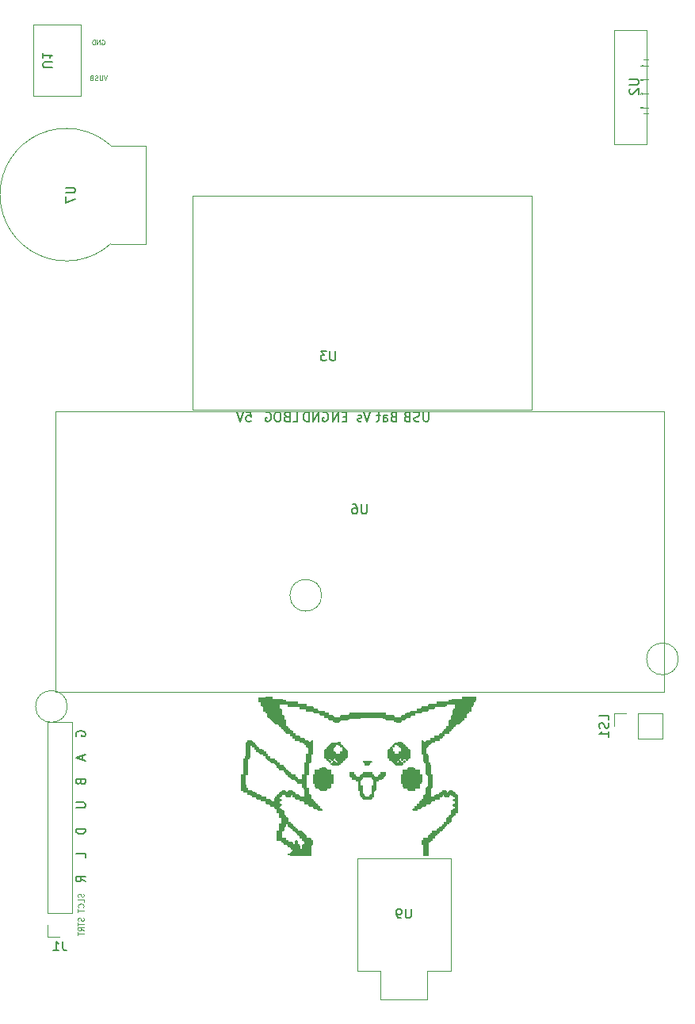
<source format=gbr>
%TF.GenerationSoftware,KiCad,Pcbnew,(5.1.9)-1*%
%TF.CreationDate,2021-03-20T17:22:00+11:00*%
%TF.ProjectId,GBC_motherboard,4742435f-6d6f-4746-9865-72626f617264,rev?*%
%TF.SameCoordinates,Original*%
%TF.FileFunction,Legend,Bot*%
%TF.FilePolarity,Positive*%
%FSLAX46Y46*%
G04 Gerber Fmt 4.6, Leading zero omitted, Abs format (unit mm)*
G04 Created by KiCad (PCBNEW (5.1.9)-1) date 2021-03-20 17:22:00*
%MOMM*%
%LPD*%
G01*
G04 APERTURE LIST*
%ADD10C,0.120000*%
%ADD11C,0.090000*%
%ADD12C,0.150000*%
%ADD13C,0.010000*%
%ADD14C,0.065000*%
G04 APERTURE END LIST*
D10*
X113187691Y-132524500D02*
G75*
G03*
X113187691Y-132524500I-1694391J0D01*
G01*
X140365691Y-120650000D02*
G75*
G03*
X140365691Y-120650000I-1694391J0D01*
G01*
X178465691Y-127444500D02*
G75*
G03*
X178465691Y-127444500I-1694391J0D01*
G01*
D11*
X114911157Y-155090928D02*
X114939728Y-155176642D01*
X114939728Y-155319500D01*
X114911157Y-155376642D01*
X114882585Y-155405214D01*
X114825442Y-155433785D01*
X114768300Y-155433785D01*
X114711157Y-155405214D01*
X114682585Y-155376642D01*
X114654014Y-155319500D01*
X114625442Y-155205214D01*
X114596871Y-155148071D01*
X114568300Y-155119500D01*
X114511157Y-155090928D01*
X114454014Y-155090928D01*
X114396871Y-155119500D01*
X114368300Y-155148071D01*
X114339728Y-155205214D01*
X114339728Y-155348071D01*
X114368300Y-155433785D01*
X114339728Y-155605214D02*
X114339728Y-155948071D01*
X114939728Y-155776642D02*
X114339728Y-155776642D01*
X114939728Y-156490928D02*
X114654014Y-156290928D01*
X114939728Y-156148071D02*
X114339728Y-156148071D01*
X114339728Y-156376642D01*
X114368300Y-156433785D01*
X114396871Y-156462357D01*
X114454014Y-156490928D01*
X114539728Y-156490928D01*
X114596871Y-156462357D01*
X114625442Y-156433785D01*
X114654014Y-156376642D01*
X114654014Y-156148071D01*
X114339728Y-156662357D02*
X114339728Y-157005214D01*
X114939728Y-156833785D02*
X114339728Y-156833785D01*
X114911157Y-152536642D02*
X114939728Y-152622357D01*
X114939728Y-152765214D01*
X114911157Y-152822357D01*
X114882585Y-152850928D01*
X114825442Y-152879500D01*
X114768300Y-152879500D01*
X114711157Y-152850928D01*
X114682585Y-152822357D01*
X114654014Y-152765214D01*
X114625442Y-152650928D01*
X114596871Y-152593785D01*
X114568300Y-152565214D01*
X114511157Y-152536642D01*
X114454014Y-152536642D01*
X114396871Y-152565214D01*
X114368300Y-152593785D01*
X114339728Y-152650928D01*
X114339728Y-152793785D01*
X114368300Y-152879500D01*
X114939728Y-153422357D02*
X114939728Y-153136642D01*
X114339728Y-153136642D01*
X114882585Y-153965214D02*
X114911157Y-153936642D01*
X114939728Y-153850928D01*
X114939728Y-153793785D01*
X114911157Y-153708071D01*
X114854014Y-153650928D01*
X114796871Y-153622357D01*
X114682585Y-153593785D01*
X114596871Y-153593785D01*
X114482585Y-153622357D01*
X114425442Y-153650928D01*
X114368300Y-153708071D01*
X114339728Y-153793785D01*
X114339728Y-153850928D01*
X114368300Y-153936642D01*
X114396871Y-153965214D01*
X114339728Y-154136642D02*
X114339728Y-154479500D01*
X114939728Y-154308071D02*
X114339728Y-154308071D01*
D12*
X115120680Y-151249023D02*
X114644490Y-150915690D01*
X115120680Y-150677595D02*
X114120680Y-150677595D01*
X114120680Y-151058547D01*
X114168300Y-151153785D01*
X114215919Y-151201404D01*
X114311157Y-151249023D01*
X114454014Y-151249023D01*
X114549252Y-151201404D01*
X114596871Y-151153785D01*
X114644490Y-151058547D01*
X114644490Y-150677595D01*
X115120680Y-148709023D02*
X115120680Y-148232833D01*
X114120680Y-148232833D01*
X115120680Y-145597595D02*
X114120680Y-145597595D01*
X114120680Y-145835690D01*
X114168300Y-145978547D01*
X114263538Y-146073785D01*
X114358776Y-146121404D01*
X114549252Y-146169023D01*
X114692109Y-146169023D01*
X114882585Y-146121404D01*
X114977823Y-146073785D01*
X115073061Y-145978547D01*
X115120680Y-145835690D01*
X115120680Y-145597595D01*
X114120680Y-142779785D02*
X114930204Y-142779785D01*
X115025442Y-142827404D01*
X115073061Y-142875023D01*
X115120680Y-142970261D01*
X115120680Y-143160738D01*
X115073061Y-143255976D01*
X115025442Y-143303595D01*
X114930204Y-143351214D01*
X114120680Y-143351214D01*
X114596871Y-140596928D02*
X114644490Y-140739785D01*
X114692109Y-140787404D01*
X114787347Y-140835023D01*
X114930204Y-140835023D01*
X115025442Y-140787404D01*
X115073061Y-140739785D01*
X115120680Y-140644547D01*
X115120680Y-140263595D01*
X114120680Y-140263595D01*
X114120680Y-140596928D01*
X114168300Y-140692166D01*
X114215919Y-140739785D01*
X114311157Y-140787404D01*
X114406395Y-140787404D01*
X114501633Y-140739785D01*
X114549252Y-140692166D01*
X114596871Y-140596928D01*
X114596871Y-140263595D01*
X114834966Y-137747404D02*
X114834966Y-138223595D01*
X115120680Y-137652166D02*
X114120680Y-137985500D01*
X115120680Y-138318833D01*
X114168300Y-135707404D02*
X114120680Y-135612166D01*
X114120680Y-135469309D01*
X114168300Y-135326452D01*
X114263538Y-135231214D01*
X114358776Y-135183595D01*
X114549252Y-135135976D01*
X114692109Y-135135976D01*
X114882585Y-135183595D01*
X114977823Y-135231214D01*
X115073061Y-135326452D01*
X115120680Y-135469309D01*
X115120680Y-135564547D01*
X115073061Y-135707404D01*
X115025442Y-135755023D01*
X114692109Y-135755023D01*
X114692109Y-135564547D01*
D10*
%TO.C,U1*%
X109525000Y-67300000D02*
X109525000Y-59700000D01*
X109525000Y-67300000D02*
X114675000Y-67300000D01*
X109525000Y-59700000D02*
X114675000Y-59700000D01*
X114675000Y-67300000D02*
X114675000Y-59700000D01*
%TO.C,U2*%
X175287000Y-69194000D02*
X174787000Y-69194000D01*
X175287000Y-63394000D02*
X174787000Y-63394000D01*
X175287000Y-64044000D02*
X174787000Y-64044000D01*
X175287000Y-68544000D02*
X174787000Y-68544000D01*
X175287000Y-67044000D02*
X174787000Y-67044000D01*
X175287000Y-65544000D02*
X174787000Y-65544000D01*
X175087000Y-60294000D02*
X171587000Y-60294000D01*
X175087000Y-66294000D02*
X175087000Y-60294000D01*
X171587000Y-66294000D02*
X171587000Y-60294000D01*
X175087000Y-72444000D02*
X173787000Y-72444000D01*
X175087000Y-66294000D02*
X175087000Y-72444000D01*
X171587000Y-72444000D02*
X173787000Y-72444000D01*
X171587000Y-66294000D02*
X171587000Y-72444000D01*
D13*
%TO.C,G2*%
G36*
X133629400Y-131546600D02*
G01*
X133619771Y-131762500D01*
X133619440Y-131898392D01*
X133644212Y-131960987D01*
X133708408Y-131978013D01*
X133731288Y-131978400D01*
X133805632Y-131989489D01*
X133844700Y-132040266D01*
X133863363Y-132156994D01*
X133867917Y-132219699D01*
X133884569Y-132369511D01*
X133918660Y-132445414D01*
X133984113Y-132475043D01*
X133997700Y-132477233D01*
X134066606Y-132499179D01*
X134100596Y-132557724D01*
X134111472Y-132680400D01*
X134112000Y-132743933D01*
X134116255Y-132893358D01*
X134137856Y-132967413D01*
X134190064Y-132992246D01*
X134239000Y-132994400D01*
X134338589Y-133018212D01*
X134366000Y-133096000D01*
X134401922Y-133180902D01*
X134467600Y-133197600D01*
X134528541Y-133210972D01*
X134558934Y-133267734D01*
X134568766Y-133392850D01*
X134569200Y-133451600D01*
X134573318Y-133602346D01*
X134594332Y-133677550D01*
X134645232Y-133703193D01*
X134696200Y-133705600D01*
X134796491Y-133730077D01*
X134823200Y-133803666D01*
X134866033Y-133891737D01*
X134937500Y-133917966D01*
X135040200Y-133975815D01*
X135068034Y-134048500D01*
X135113202Y-134140065D01*
X135207734Y-134162800D01*
X135306088Y-134188623D01*
X135331200Y-134261479D01*
X135351085Y-134326885D01*
X135427332Y-134361419D01*
X135547100Y-134375779D01*
X135688602Y-134395527D01*
X135757058Y-134437970D01*
X135778824Y-134502576D01*
X135837505Y-134603111D01*
X135905824Y-134629576D01*
X136006359Y-134688256D01*
X136032824Y-134756576D01*
X136091505Y-134857111D01*
X136159824Y-134883576D01*
X136259924Y-134942012D01*
X136287414Y-135015074D01*
X136331043Y-135105646D01*
X136389014Y-135116674D01*
X136460112Y-135141944D01*
X136490029Y-135239753D01*
X136508033Y-135320808D01*
X136555978Y-135364078D01*
X136661080Y-135384409D01*
X136769429Y-135392153D01*
X136923262Y-135405216D01*
X136999093Y-135429411D01*
X137020510Y-135477076D01*
X137017107Y-135521700D01*
X137024305Y-135607177D01*
X137097272Y-135635017D01*
X137131407Y-135636000D01*
X137229692Y-135655810D01*
X137260800Y-135734703D01*
X137261600Y-135763000D01*
X137282582Y-135859673D01*
X137365196Y-135889463D01*
X137388600Y-135890000D01*
X137485274Y-135910981D01*
X137515064Y-135993595D01*
X137515600Y-136017000D01*
X137525075Y-136095369D01*
X137571649Y-136132499D01*
X137682542Y-136143514D01*
X137744200Y-136144000D01*
X137887057Y-136150647D01*
X137954610Y-136178251D01*
X137972713Y-136238301D01*
X137972800Y-136245600D01*
X137986173Y-136306540D01*
X138042935Y-136336933D01*
X138168051Y-136346765D01*
X138226800Y-136347200D01*
X138377547Y-136351317D01*
X138452751Y-136372331D01*
X138478394Y-136423231D01*
X138480800Y-136474200D01*
X138504613Y-136573788D01*
X138582400Y-136601200D01*
X138662071Y-136630965D01*
X138684000Y-136728200D01*
X138704982Y-136824873D01*
X138787596Y-136854663D01*
X138811000Y-136855200D01*
X138877351Y-136860429D01*
X138915325Y-136890875D01*
X138932829Y-136968679D01*
X138937769Y-137115978D01*
X138938000Y-137210800D01*
X138936133Y-137396581D01*
X138925259Y-137502908D01*
X138897472Y-137551918D01*
X138844865Y-137565752D01*
X138811000Y-137566400D01*
X138750881Y-137570040D01*
X138713553Y-137593996D01*
X138693585Y-137657818D01*
X138685546Y-137781057D01*
X138684007Y-137983265D01*
X138684000Y-138023600D01*
X138682303Y-138240820D01*
X138674345Y-138375798D01*
X138655830Y-138447869D01*
X138622460Y-138476372D01*
X138582400Y-138480800D01*
X138540236Y-138486583D01*
X138511687Y-138514937D01*
X138494111Y-138582365D01*
X138484868Y-138705373D01*
X138481317Y-138900465D01*
X138480800Y-139115800D01*
X138480800Y-139750800D01*
X138353800Y-139750800D01*
X138278427Y-139759035D01*
X138240825Y-139801062D01*
X138228004Y-139902863D01*
X138226800Y-140004800D01*
X138226800Y-140258800D01*
X137972800Y-140258800D01*
X137822054Y-140254682D01*
X137746850Y-140233668D01*
X137721207Y-140182768D01*
X137718800Y-140131800D01*
X137694988Y-140032211D01*
X137617200Y-140004800D01*
X137537530Y-139975034D01*
X137515600Y-139877800D01*
X137507365Y-139802426D01*
X137465338Y-139764824D01*
X137363537Y-139752003D01*
X137261600Y-139750800D01*
X137110854Y-139746682D01*
X137035650Y-139725668D01*
X137010007Y-139674768D01*
X137007600Y-139623800D01*
X136986619Y-139527126D01*
X136904005Y-139497336D01*
X136880600Y-139496800D01*
X136781012Y-139472987D01*
X136753600Y-139395200D01*
X136723835Y-139315529D01*
X136626600Y-139293600D01*
X136527802Y-139270544D01*
X136499604Y-139188583D01*
X136499600Y-139187244D01*
X136457247Y-139086677D01*
X136400876Y-139055071D01*
X136314943Y-138984617D01*
X136286576Y-138894726D01*
X136268251Y-138813233D01*
X136219145Y-138773823D01*
X136110733Y-138761662D01*
X136029700Y-138761145D01*
X135884133Y-138757749D01*
X135813291Y-138735289D01*
X135790344Y-138677621D01*
X135788400Y-138615938D01*
X135777984Y-138514584D01*
X135728231Y-138489195D01*
X135661400Y-138501660D01*
X135567967Y-138511470D01*
X135536595Y-138457435D01*
X135534400Y-138405567D01*
X135510970Y-138305493D01*
X135432800Y-138277600D01*
X135347898Y-138241678D01*
X135331200Y-138176000D01*
X135317828Y-138115059D01*
X135261066Y-138084666D01*
X135135950Y-138074834D01*
X135077200Y-138074400D01*
X134926454Y-138070282D01*
X134851250Y-138049268D01*
X134825607Y-137998368D01*
X134823200Y-137947400D01*
X134802219Y-137850726D01*
X134719605Y-137820936D01*
X134696200Y-137820400D01*
X134599527Y-137799418D01*
X134569737Y-137716804D01*
X134569200Y-137693400D01*
X134545388Y-137593811D01*
X134467600Y-137566400D01*
X134387930Y-137536634D01*
X134366000Y-137439400D01*
X134345019Y-137342726D01*
X134262405Y-137312936D01*
X134239000Y-137312400D01*
X134138868Y-137288071D01*
X134112000Y-137213583D01*
X134094643Y-137151343D01*
X134026239Y-137117365D01*
X133882296Y-137100047D01*
X133870700Y-137099283D01*
X133720889Y-137082631D01*
X133644986Y-137048540D01*
X133615357Y-136983087D01*
X133613167Y-136969500D01*
X133567999Y-136877934D01*
X133473467Y-136855200D01*
X133378153Y-136832367D01*
X133350155Y-136745943D01*
X133350000Y-136734124D01*
X133311556Y-136622347D01*
X133246942Y-136586099D01*
X133167301Y-136547296D01*
X133151358Y-136516674D01*
X133144801Y-136399681D01*
X133065303Y-136350410D01*
X133019800Y-136347200D01*
X132920212Y-136323387D01*
X132892800Y-136245600D01*
X132877843Y-136182108D01*
X132815735Y-136152084D01*
X132680623Y-136144038D01*
X132664200Y-136144000D01*
X132521344Y-136150647D01*
X132453791Y-136178251D01*
X132435688Y-136238301D01*
X132435600Y-136245600D01*
X132399516Y-136330670D01*
X132335229Y-136347200D01*
X132298321Y-136352362D01*
X132271390Y-136377364D01*
X132252518Y-136436473D01*
X132239789Y-136543960D01*
X132231286Y-136714092D01*
X132225091Y-136961140D01*
X132220929Y-137198100D01*
X132215406Y-137509914D01*
X132209189Y-137734744D01*
X132200118Y-137887195D01*
X132186034Y-137981873D01*
X132164776Y-138033383D01*
X132134185Y-138056329D01*
X132092700Y-138065233D01*
X132050481Y-138074123D01*
X132020195Y-138096754D01*
X131999860Y-138147882D01*
X131987496Y-138242261D01*
X131981119Y-138394646D01*
X131978748Y-138619792D01*
X131978400Y-138916133D01*
X131978400Y-139750800D01*
X131724400Y-139750800D01*
X131724400Y-140617593D01*
X131724731Y-140932560D01*
X131726939Y-141159866D01*
X131732852Y-141313448D01*
X131744295Y-141407246D01*
X131763096Y-141455197D01*
X131791079Y-141471240D01*
X131830072Y-141469314D01*
X131835890Y-141468493D01*
X131937974Y-141489004D01*
X131975590Y-141554200D01*
X132018467Y-141623023D01*
X132114930Y-141652099D01*
X132207000Y-141655800D01*
X132339074Y-141663243D01*
X132401206Y-141698878D01*
X132424721Y-141782661D01*
X132426275Y-141795500D01*
X132444030Y-141879490D01*
X132490789Y-141920656D01*
X132594910Y-141934121D01*
X132688219Y-141935200D01*
X132834640Y-141939595D01*
X132902323Y-141959799D01*
X132913992Y-142006342D01*
X132907520Y-142036800D01*
X132902392Y-142098831D01*
X132945125Y-142128824D01*
X133058721Y-142138016D01*
X133115476Y-142138400D01*
X133258838Y-142143358D01*
X133327649Y-142167955D01*
X133348831Y-142226768D01*
X133350000Y-142265400D01*
X133358236Y-142340773D01*
X133400263Y-142378375D01*
X133502064Y-142391196D01*
X133604000Y-142392400D01*
X133756351Y-142397749D01*
X133832334Y-142420453D01*
X133856914Y-142470500D01*
X133858000Y-142494000D01*
X133871373Y-142554940D01*
X133928135Y-142585333D01*
X134053251Y-142595165D01*
X134112000Y-142595600D01*
X134262362Y-142598929D01*
X134337342Y-142619401D01*
X134363148Y-142672741D01*
X134366000Y-142748000D01*
X134372627Y-142841713D01*
X134410889Y-142886098D01*
X134508359Y-142899538D01*
X134594600Y-142900400D01*
X134735665Y-142905663D01*
X134802500Y-142931537D01*
X134822327Y-142993145D01*
X134823200Y-143027400D01*
X134831436Y-143102773D01*
X134873463Y-143140375D01*
X134975264Y-143153196D01*
X135077200Y-143154400D01*
X135227947Y-143158517D01*
X135303151Y-143179531D01*
X135328794Y-143230431D01*
X135331200Y-143281400D01*
X135355013Y-143380988D01*
X135432800Y-143408400D01*
X135496292Y-143423357D01*
X135526316Y-143485465D01*
X135534362Y-143620577D01*
X135534400Y-143637000D01*
X135539664Y-143778064D01*
X135565538Y-143844899D01*
X135627146Y-143864726D01*
X135661400Y-143865600D01*
X135736774Y-143873835D01*
X135774376Y-143915862D01*
X135787197Y-144017663D01*
X135788400Y-144119600D01*
X135792518Y-144270346D01*
X135813532Y-144345550D01*
X135864432Y-144371193D01*
X135915400Y-144373600D01*
X135983670Y-144379390D01*
X136021696Y-144412062D01*
X136038305Y-144494571D01*
X136042327Y-144649870D01*
X136042400Y-144703800D01*
X136040174Y-144881301D01*
X136027607Y-144980167D01*
X135995873Y-145023352D01*
X135936143Y-145033809D01*
X135915400Y-145034000D01*
X135850803Y-145038748D01*
X135812937Y-145067260D01*
X135794670Y-145140937D01*
X135788867Y-145281179D01*
X135788400Y-145415000D01*
X135786818Y-145608792D01*
X135777314Y-145722389D01*
X135752755Y-145777191D01*
X135706007Y-145794599D01*
X135661400Y-145796000D01*
X135534400Y-145796000D01*
X135534400Y-146812000D01*
X135788400Y-146812000D01*
X135940751Y-146817349D01*
X136016734Y-146840053D01*
X136041314Y-146890100D01*
X136042400Y-146913600D01*
X136072166Y-146993270D01*
X136169400Y-147015200D01*
X136266074Y-147036181D01*
X136295864Y-147118795D01*
X136296400Y-147142200D01*
X136305875Y-147220569D01*
X136352449Y-147257699D01*
X136463342Y-147268714D01*
X136525000Y-147269200D01*
X136666065Y-147274463D01*
X136732900Y-147300337D01*
X136752727Y-147361945D01*
X136753600Y-147396200D01*
X136771372Y-147488859D01*
X136845191Y-147521119D01*
X136897334Y-147523200D01*
X137002135Y-147539005D01*
X137036413Y-147601814D01*
X137037034Y-147637500D01*
X137066151Y-147734950D01*
X137147300Y-147768033D01*
X137242527Y-147817767D01*
X137261600Y-147878800D01*
X137217820Y-147963776D01*
X137147300Y-147989566D01*
X137044601Y-148047415D01*
X137016767Y-148120100D01*
X136971599Y-148211665D01*
X136877067Y-148234400D01*
X136777575Y-148261534D01*
X136753600Y-148310600D01*
X136765265Y-148334840D01*
X136807846Y-148353443D01*
X136892721Y-148367118D01*
X137031269Y-148376578D01*
X137234869Y-148382532D01*
X137514899Y-148385693D01*
X137882738Y-148386771D01*
X137972800Y-148386800D01*
X139192000Y-148386800D01*
X139192000Y-147828000D01*
X139193170Y-147583447D01*
X139198806Y-147422923D01*
X139212103Y-147328864D01*
X139236254Y-147283706D01*
X139274452Y-147269887D01*
X139293600Y-147269200D01*
X139357092Y-147254242D01*
X139387116Y-147192134D01*
X139395162Y-147057022D01*
X139395200Y-147040600D01*
X138480800Y-147040600D01*
X138475537Y-147181664D01*
X138449663Y-147248499D01*
X138388055Y-147268326D01*
X138353800Y-147269200D01*
X138274337Y-147279164D01*
X138237422Y-147327496D01*
X138227099Y-147441857D01*
X138226800Y-147489333D01*
X138218549Y-147654806D01*
X138185283Y-147742269D01*
X138114234Y-147774572D01*
X138065934Y-147777200D01*
X138009282Y-147760658D01*
X137981270Y-147694929D01*
X137972914Y-147555859D01*
X137972800Y-147526733D01*
X137967251Y-147374952D01*
X137942737Y-147296986D01*
X137887459Y-147265305D01*
X137858500Y-147260033D01*
X137783306Y-147231918D01*
X137744842Y-147156505D01*
X137728580Y-147027900D01*
X137709365Y-146887945D01*
X137669922Y-146824458D01*
X137614280Y-146812000D01*
X137552438Y-146827931D01*
X137523221Y-146892740D01*
X137515611Y-147031947D01*
X137515600Y-147040600D01*
X137510337Y-147181664D01*
X137484463Y-147248499D01*
X137422855Y-147268326D01*
X137388600Y-147269200D01*
X137291927Y-147248218D01*
X137262137Y-147165604D01*
X137261600Y-147142200D01*
X137253365Y-147066826D01*
X137211338Y-147029224D01*
X137109537Y-147016403D01*
X137007600Y-147015200D01*
X136855250Y-147009850D01*
X136779267Y-146987146D01*
X136754687Y-146937099D01*
X136753600Y-146913600D01*
X136723835Y-146833929D01*
X136626600Y-146812000D01*
X136529927Y-146791018D01*
X136500137Y-146708404D01*
X136499600Y-146685000D01*
X136490126Y-146606630D01*
X136443552Y-146569500D01*
X136332659Y-146558485D01*
X136271000Y-146558000D01*
X136042400Y-146558000D01*
X136042400Y-146180533D01*
X136044644Y-145986798D01*
X136055703Y-145872275D01*
X136082069Y-145814599D01*
X136130234Y-145791411D01*
X136156700Y-145786833D01*
X136232727Y-145758009D01*
X136271184Y-145680723D01*
X136286366Y-145559927D01*
X136310966Y-145411453D01*
X136364429Y-145338271D01*
X136400666Y-145323383D01*
X136482313Y-145257194D01*
X136499600Y-145162222D01*
X136514966Y-145064505D01*
X136577820Y-145039716D01*
X136613900Y-145043166D01*
X136708603Y-145091908D01*
X136744275Y-145199100D01*
X136777029Y-145304102D01*
X136859604Y-145338052D01*
X136883975Y-145338800D01*
X136981842Y-145364001D01*
X137007600Y-145440400D01*
X137038308Y-145520866D01*
X137131067Y-145542000D01*
X137234205Y-145571776D01*
X137270767Y-145656300D01*
X137328616Y-145758999D01*
X137401300Y-145786833D01*
X137496859Y-145837154D01*
X137515600Y-145901133D01*
X137553223Y-145983504D01*
X137617200Y-145999200D01*
X137696871Y-146028965D01*
X137718800Y-146126200D01*
X137739782Y-146222873D01*
X137822396Y-146252663D01*
X137845800Y-146253200D01*
X137936564Y-146269602D01*
X137969768Y-146339327D01*
X137972800Y-146405600D01*
X137986469Y-146514516D01*
X138044573Y-146554360D01*
X138099800Y-146558000D01*
X138196474Y-146578981D01*
X138226264Y-146661595D01*
X138226800Y-146685000D01*
X138247782Y-146781673D01*
X138330396Y-146811463D01*
X138353800Y-146812000D01*
X138432170Y-146821474D01*
X138469300Y-146868048D01*
X138480315Y-146978941D01*
X138480800Y-147040600D01*
X139395200Y-147040600D01*
X139388553Y-146897743D01*
X139360949Y-146830190D01*
X139300899Y-146812087D01*
X139293600Y-146812000D01*
X139213930Y-146782234D01*
X139192000Y-146685000D01*
X139183765Y-146609626D01*
X139141738Y-146572024D01*
X139039937Y-146559203D01*
X138938000Y-146558000D01*
X138787639Y-146554670D01*
X138712659Y-146534198D01*
X138686853Y-146480858D01*
X138684000Y-146405600D01*
X138668034Y-146294047D01*
X138608627Y-146254772D01*
X138582400Y-146253200D01*
X138502730Y-146223434D01*
X138480800Y-146126200D01*
X138459819Y-146029526D01*
X138377205Y-145999736D01*
X138353800Y-145999200D01*
X138253668Y-145974871D01*
X138226800Y-145900383D01*
X138209443Y-145838143D01*
X138141039Y-145804165D01*
X137997096Y-145786847D01*
X137985500Y-145786083D01*
X137835689Y-145769431D01*
X137759786Y-145735340D01*
X137730157Y-145669887D01*
X137727967Y-145656300D01*
X137677646Y-145560741D01*
X137613667Y-145542000D01*
X137531296Y-145504377D01*
X137515600Y-145440400D01*
X137485835Y-145360729D01*
X137388600Y-145338800D01*
X137297837Y-145322397D01*
X137264633Y-145252672D01*
X137261600Y-145186400D01*
X137247932Y-145077483D01*
X137189828Y-145037639D01*
X137134600Y-145034000D01*
X137035012Y-145010187D01*
X137007600Y-144932400D01*
X136977835Y-144852729D01*
X136880600Y-144830800D01*
X136802231Y-144821325D01*
X136765101Y-144774751D01*
X136754086Y-144663858D01*
X136753600Y-144602200D01*
X136748337Y-144461135D01*
X136722463Y-144394300D01*
X136660855Y-144374473D01*
X136626600Y-144373600D01*
X136527802Y-144350544D01*
X136499604Y-144268583D01*
X136499600Y-144267244D01*
X136456046Y-144165828D01*
X136398000Y-144134319D01*
X136335238Y-144100091D01*
X136304792Y-144022019D01*
X136296424Y-143872424D01*
X136296400Y-143859675D01*
X136292050Y-143711148D01*
X136270036Y-143637873D01*
X136216914Y-143613589D01*
X136169400Y-143611600D01*
X136069812Y-143587787D01*
X136042400Y-143510000D01*
X136012635Y-143430329D01*
X135915400Y-143408400D01*
X135817581Y-143372882D01*
X135778963Y-143292004D01*
X135801406Y-143204275D01*
X135886767Y-143148205D01*
X135902700Y-143145233D01*
X135998271Y-143094767D01*
X136017000Y-143027400D01*
X135975496Y-142936554D01*
X135902700Y-142909566D01*
X135817594Y-142872609D01*
X135789142Y-142775734D01*
X135788400Y-142744466D01*
X135802639Y-142637397D01*
X135863609Y-142598888D01*
X135919125Y-142595600D01*
X136013052Y-142566497D01*
X136035738Y-142501633D01*
X135990123Y-142434669D01*
X135902182Y-142401566D01*
X135808706Y-142352405D01*
X135778437Y-142266532D01*
X135809435Y-142182551D01*
X135899761Y-142139065D01*
X135915400Y-142138400D01*
X136012408Y-142117089D01*
X136042010Y-142034809D01*
X136042400Y-142015894D01*
X136063344Y-141924100D01*
X136131300Y-141910408D01*
X136250201Y-141924894D01*
X136359900Y-141931313D01*
X136466357Y-141954762D01*
X136499441Y-142028198D01*
X136499600Y-142036800D01*
X136512973Y-142097740D01*
X136569735Y-142128133D01*
X136694851Y-142137965D01*
X136753600Y-142138400D01*
X136906782Y-142132626D01*
X136983108Y-142109181D01*
X137006969Y-142058876D01*
X137007600Y-142042722D01*
X137052686Y-141955284D01*
X137134600Y-141922766D01*
X137229001Y-141920095D01*
X137260061Y-141979448D01*
X137261600Y-142018444D01*
X137284386Y-142110273D01*
X137371341Y-142138107D01*
X137388600Y-142138400D01*
X137485274Y-142159381D01*
X137515064Y-142241995D01*
X137515600Y-142265400D01*
X137525075Y-142343769D01*
X137571649Y-142380899D01*
X137682542Y-142391914D01*
X137744200Y-142392400D01*
X137887057Y-142399047D01*
X137954610Y-142426651D01*
X137972713Y-142486701D01*
X137972800Y-142494000D01*
X137986173Y-142554940D01*
X138042935Y-142585333D01*
X138168051Y-142595165D01*
X138226800Y-142595600D01*
X138377162Y-142598929D01*
X138452142Y-142619401D01*
X138477948Y-142672741D01*
X138480800Y-142748000D01*
X138487427Y-142841713D01*
X138525689Y-142886098D01*
X138623159Y-142899538D01*
X138709400Y-142900400D01*
X138850465Y-142905663D01*
X138917300Y-142931537D01*
X138937127Y-142993145D01*
X138938000Y-143027400D01*
X138946236Y-143102773D01*
X138988263Y-143140375D01*
X139090064Y-143153196D01*
X139192000Y-143154400D01*
X139342747Y-143158517D01*
X139417951Y-143179531D01*
X139443594Y-143230431D01*
X139446000Y-143281400D01*
X139455475Y-143359769D01*
X139502049Y-143396899D01*
X139612942Y-143407914D01*
X139674600Y-143408400D01*
X139817457Y-143415047D01*
X139885010Y-143442651D01*
X139903113Y-143502701D01*
X139903200Y-143510000D01*
X139918158Y-143573491D01*
X139980266Y-143603515D01*
X140115378Y-143611561D01*
X140131800Y-143611600D01*
X140274657Y-143604952D01*
X140342210Y-143577348D01*
X140360313Y-143517298D01*
X140360400Y-143510000D01*
X140330635Y-143430329D01*
X140233400Y-143408400D01*
X140136727Y-143387418D01*
X140106937Y-143304804D01*
X140106400Y-143281400D01*
X140081923Y-143181109D01*
X140008334Y-143154400D01*
X139920263Y-143111567D01*
X139894034Y-143040100D01*
X139836185Y-142937400D01*
X139763500Y-142909566D01*
X139671042Y-142863180D01*
X139649200Y-142773400D01*
X139617508Y-142671883D01*
X139534900Y-142637233D01*
X139439330Y-142586767D01*
X139420600Y-142519400D01*
X139379096Y-142428554D01*
X139306300Y-142401566D01*
X139234406Y-142377404D01*
X139200885Y-142312824D01*
X139192053Y-142178934D01*
X139192000Y-142160266D01*
X139186542Y-142020584D01*
X139159857Y-141954935D01*
X139096482Y-141935914D01*
X139065000Y-141935200D01*
X138998650Y-141929970D01*
X138960676Y-141899524D01*
X138943172Y-141821720D01*
X138938232Y-141674421D01*
X138938187Y-141655800D01*
X138480800Y-141655800D01*
X138480800Y-142138400D01*
X138226800Y-142138400D01*
X138074450Y-142133050D01*
X137998467Y-142110346D01*
X137973887Y-142060299D01*
X137972800Y-142036800D01*
X137957843Y-141973308D01*
X137895735Y-141943284D01*
X137760623Y-141935238D01*
X137744200Y-141935200D01*
X137603136Y-141929936D01*
X137536301Y-141904062D01*
X137516474Y-141842454D01*
X137515600Y-141808200D01*
X137492545Y-141709401D01*
X137410584Y-141681203D01*
X137409245Y-141681200D01*
X137307829Y-141637645D01*
X137276320Y-141579600D01*
X137241360Y-141516169D01*
X137161531Y-141485822D01*
X137008909Y-141478000D01*
X137007600Y-141478000D01*
X136854407Y-141485708D01*
X136774190Y-141515873D01*
X136739025Y-141579051D01*
X136738881Y-141579600D01*
X136670799Y-141665600D01*
X136605956Y-141681200D01*
X136517898Y-141647694D01*
X136499600Y-141579600D01*
X136484210Y-141515455D01*
X136420669Y-141485553D01*
X136282926Y-141478005D01*
X136276925Y-141478000D01*
X136130182Y-141487360D01*
X136055298Y-141523229D01*
X136027681Y-141579600D01*
X135959599Y-141665600D01*
X135894756Y-141681200D01*
X135812018Y-141708730D01*
X135788403Y-141806600D01*
X135788400Y-141808200D01*
X135767419Y-141904873D01*
X135684805Y-141934663D01*
X135661400Y-141935200D01*
X135561812Y-141959012D01*
X135534400Y-142036800D01*
X135498479Y-142121702D01*
X135432800Y-142138400D01*
X135368369Y-142153985D01*
X135338523Y-142218166D01*
X135331201Y-142357076D01*
X135331200Y-142358533D01*
X135326490Y-142497943D01*
X135314649Y-142587592D01*
X135308816Y-142601050D01*
X135248784Y-142614321D01*
X135124556Y-142621077D01*
X135067516Y-142621277D01*
X134926861Y-142612087D01*
X134858222Y-142578663D01*
X134832505Y-142506711D01*
X134832367Y-142505760D01*
X134807951Y-142434403D01*
X134742668Y-142401144D01*
X134607691Y-142392441D01*
X134591067Y-142392400D01*
X134451385Y-142386941D01*
X134385736Y-142360256D01*
X134366715Y-142296881D01*
X134366000Y-142265400D01*
X134357765Y-142190026D01*
X134315738Y-142152424D01*
X134213937Y-142139603D01*
X134112000Y-142138400D01*
X133959650Y-142133050D01*
X133883667Y-142110346D01*
X133859087Y-142060299D01*
X133858000Y-142036800D01*
X133844628Y-141975859D01*
X133787866Y-141945466D01*
X133662750Y-141935634D01*
X133604000Y-141935200D01*
X133453254Y-141931082D01*
X133378050Y-141910068D01*
X133352407Y-141859168D01*
X133350000Y-141808200D01*
X133339248Y-141727063D01*
X133288121Y-141690525D01*
X133168313Y-141681297D01*
X133142045Y-141681200D01*
X133000151Y-141670186D01*
X132929262Y-141628766D01*
X132907520Y-141579600D01*
X132869239Y-141513307D01*
X132781518Y-141483526D01*
X132661650Y-141478000D01*
X132523316Y-141471861D01*
X132456253Y-141441523D01*
X132430328Y-141369100D01*
X132426275Y-141338300D01*
X132389250Y-141229315D01*
X132308600Y-141198548D01*
X132268627Y-141193105D01*
X132240517Y-141166509D01*
X132221935Y-141103289D01*
X132210545Y-140987976D01*
X132204010Y-140805099D01*
X132199996Y-140539189D01*
X132199290Y-140474648D01*
X132191579Y-139750800D01*
X132435600Y-139750800D01*
X132435600Y-138912600D01*
X132436188Y-138603196D01*
X132439097Y-138381001D01*
X132446047Y-138231627D01*
X132458759Y-138140683D01*
X132478953Y-138093783D01*
X132508350Y-138076535D01*
X132535806Y-138074400D01*
X132575309Y-138068493D01*
X132603317Y-138040478D01*
X132622268Y-137974914D01*
X132634600Y-137856360D01*
X132642751Y-137669372D01*
X132649160Y-137398511D01*
X132650106Y-137350500D01*
X132656316Y-137066182D01*
X132663782Y-136867593D01*
X132675170Y-136738869D01*
X132693152Y-136664149D01*
X132720397Y-136627571D01*
X132759573Y-136613272D01*
X132774572Y-136610881D01*
X132865554Y-136625396D01*
X132901572Y-136712481D01*
X132947018Y-136807236D01*
X133062819Y-136846348D01*
X133164213Y-136872102D01*
X133187284Y-136930955D01*
X133180406Y-136966264D01*
X133187604Y-137058947D01*
X133251688Y-137095340D01*
X133332582Y-137157963D01*
X133350000Y-137216724D01*
X133383440Y-137292896D01*
X133476033Y-137312400D01*
X133584349Y-137344109D01*
X133633940Y-137439400D01*
X133667162Y-137519594D01*
X133734248Y-137556635D01*
X133866921Y-137566324D01*
X133888908Y-137566400D01*
X134029652Y-137573394D01*
X134095332Y-137602285D01*
X134111986Y-137664929D01*
X134112000Y-137668000D01*
X134141766Y-137747670D01*
X134239000Y-137769600D01*
X134329764Y-137786002D01*
X134362968Y-137855727D01*
X134366000Y-137922000D01*
X134381967Y-138033552D01*
X134441374Y-138072827D01*
X134467600Y-138074400D01*
X134552503Y-138110321D01*
X134569200Y-138176000D01*
X134604275Y-138260120D01*
X134675556Y-138277600D01*
X134776225Y-138320091D01*
X134807809Y-138376631D01*
X134849395Y-138442326D01*
X134947141Y-138477703D01*
X135069754Y-138490931D01*
X135217717Y-138507906D01*
X135292045Y-138543272D01*
X135320620Y-138611349D01*
X135322034Y-138620500D01*
X135372355Y-138716058D01*
X135436334Y-138734800D01*
X135508545Y-138760423D01*
X135533636Y-138853638D01*
X135534400Y-138887200D01*
X135548069Y-138996116D01*
X135606173Y-139035960D01*
X135661400Y-139039600D01*
X135758074Y-139060581D01*
X135787864Y-139143195D01*
X135788400Y-139166600D01*
X135796636Y-139241973D01*
X135838663Y-139279575D01*
X135940464Y-139292396D01*
X136042400Y-139293600D01*
X136194751Y-139298949D01*
X136270734Y-139321653D01*
X136295314Y-139371700D01*
X136296400Y-139395200D01*
X136332322Y-139480102D01*
X136398000Y-139496800D01*
X136477671Y-139526565D01*
X136499600Y-139623800D01*
X136520582Y-139720473D01*
X136603196Y-139750263D01*
X136626600Y-139750800D01*
X136723274Y-139771781D01*
X136753064Y-139854395D01*
X136753600Y-139877800D01*
X136774836Y-139974731D01*
X136857180Y-140004378D01*
X136877067Y-140004800D01*
X136980205Y-140034576D01*
X137016767Y-140119100D01*
X137041776Y-140190547D01*
X137108854Y-140228512D01*
X137245634Y-140246920D01*
X137274300Y-140248883D01*
X137423565Y-140265569D01*
X137495817Y-140298218D01*
X137515552Y-140358431D01*
X137515600Y-140363183D01*
X137552872Y-140446106D01*
X137617200Y-140462000D01*
X137696871Y-140491765D01*
X137718800Y-140589000D01*
X137727036Y-140664373D01*
X137769063Y-140701975D01*
X137870864Y-140714796D01*
X137972800Y-140716000D01*
X138226800Y-140716000D01*
X138226800Y-140944600D01*
X138232064Y-141085664D01*
X138257938Y-141152499D01*
X138319546Y-141172326D01*
X138353800Y-141173200D01*
X138412635Y-141176551D01*
X138449741Y-141199292D01*
X138470126Y-141260455D01*
X138478799Y-141379070D01*
X138480768Y-141574167D01*
X138480800Y-141655800D01*
X138938187Y-141655800D01*
X138938000Y-141579600D01*
X138936133Y-141393818D01*
X138925259Y-141287491D01*
X138897472Y-141238481D01*
X138844865Y-141224647D01*
X138811000Y-141224000D01*
X138684000Y-141224000D01*
X138684000Y-139750800D01*
X138938000Y-139750800D01*
X138938000Y-138480800D01*
X139065000Y-138480800D01*
X139125120Y-138477159D01*
X139162448Y-138453203D01*
X139182416Y-138389381D01*
X139190455Y-138266142D01*
X139191994Y-138063934D01*
X139192000Y-138023600D01*
X139193698Y-137806379D01*
X139201656Y-137671401D01*
X139220171Y-137599330D01*
X139253541Y-137570827D01*
X139293600Y-137566400D01*
X139333805Y-137561124D01*
X139361727Y-137534887D01*
X139379595Y-137472076D01*
X139389641Y-137357077D01*
X139394096Y-137174276D01*
X139395189Y-136908061D01*
X139395200Y-136855200D01*
X139394447Y-136573767D01*
X139390699Y-136378317D01*
X139381726Y-136253238D01*
X139365297Y-136182915D01*
X139339183Y-136151734D01*
X139301152Y-136144083D01*
X139293600Y-136144000D01*
X139208698Y-136179921D01*
X139192000Y-136245600D01*
X139162235Y-136325270D01*
X139065000Y-136347200D01*
X138965412Y-136323387D01*
X138938000Y-136245600D01*
X138923043Y-136182108D01*
X138860935Y-136152084D01*
X138725823Y-136144038D01*
X138709400Y-136144000D01*
X138568336Y-136138736D01*
X138501501Y-136112862D01*
X138481674Y-136051254D01*
X138480800Y-136017000D01*
X138472565Y-135941626D01*
X138430538Y-135904024D01*
X138328737Y-135891203D01*
X138226800Y-135890000D01*
X138076054Y-135885882D01*
X138000850Y-135864868D01*
X137975207Y-135813968D01*
X137972800Y-135763000D01*
X137963326Y-135684630D01*
X137916752Y-135647500D01*
X137805859Y-135636485D01*
X137744200Y-135636000D01*
X137603136Y-135630736D01*
X137536301Y-135604862D01*
X137516474Y-135543254D01*
X137515600Y-135509000D01*
X137494619Y-135412326D01*
X137412005Y-135382536D01*
X137388600Y-135382000D01*
X137291669Y-135360764D01*
X137262022Y-135278420D01*
X137261600Y-135258533D01*
X137231395Y-135154870D01*
X137149383Y-135118833D01*
X137048304Y-135064413D01*
X137009683Y-135000148D01*
X136943029Y-134914536D01*
X136880600Y-134898548D01*
X136787641Y-134856027D01*
X136752821Y-134772400D01*
X136704018Y-134673299D01*
X136613121Y-134651482D01*
X136553316Y-134647732D01*
X136519293Y-134613891D01*
X136503831Y-134528142D01*
X136499707Y-134368669D01*
X136499600Y-134308582D01*
X136496758Y-134123809D01*
X136483977Y-134018665D01*
X136454881Y-133971244D01*
X136403092Y-133959637D01*
X136398000Y-133959600D01*
X136337060Y-133946227D01*
X136306667Y-133889465D01*
X136296835Y-133764349D01*
X136296400Y-133705600D01*
X136292283Y-133554853D01*
X136271269Y-133479649D01*
X136220369Y-133454006D01*
X136169400Y-133451600D01*
X136103050Y-133446370D01*
X136065076Y-133415924D01*
X136047572Y-133338120D01*
X136042632Y-133190821D01*
X136042400Y-133096000D01*
X136040533Y-132910218D01*
X136029659Y-132803891D01*
X136001872Y-132754881D01*
X135949265Y-132741047D01*
X135915400Y-132740400D01*
X135840027Y-132732164D01*
X135802425Y-132690137D01*
X135789604Y-132588336D01*
X135788400Y-132486400D01*
X135788400Y-132232400D01*
X136271000Y-132232400D01*
X136494572Y-132233281D01*
X136635574Y-132239266D01*
X136713039Y-132255361D01*
X136745996Y-132286576D01*
X136753478Y-132337917D01*
X136753600Y-132359400D01*
X136753600Y-132486400D01*
X137972800Y-132486400D01*
X137972800Y-132613400D01*
X137978030Y-132679750D01*
X138008476Y-132717724D01*
X138086280Y-132735228D01*
X138233579Y-132740168D01*
X138328400Y-132740400D01*
X138514182Y-132742267D01*
X138620509Y-132753141D01*
X138669519Y-132780928D01*
X138683353Y-132833535D01*
X138684000Y-132867400D01*
X138688710Y-132931850D01*
X138717064Y-132969704D01*
X138790403Y-132988033D01*
X138930066Y-132993909D01*
X139067227Y-132994400D01*
X139262889Y-132997060D01*
X139376625Y-133008195D01*
X139428042Y-133032538D01*
X139436744Y-133074820D01*
X139435527Y-133083300D01*
X139440619Y-133130171D01*
X139488395Y-133159255D01*
X139598544Y-133176337D01*
X139788900Y-133187125D01*
X139978830Y-133196817D01*
X140088903Y-133212167D01*
X140140832Y-133241410D01*
X140156328Y-133292782D01*
X140157200Y-133326825D01*
X140167215Y-133404309D01*
X140215488Y-133440726D01*
X140329360Y-133451233D01*
X140382267Y-133451599D01*
X140524840Y-133458685D01*
X140595160Y-133489064D01*
X140622118Y-133556423D01*
X140623567Y-133565899D01*
X140652106Y-133641594D01*
X140728642Y-133680055D01*
X140852530Y-133695665D01*
X140993735Y-133716176D01*
X141061567Y-133760508D01*
X141081130Y-133819016D01*
X141107226Y-133887251D01*
X141177672Y-133920138D01*
X141320497Y-133930465D01*
X141325600Y-133930550D01*
X141469807Y-133939952D01*
X141541356Y-133971281D01*
X141568863Y-134038321D01*
X141570434Y-134048500D01*
X141587157Y-134108959D01*
X141631291Y-134143282D01*
X141726151Y-134158776D01*
X141895051Y-134162745D01*
X141935200Y-134162800D01*
X142119936Y-134160131D01*
X142226428Y-134147256D01*
X142277988Y-134116869D01*
X142297932Y-134061664D01*
X142299967Y-134048500D01*
X142314248Y-133995024D01*
X142351844Y-133959792D01*
X142432340Y-133937320D01*
X142575316Y-133922123D01*
X142798800Y-133908800D01*
X143031348Y-133893355D01*
X143178478Y-133874291D01*
X143256372Y-133848203D01*
X143281211Y-133811683D01*
X143281400Y-133807200D01*
X143292020Y-133787351D01*
X143329968Y-133770986D01*
X143404379Y-133757680D01*
X143524385Y-133747005D01*
X143699122Y-133738536D01*
X143937722Y-133731846D01*
X144249320Y-133726509D01*
X144643048Y-133722099D01*
X145128042Y-133718188D01*
X145199100Y-133717689D01*
X145690543Y-133714399D01*
X146089932Y-133712332D01*
X146406813Y-133711930D01*
X146650728Y-133713634D01*
X146831223Y-133717887D01*
X146957841Y-133725133D01*
X147040127Y-133735812D01*
X147087624Y-133750368D01*
X147109877Y-133769243D01*
X147116429Y-133792880D01*
X147116800Y-133806589D01*
X147124000Y-133854227D01*
X147158214Y-133884229D01*
X147238369Y-133900633D01*
X147383387Y-133907477D01*
X147595867Y-133908800D01*
X147819055Y-133910140D01*
X147960379Y-133917195D01*
X148039567Y-133934518D01*
X148076349Y-133966663D01*
X148090453Y-134018181D01*
X148091167Y-134023100D01*
X148108361Y-134082973D01*
X148153949Y-134118962D01*
X148250630Y-134138766D01*
X148421105Y-134150086D01*
X148471886Y-134152248D01*
X148661074Y-134157888D01*
X148771654Y-134151515D01*
X148826443Y-134127044D01*
X148848259Y-134078391D01*
X148852886Y-134050648D01*
X148879244Y-133974386D01*
X148949304Y-133940743D01*
X149072600Y-133933575D01*
X149207556Y-133923853D01*
X149271437Y-133885723D01*
X149291686Y-133821928D01*
X149317819Y-133751813D01*
X149388450Y-133714567D01*
X149531029Y-133696531D01*
X149545686Y-133695553D01*
X149694378Y-133678708D01*
X149769326Y-133643856D01*
X149798316Y-133576833D01*
X149800034Y-133565900D01*
X149824196Y-133494005D01*
X149888776Y-133460484D01*
X150022666Y-133451652D01*
X150041334Y-133451600D01*
X150181016Y-133446141D01*
X150246665Y-133419456D01*
X150265686Y-133356081D01*
X150266400Y-133324600D01*
X150271534Y-133258589D01*
X150301598Y-133220632D01*
X150378589Y-133202976D01*
X150524501Y-133197869D01*
X150626756Y-133197599D01*
X150817624Y-133194333D01*
X150930222Y-133180468D01*
X150987784Y-133149903D01*
X151013540Y-133096539D01*
X151013681Y-133095999D01*
X151041306Y-133040011D01*
X151103425Y-133009179D01*
X151224549Y-132996403D01*
X151364525Y-132994399D01*
X151540053Y-132992075D01*
X151637151Y-132979057D01*
X151678973Y-132946274D01*
X151688676Y-132884660D01*
X151688800Y-132867400D01*
X151694030Y-132801049D01*
X151724476Y-132763075D01*
X151802280Y-132745571D01*
X151949579Y-132740631D01*
X152044400Y-132740400D01*
X152230206Y-132738488D01*
X152336549Y-132727549D01*
X152385561Y-132699776D01*
X152399372Y-132647363D01*
X152400000Y-132614963D01*
X152400000Y-132489527D01*
X153022300Y-132475263D01*
X153282562Y-132468495D01*
X153458436Y-132459979D01*
X153567120Y-132446202D01*
X153625811Y-132423655D01*
X153651706Y-132388825D01*
X153661077Y-132344843D01*
X153673710Y-132290359D01*
X153706102Y-132257119D01*
X153778299Y-132240897D01*
X153910349Y-132237466D01*
X154122297Y-132242600D01*
X154142941Y-132243243D01*
X154608329Y-132257800D01*
X154608391Y-132486400D01*
X154601553Y-132630351D01*
X154572075Y-132701789D01*
X154506663Y-132729373D01*
X154494827Y-132731233D01*
X154433494Y-132748763D01*
X154399324Y-132795150D01*
X154384500Y-132894311D01*
X154381203Y-133070167D01*
X154381200Y-133078889D01*
X154377171Y-133261352D01*
X154360642Y-133366420D01*
X154324952Y-133418130D01*
X154282169Y-133436208D01*
X154216474Y-133477794D01*
X154181097Y-133575540D01*
X154167869Y-133698153D01*
X154145143Y-133851784D01*
X154105279Y-133933186D01*
X154089100Y-133940550D01*
X153989125Y-133951507D01*
X153974800Y-133953250D01*
X153948821Y-134003048D01*
X153930527Y-134127224D01*
X153924000Y-134289800D01*
X153921671Y-134467367D01*
X153908960Y-134566277D01*
X153877284Y-134609459D01*
X153818059Y-134619841D01*
X153800375Y-134620000D01*
X153704766Y-134643360D01*
X153664494Y-134732257D01*
X153660675Y-134759700D01*
X153628781Y-134863609D01*
X153581100Y-134905750D01*
X153486581Y-134916580D01*
X153472725Y-134918449D01*
X153424991Y-134966422D01*
X153401281Y-135026399D01*
X153345694Y-135109019D01*
X153293756Y-135128000D01*
X153227685Y-135171393D01*
X153212800Y-135255000D01*
X153196398Y-135345763D01*
X153126673Y-135378967D01*
X153060400Y-135382000D01*
X152951484Y-135395668D01*
X152911640Y-135453772D01*
X152908000Y-135509000D01*
X152899765Y-135584373D01*
X152857738Y-135621975D01*
X152755937Y-135634796D01*
X152654000Y-135636000D01*
X152503254Y-135640117D01*
X152428050Y-135661131D01*
X152402407Y-135712031D01*
X152400000Y-135763000D01*
X152390526Y-135841369D01*
X152343952Y-135878499D01*
X152233059Y-135889514D01*
X152171400Y-135890000D01*
X152030336Y-135895263D01*
X151963501Y-135921137D01*
X151943674Y-135982745D01*
X151942800Y-136017000D01*
X151932988Y-136096129D01*
X151885198Y-136133112D01*
X151771904Y-136143648D01*
X151720125Y-136144000D01*
X151573382Y-136153360D01*
X151498498Y-136189229D01*
X151470881Y-136245599D01*
X151409909Y-136328107D01*
X151317224Y-136342953D01*
X151236908Y-136290137D01*
X151216881Y-136245600D01*
X151161294Y-136162980D01*
X151109356Y-136144000D01*
X151076936Y-136155664D01*
X151054373Y-136200646D01*
X151039962Y-136293930D01*
X151031997Y-136450498D01*
X151028772Y-136685335D01*
X151028400Y-136855200D01*
X151029154Y-137136632D01*
X151032902Y-137332082D01*
X151041875Y-137457161D01*
X151058304Y-137527484D01*
X151084418Y-137558665D01*
X151122449Y-137566316D01*
X151130000Y-137566400D01*
X151178424Y-137574091D01*
X151208445Y-137610106D01*
X151224410Y-137693851D01*
X151230665Y-137844737D01*
X151231600Y-138020066D01*
X151233108Y-138236175D01*
X151240922Y-138370996D01*
X151259982Y-138444831D01*
X151295225Y-138477984D01*
X151345900Y-138489966D01*
X151393800Y-138501348D01*
X151426566Y-138530866D01*
X151447659Y-138595707D01*
X151460539Y-138713056D01*
X151468667Y-138900099D01*
X151474464Y-139128500D01*
X151481521Y-139389229D01*
X151490573Y-139564976D01*
X151504672Y-139672356D01*
X151526867Y-139727980D01*
X151560212Y-139748461D01*
X151588764Y-139750800D01*
X151628364Y-139756400D01*
X151655867Y-139783599D01*
X151673468Y-139847994D01*
X151683359Y-139965182D01*
X151687737Y-140150762D01*
X151688793Y-140420330D01*
X151688800Y-140462000D01*
X151687998Y-140743576D01*
X151684139Y-140939146D01*
X151675044Y-141064299D01*
X151658535Y-141134625D01*
X151632434Y-141165714D01*
X151594563Y-141173155D01*
X151589426Y-141173200D01*
X151537286Y-141184160D01*
X151505395Y-141231136D01*
X151487191Y-141335272D01*
X151476112Y-141517713D01*
X151475126Y-141541500D01*
X151464707Y-141732854D01*
X151447711Y-141845192D01*
X151416552Y-141901093D01*
X151363642Y-141923134D01*
X151345900Y-141926033D01*
X151274006Y-141950195D01*
X151240485Y-142014775D01*
X151231653Y-142148665D01*
X151231600Y-142167333D01*
X151224733Y-142308837D01*
X151196315Y-142375190D01*
X151134621Y-142392365D01*
X151130000Y-142392400D01*
X151044661Y-142428713D01*
X151028400Y-142490466D01*
X150985568Y-142578537D01*
X150914100Y-142604766D01*
X150819398Y-142653508D01*
X150783726Y-142760700D01*
X150750972Y-142865702D01*
X150668397Y-142899652D01*
X150644026Y-142900400D01*
X150549683Y-142922202D01*
X150520816Y-143006805D01*
X150520400Y-143027400D01*
X150499419Y-143124073D01*
X150416805Y-143153863D01*
X150393400Y-143154400D01*
X150296727Y-143175381D01*
X150266937Y-143257995D01*
X150266400Y-143281400D01*
X150242588Y-143380988D01*
X150164800Y-143408400D01*
X150079898Y-143444321D01*
X150063200Y-143510000D01*
X150078158Y-143573491D01*
X150140266Y-143603515D01*
X150275378Y-143611561D01*
X150291800Y-143611600D01*
X150434657Y-143604952D01*
X150502210Y-143577348D01*
X150520313Y-143517298D01*
X150520400Y-143510000D01*
X150535613Y-143446122D01*
X150598566Y-143416168D01*
X150735232Y-143408415D01*
X150745467Y-143408400D01*
X150888040Y-143401314D01*
X150958360Y-143370935D01*
X150985318Y-143303576D01*
X150986767Y-143294100D01*
X151015090Y-143219486D01*
X151091160Y-143177785D01*
X151231600Y-143154400D01*
X151378104Y-143129258D01*
X151450730Y-143086115D01*
X151476434Y-143014700D01*
X151500936Y-142942370D01*
X151566437Y-142908934D01*
X151702013Y-142900423D01*
X151714359Y-142900400D01*
X151853611Y-142894427D01*
X151921407Y-142864773D01*
X151947712Y-142793832D01*
X151952126Y-142760700D01*
X151973852Y-142671248D01*
X152031875Y-142626936D01*
X152156460Y-142607499D01*
X152184100Y-142605379D01*
X152324055Y-142586164D01*
X152387542Y-142546721D01*
X152400000Y-142491079D01*
X152414282Y-142431745D01*
X152473600Y-142402164D01*
X152602665Y-142392736D01*
X152654000Y-142392400D01*
X152804747Y-142388282D01*
X152879951Y-142367268D01*
X152905594Y-142316368D01*
X152908000Y-142265400D01*
X152924403Y-142174636D01*
X152994128Y-142141432D01*
X153060400Y-142138400D01*
X153171953Y-142122433D01*
X153211228Y-142063026D01*
X153212800Y-142036800D01*
X153248722Y-141951897D01*
X153314400Y-141935200D01*
X153399303Y-141971121D01*
X153416000Y-142036800D01*
X153429057Y-142097194D01*
X153484730Y-142127646D01*
X153607774Y-142137830D01*
X153675925Y-142138400D01*
X153827762Y-142134441D01*
X153900480Y-142116071D01*
X153916454Y-142073547D01*
X153909281Y-142036799D01*
X153903922Y-141976121D01*
X153944448Y-141945929D01*
X154053500Y-141935892D01*
X154131956Y-141935200D01*
X154283027Y-141941009D01*
X154357645Y-141964944D01*
X154380615Y-142016763D01*
X154381200Y-142033266D01*
X154424033Y-142121337D01*
X154495500Y-142147566D01*
X154598200Y-142205415D01*
X154626034Y-142278100D01*
X154619220Y-142363475D01*
X154546728Y-142391375D01*
X154511734Y-142392400D01*
X154409616Y-142424812D01*
X154375204Y-142496722D01*
X154411403Y-142570137D01*
X154495500Y-142604766D01*
X154590203Y-142653508D01*
X154625875Y-142760700D01*
X154623871Y-142862039D01*
X154567311Y-142897502D01*
X154511575Y-142900400D01*
X154413200Y-142920146D01*
X154382017Y-142998834D01*
X154381200Y-143027400D01*
X154402182Y-143124073D01*
X154484796Y-143153863D01*
X154508200Y-143154400D01*
X154604874Y-143175381D01*
X154634664Y-143257995D01*
X154635200Y-143281400D01*
X154614219Y-143378073D01*
X154531605Y-143407863D01*
X154508200Y-143408400D01*
X154408612Y-143432212D01*
X154381200Y-143510000D01*
X154345279Y-143594902D01*
X154279600Y-143611600D01*
X154218660Y-143624972D01*
X154188267Y-143681734D01*
X154178435Y-143806850D01*
X154178000Y-143865600D01*
X154173748Y-144016460D01*
X154152593Y-144091726D01*
X154101939Y-144117312D01*
X154054534Y-144119600D01*
X153951396Y-144149376D01*
X153914834Y-144233900D01*
X153856985Y-144336599D01*
X153784300Y-144364433D01*
X153712406Y-144388595D01*
X153678885Y-144453175D01*
X153670053Y-144587065D01*
X153670000Y-144605733D01*
X153664542Y-144745415D01*
X153637857Y-144811064D01*
X153574482Y-144830085D01*
X153543000Y-144830800D01*
X153446327Y-144851781D01*
X153416537Y-144934395D01*
X153416000Y-144957800D01*
X153392188Y-145057388D01*
X153314400Y-145084800D01*
X153234730Y-145114565D01*
X153212800Y-145211800D01*
X153196398Y-145302563D01*
X153126673Y-145335767D01*
X153060400Y-145338800D01*
X152948180Y-145355288D01*
X152909188Y-145415270D01*
X152908000Y-145436866D01*
X152865168Y-145524937D01*
X152793700Y-145551166D01*
X152691001Y-145609015D01*
X152663167Y-145681700D01*
X152641221Y-145750605D01*
X152582676Y-145784595D01*
X152460000Y-145795471D01*
X152396467Y-145796000D01*
X152244574Y-145801937D01*
X152169408Y-145825986D01*
X152146475Y-145877504D01*
X152146000Y-145891675D01*
X152103094Y-145981066D01*
X152044400Y-146013919D01*
X151958400Y-146082001D01*
X151942800Y-146146844D01*
X151915270Y-146229582D01*
X151817400Y-146253197D01*
X151815800Y-146253200D01*
X151725037Y-146269602D01*
X151691833Y-146339327D01*
X151688800Y-146405600D01*
X151682174Y-146499313D01*
X151643912Y-146543698D01*
X151546442Y-146557138D01*
X151460200Y-146558000D01*
X151319136Y-146563263D01*
X151252301Y-146589137D01*
X151232474Y-146650745D01*
X151231600Y-146685000D01*
X151207788Y-146784588D01*
X151130000Y-146812000D01*
X151066509Y-146826957D01*
X151036485Y-146889065D01*
X151028439Y-147024177D01*
X151028400Y-147040600D01*
X151035048Y-147183456D01*
X151062652Y-147251009D01*
X151122702Y-147269112D01*
X151130000Y-147269200D01*
X151174465Y-147275630D01*
X151203651Y-147306630D01*
X151220752Y-147379763D01*
X151228963Y-147512593D01*
X151231475Y-147722684D01*
X151231600Y-147828000D01*
X151231600Y-148386800D01*
X151688800Y-148386800D01*
X151688800Y-147015200D01*
X151815800Y-147015200D01*
X151915389Y-146991387D01*
X151942800Y-146913600D01*
X151978722Y-146828697D01*
X152044400Y-146812000D01*
X152124071Y-146782234D01*
X152146000Y-146685000D01*
X152166982Y-146588326D01*
X152249596Y-146558536D01*
X152273000Y-146558000D01*
X152363764Y-146541597D01*
X152396968Y-146471872D01*
X152400000Y-146405600D01*
X152413888Y-146296461D01*
X152471965Y-146256627D01*
X152523467Y-146253200D01*
X152626605Y-146223423D01*
X152663167Y-146138900D01*
X152721016Y-146036200D01*
X152793700Y-146008366D01*
X152889259Y-145958045D01*
X152908000Y-145894066D01*
X152933624Y-145821855D01*
X153026839Y-145796764D01*
X153060400Y-145796000D01*
X153169317Y-145782331D01*
X153209161Y-145724227D01*
X153212800Y-145669000D01*
X153236613Y-145569411D01*
X153314400Y-145542000D01*
X153399740Y-145505686D01*
X153416000Y-145443933D01*
X153458833Y-145355862D01*
X153530300Y-145329633D01*
X153625003Y-145280891D01*
X153660675Y-145173700D01*
X153693819Y-145068348D01*
X153776566Y-145034591D01*
X153797458Y-145034000D01*
X153886589Y-145014669D01*
X153900376Y-144942459D01*
X153898600Y-144932400D01*
X153903125Y-144859480D01*
X153972458Y-144832812D01*
X154028517Y-144830800D01*
X154121325Y-144823621D01*
X154164692Y-144783489D01*
X154177341Y-144682511D01*
X154178000Y-144608124D01*
X154187361Y-144461381D01*
X154223230Y-144386497D01*
X154279600Y-144358880D01*
X154365601Y-144290798D01*
X154381200Y-144225955D01*
X154414706Y-144137897D01*
X154482800Y-144119600D01*
X154563232Y-144088935D01*
X154584400Y-143995974D01*
X154607761Y-143900365D01*
X154696658Y-143860093D01*
X154724100Y-143856274D01*
X154863800Y-143840200D01*
X154863800Y-141965331D01*
X154736800Y-141934389D01*
X154635445Y-141877785D01*
X154613834Y-141792323D01*
X154590826Y-141705007D01*
X154499534Y-141681200D01*
X154404468Y-141653643D01*
X154381200Y-141579600D01*
X154365810Y-141515455D01*
X154302269Y-141485553D01*
X154164526Y-141478005D01*
X154158525Y-141478000D01*
X154011782Y-141487360D01*
X153936898Y-141523229D01*
X153909281Y-141579600D01*
X153852974Y-141659985D01*
X153767821Y-141683151D01*
X153693970Y-141649096D01*
X153670000Y-141579600D01*
X153655043Y-141516108D01*
X153592935Y-141486084D01*
X153457823Y-141478038D01*
X153441400Y-141478000D01*
X153298544Y-141484647D01*
X153230991Y-141512251D01*
X153212888Y-141572301D01*
X153212800Y-141579600D01*
X153188851Y-141653968D01*
X153099741Y-141680151D01*
X153060400Y-141681200D01*
X152951484Y-141694868D01*
X152911640Y-141752972D01*
X152908000Y-141808200D01*
X152899765Y-141883573D01*
X152857738Y-141921175D01*
X152755937Y-141933996D01*
X152654000Y-141935200D01*
X152501650Y-141940549D01*
X152425667Y-141963253D01*
X152401087Y-142013300D01*
X152400000Y-142036800D01*
X152385043Y-142100291D01*
X152322935Y-142130315D01*
X152187823Y-142138361D01*
X152171400Y-142138400D01*
X151942800Y-142138400D01*
X151942800Y-141676444D01*
X151944783Y-141456274D01*
X151953557Y-141317283D01*
X151973364Y-141239080D01*
X152008444Y-141201275D01*
X152044400Y-141187919D01*
X152084828Y-141171220D01*
X152112843Y-141135051D01*
X152130707Y-141063126D01*
X152140680Y-140939156D01*
X152145024Y-140746855D01*
X152146000Y-140469938D01*
X152146000Y-140456075D01*
X152145235Y-140176000D01*
X152141434Y-139981844D01*
X152132339Y-139857930D01*
X152115690Y-139788579D01*
X152089230Y-139758113D01*
X152050700Y-139750856D01*
X152044400Y-139750800D01*
X152002298Y-139745033D01*
X151973767Y-139716747D01*
X151956180Y-139649468D01*
X151946911Y-139526717D01*
X151943332Y-139332018D01*
X151942800Y-139113573D01*
X151940166Y-138833865D01*
X151931476Y-138643957D01*
X151915550Y-138532167D01*
X151891210Y-138486812D01*
X151879300Y-138484592D01*
X151791217Y-138489654D01*
X151735482Y-138465262D01*
X151704738Y-138393612D01*
X151691631Y-138256904D01*
X151688804Y-138037337D01*
X151688800Y-138023600D01*
X151687103Y-137806379D01*
X151679145Y-137671401D01*
X151660630Y-137599330D01*
X151627260Y-137570827D01*
X151587200Y-137566400D01*
X151533807Y-137556806D01*
X151503218Y-137513542D01*
X151489228Y-137414883D01*
X151485629Y-137239105D01*
X151485600Y-137210800D01*
X151488342Y-137023921D01*
X151500703Y-136916861D01*
X151528891Y-136867895D01*
X151579113Y-136855299D01*
X151587200Y-136855200D01*
X151666871Y-136825434D01*
X151688800Y-136728200D01*
X151709782Y-136631526D01*
X151792396Y-136601736D01*
X151815800Y-136601200D01*
X151912474Y-136580218D01*
X151942264Y-136497604D01*
X151942800Y-136474200D01*
X151952275Y-136395830D01*
X151998849Y-136358700D01*
X152109742Y-136347685D01*
X152171400Y-136347200D01*
X152314257Y-136340552D01*
X152381810Y-136312948D01*
X152399913Y-136252898D01*
X152400000Y-136245600D01*
X152413373Y-136184659D01*
X152470135Y-136154266D01*
X152595251Y-136144434D01*
X152654000Y-136144000D01*
X152804747Y-136139882D01*
X152879951Y-136118868D01*
X152905594Y-136067968D01*
X152908000Y-136017000D01*
X152924403Y-135926236D01*
X152994128Y-135893032D01*
X153060400Y-135890000D01*
X153169317Y-135876331D01*
X153209161Y-135818227D01*
X153212800Y-135763000D01*
X153236613Y-135663411D01*
X153314400Y-135636000D01*
X153394071Y-135606234D01*
X153416000Y-135509000D01*
X153423987Y-135434270D01*
X153465086Y-135396590D01*
X153565010Y-135383396D01*
X153675923Y-135382000D01*
X153827797Y-135378869D01*
X153901398Y-135361102D01*
X153920031Y-135316141D01*
X153911567Y-135255000D01*
X153914851Y-135149180D01*
X153956445Y-135121650D01*
X154068758Y-135110961D01*
X154089100Y-135108950D01*
X154145173Y-135060234D01*
X154168834Y-134988299D01*
X154219155Y-134892741D01*
X154283134Y-134873999D01*
X154359875Y-134843160D01*
X154381200Y-134743806D01*
X154397954Y-134648773D01*
X154465412Y-134626441D01*
X154495500Y-134629506D01*
X154582099Y-134621522D01*
X154609943Y-134546047D01*
X154610797Y-134519385D01*
X154621345Y-134441341D01*
X154669592Y-134404111D01*
X154782897Y-134392390D01*
X154839397Y-134391510D01*
X154983580Y-134383024D01*
X155054970Y-134351960D01*
X155081931Y-134285250D01*
X155082824Y-134279349D01*
X155141721Y-134179578D01*
X155209824Y-134153223D01*
X155309563Y-134095035D01*
X155337867Y-134018264D01*
X155372492Y-133930791D01*
X155452167Y-133924608D01*
X155526457Y-133922153D01*
X155549330Y-133845274D01*
X155549600Y-133827844D01*
X155571762Y-133734449D01*
X155657225Y-133705967D01*
X155676600Y-133705600D01*
X155751974Y-133697364D01*
X155789576Y-133655337D01*
X155802397Y-133553536D01*
X155803600Y-133451600D01*
X155807718Y-133300853D01*
X155828732Y-133225649D01*
X155879632Y-133200006D01*
X155930600Y-133197600D01*
X156030189Y-133173787D01*
X156057600Y-133096000D01*
X156087366Y-133016329D01*
X156184600Y-132994400D01*
X156259974Y-132986164D01*
X156297576Y-132944137D01*
X156310397Y-132842336D01*
X156311600Y-132740400D01*
X156316950Y-132588049D01*
X156339654Y-132512066D01*
X156389701Y-132487486D01*
X156413200Y-132486400D01*
X156474141Y-132473027D01*
X156504534Y-132416265D01*
X156514366Y-132291149D01*
X156514800Y-132232400D01*
X156518918Y-132081653D01*
X156539932Y-132006449D01*
X156590832Y-131980806D01*
X156641800Y-131978400D01*
X156720170Y-131968925D01*
X156757300Y-131922351D01*
X156768315Y-131811458D01*
X156768800Y-131749800D01*
X156768800Y-131521200D01*
X155346400Y-131521200D01*
X155346400Y-131775200D01*
X154635200Y-131775200D01*
X154353768Y-131775953D01*
X154158318Y-131779701D01*
X154033239Y-131788674D01*
X153962916Y-131805103D01*
X153931735Y-131831217D01*
X153924084Y-131869248D01*
X153924000Y-131876800D01*
X153918217Y-131918964D01*
X153889863Y-131947513D01*
X153822435Y-131965089D01*
X153699427Y-131974332D01*
X153504335Y-131977883D01*
X153289000Y-131978400D01*
X152654000Y-131978400D01*
X152654000Y-132103493D01*
X152649847Y-132162198D01*
X152624543Y-132199651D01*
X152558821Y-132221581D01*
X152433413Y-132233716D01*
X152229053Y-132241784D01*
X152184100Y-132243193D01*
X151963219Y-132251616D01*
X151824026Y-132263719D01*
X151746621Y-132284778D01*
X151711105Y-132320071D01*
X151697967Y-132372100D01*
X151680219Y-132434402D01*
X151633245Y-132468775D01*
X151532798Y-132483385D01*
X151358601Y-132486400D01*
X151182021Y-132489548D01*
X151082732Y-132504437D01*
X151036486Y-132539233D01*
X151019234Y-132600700D01*
X150994225Y-132672147D01*
X150927147Y-132710112D01*
X150790367Y-132728520D01*
X150761700Y-132730483D01*
X150615220Y-132745298D01*
X150543970Y-132775166D01*
X150521582Y-132835355D01*
X150520400Y-132870183D01*
X150514828Y-132935095D01*
X150483362Y-132972247D01*
X150403879Y-132989368D01*
X150254256Y-132994186D01*
X150164800Y-132994400D01*
X149977922Y-132997141D01*
X149870862Y-133009502D01*
X149821896Y-133037690D01*
X149809300Y-133087912D01*
X149809200Y-133096000D01*
X149795828Y-133156940D01*
X149739066Y-133187333D01*
X149613950Y-133197165D01*
X149555200Y-133197600D01*
X149404454Y-133201717D01*
X149329250Y-133222731D01*
X149303607Y-133273631D01*
X149301200Y-133324600D01*
X149291726Y-133402969D01*
X149245152Y-133440099D01*
X149134259Y-133451114D01*
X149072600Y-133451600D01*
X148931609Y-133456775D01*
X148864810Y-133482580D01*
X148844927Y-133544433D01*
X148844000Y-133580825D01*
X148839854Y-133647212D01*
X148812913Y-133684694D01*
X148741429Y-133700019D01*
X148603651Y-133699939D01*
X148475700Y-133695125D01*
X148284346Y-133684706D01*
X148172008Y-133667710D01*
X148116107Y-133636551D01*
X148094066Y-133583641D01*
X148091167Y-133565899D01*
X148077995Y-133512695D01*
X148043669Y-133479216D01*
X147968461Y-133460909D01*
X147832642Y-133453223D01*
X147616483Y-133451603D01*
X147595867Y-133451599D01*
X147373278Y-133450701D01*
X147233189Y-133444629D01*
X147156497Y-133428321D01*
X147124102Y-133396713D01*
X147116903Y-133344740D01*
X147116800Y-133324600D01*
X147116800Y-133197600D01*
X143313867Y-133197600D01*
X143297634Y-133311900D01*
X143284137Y-133364605D01*
X143248791Y-133398870D01*
X143172235Y-133419572D01*
X143035110Y-133431587D01*
X142818054Y-133439790D01*
X142786100Y-133440739D01*
X142559050Y-133448322D01*
X142414789Y-133458534D01*
X142334544Y-133476756D01*
X142299542Y-133508371D01*
X142291008Y-133558764D01*
X142290800Y-133582760D01*
X142286020Y-133650033D01*
X142256667Y-133686880D01*
X142180220Y-133700685D01*
X142034161Y-133698834D01*
X141947900Y-133695221D01*
X141764424Y-133684057D01*
X141659127Y-133665129D01*
X141608593Y-133630003D01*
X141589404Y-133570248D01*
X141588767Y-133565900D01*
X141566821Y-133496994D01*
X141508276Y-133463004D01*
X141385600Y-133452128D01*
X141322067Y-133451600D01*
X141172642Y-133447345D01*
X141098587Y-133425744D01*
X141073754Y-133373536D01*
X141071600Y-133324600D01*
X141062126Y-133246230D01*
X141015552Y-133209100D01*
X140904659Y-133198085D01*
X140843000Y-133197600D01*
X140700144Y-133190952D01*
X140632591Y-133163348D01*
X140614488Y-133103298D01*
X140614400Y-133096000D01*
X140604807Y-133042606D01*
X140561543Y-133012017D01*
X140462884Y-132998027D01*
X140287106Y-132994428D01*
X140258800Y-132994400D01*
X140072975Y-132992453D01*
X139966617Y-132981461D01*
X139917604Y-132953697D01*
X139903812Y-132901431D01*
X139903200Y-132870183D01*
X139892680Y-132794102D01*
X139843539Y-132754271D01*
X139729409Y-132735423D01*
X139661900Y-132730483D01*
X139513148Y-132714082D01*
X139441053Y-132681906D01*
X139420742Y-132621885D01*
X139420600Y-132613400D01*
X139410270Y-132560203D01*
X139365113Y-132527761D01*
X139263884Y-132509352D01*
X139085336Y-132498254D01*
X139052300Y-132496874D01*
X138862371Y-132487182D01*
X138752298Y-132471832D01*
X138700369Y-132442589D01*
X138684873Y-132391217D01*
X138684000Y-132357174D01*
X138680402Y-132299369D01*
X138656920Y-132262911D01*
X138594526Y-132242883D01*
X138474190Y-132234362D01*
X138276883Y-132232430D01*
X138201400Y-132232400D01*
X137977829Y-132231518D01*
X137836827Y-132225533D01*
X137759362Y-132209438D01*
X137726405Y-132178223D01*
X137718923Y-132126882D01*
X137718800Y-132105400D01*
X137718800Y-131978400D01*
X137115125Y-131978400D01*
X136858235Y-131977217D01*
X136685249Y-131971768D01*
X136578479Y-131959203D01*
X136520238Y-131936669D01*
X136492841Y-131901315D01*
X136484881Y-131876800D01*
X136467974Y-131836007D01*
X136431325Y-131807870D01*
X136358463Y-131790054D01*
X136232920Y-131780225D01*
X136038226Y-131776052D01*
X135767756Y-131775200D01*
X135077200Y-131775200D01*
X135077200Y-131518410D01*
X133629400Y-131546600D01*
G37*
X133629400Y-131546600D02*
X133619771Y-131762500D01*
X133619440Y-131898392D01*
X133644212Y-131960987D01*
X133708408Y-131978013D01*
X133731288Y-131978400D01*
X133805632Y-131989489D01*
X133844700Y-132040266D01*
X133863363Y-132156994D01*
X133867917Y-132219699D01*
X133884569Y-132369511D01*
X133918660Y-132445414D01*
X133984113Y-132475043D01*
X133997700Y-132477233D01*
X134066606Y-132499179D01*
X134100596Y-132557724D01*
X134111472Y-132680400D01*
X134112000Y-132743933D01*
X134116255Y-132893358D01*
X134137856Y-132967413D01*
X134190064Y-132992246D01*
X134239000Y-132994400D01*
X134338589Y-133018212D01*
X134366000Y-133096000D01*
X134401922Y-133180902D01*
X134467600Y-133197600D01*
X134528541Y-133210972D01*
X134558934Y-133267734D01*
X134568766Y-133392850D01*
X134569200Y-133451600D01*
X134573318Y-133602346D01*
X134594332Y-133677550D01*
X134645232Y-133703193D01*
X134696200Y-133705600D01*
X134796491Y-133730077D01*
X134823200Y-133803666D01*
X134866033Y-133891737D01*
X134937500Y-133917966D01*
X135040200Y-133975815D01*
X135068034Y-134048500D01*
X135113202Y-134140065D01*
X135207734Y-134162800D01*
X135306088Y-134188623D01*
X135331200Y-134261479D01*
X135351085Y-134326885D01*
X135427332Y-134361419D01*
X135547100Y-134375779D01*
X135688602Y-134395527D01*
X135757058Y-134437970D01*
X135778824Y-134502576D01*
X135837505Y-134603111D01*
X135905824Y-134629576D01*
X136006359Y-134688256D01*
X136032824Y-134756576D01*
X136091505Y-134857111D01*
X136159824Y-134883576D01*
X136259924Y-134942012D01*
X136287414Y-135015074D01*
X136331043Y-135105646D01*
X136389014Y-135116674D01*
X136460112Y-135141944D01*
X136490029Y-135239753D01*
X136508033Y-135320808D01*
X136555978Y-135364078D01*
X136661080Y-135384409D01*
X136769429Y-135392153D01*
X136923262Y-135405216D01*
X136999093Y-135429411D01*
X137020510Y-135477076D01*
X137017107Y-135521700D01*
X137024305Y-135607177D01*
X137097272Y-135635017D01*
X137131407Y-135636000D01*
X137229692Y-135655810D01*
X137260800Y-135734703D01*
X137261600Y-135763000D01*
X137282582Y-135859673D01*
X137365196Y-135889463D01*
X137388600Y-135890000D01*
X137485274Y-135910981D01*
X137515064Y-135993595D01*
X137515600Y-136017000D01*
X137525075Y-136095369D01*
X137571649Y-136132499D01*
X137682542Y-136143514D01*
X137744200Y-136144000D01*
X137887057Y-136150647D01*
X137954610Y-136178251D01*
X137972713Y-136238301D01*
X137972800Y-136245600D01*
X137986173Y-136306540D01*
X138042935Y-136336933D01*
X138168051Y-136346765D01*
X138226800Y-136347200D01*
X138377547Y-136351317D01*
X138452751Y-136372331D01*
X138478394Y-136423231D01*
X138480800Y-136474200D01*
X138504613Y-136573788D01*
X138582400Y-136601200D01*
X138662071Y-136630965D01*
X138684000Y-136728200D01*
X138704982Y-136824873D01*
X138787596Y-136854663D01*
X138811000Y-136855200D01*
X138877351Y-136860429D01*
X138915325Y-136890875D01*
X138932829Y-136968679D01*
X138937769Y-137115978D01*
X138938000Y-137210800D01*
X138936133Y-137396581D01*
X138925259Y-137502908D01*
X138897472Y-137551918D01*
X138844865Y-137565752D01*
X138811000Y-137566400D01*
X138750881Y-137570040D01*
X138713553Y-137593996D01*
X138693585Y-137657818D01*
X138685546Y-137781057D01*
X138684007Y-137983265D01*
X138684000Y-138023600D01*
X138682303Y-138240820D01*
X138674345Y-138375798D01*
X138655830Y-138447869D01*
X138622460Y-138476372D01*
X138582400Y-138480800D01*
X138540236Y-138486583D01*
X138511687Y-138514937D01*
X138494111Y-138582365D01*
X138484868Y-138705373D01*
X138481317Y-138900465D01*
X138480800Y-139115800D01*
X138480800Y-139750800D01*
X138353800Y-139750800D01*
X138278427Y-139759035D01*
X138240825Y-139801062D01*
X138228004Y-139902863D01*
X138226800Y-140004800D01*
X138226800Y-140258800D01*
X137972800Y-140258800D01*
X137822054Y-140254682D01*
X137746850Y-140233668D01*
X137721207Y-140182768D01*
X137718800Y-140131800D01*
X137694988Y-140032211D01*
X137617200Y-140004800D01*
X137537530Y-139975034D01*
X137515600Y-139877800D01*
X137507365Y-139802426D01*
X137465338Y-139764824D01*
X137363537Y-139752003D01*
X137261600Y-139750800D01*
X137110854Y-139746682D01*
X137035650Y-139725668D01*
X137010007Y-139674768D01*
X137007600Y-139623800D01*
X136986619Y-139527126D01*
X136904005Y-139497336D01*
X136880600Y-139496800D01*
X136781012Y-139472987D01*
X136753600Y-139395200D01*
X136723835Y-139315529D01*
X136626600Y-139293600D01*
X136527802Y-139270544D01*
X136499604Y-139188583D01*
X136499600Y-139187244D01*
X136457247Y-139086677D01*
X136400876Y-139055071D01*
X136314943Y-138984617D01*
X136286576Y-138894726D01*
X136268251Y-138813233D01*
X136219145Y-138773823D01*
X136110733Y-138761662D01*
X136029700Y-138761145D01*
X135884133Y-138757749D01*
X135813291Y-138735289D01*
X135790344Y-138677621D01*
X135788400Y-138615938D01*
X135777984Y-138514584D01*
X135728231Y-138489195D01*
X135661400Y-138501660D01*
X135567967Y-138511470D01*
X135536595Y-138457435D01*
X135534400Y-138405567D01*
X135510970Y-138305493D01*
X135432800Y-138277600D01*
X135347898Y-138241678D01*
X135331200Y-138176000D01*
X135317828Y-138115059D01*
X135261066Y-138084666D01*
X135135950Y-138074834D01*
X135077200Y-138074400D01*
X134926454Y-138070282D01*
X134851250Y-138049268D01*
X134825607Y-137998368D01*
X134823200Y-137947400D01*
X134802219Y-137850726D01*
X134719605Y-137820936D01*
X134696200Y-137820400D01*
X134599527Y-137799418D01*
X134569737Y-137716804D01*
X134569200Y-137693400D01*
X134545388Y-137593811D01*
X134467600Y-137566400D01*
X134387930Y-137536634D01*
X134366000Y-137439400D01*
X134345019Y-137342726D01*
X134262405Y-137312936D01*
X134239000Y-137312400D01*
X134138868Y-137288071D01*
X134112000Y-137213583D01*
X134094643Y-137151343D01*
X134026239Y-137117365D01*
X133882296Y-137100047D01*
X133870700Y-137099283D01*
X133720889Y-137082631D01*
X133644986Y-137048540D01*
X133615357Y-136983087D01*
X133613167Y-136969500D01*
X133567999Y-136877934D01*
X133473467Y-136855200D01*
X133378153Y-136832367D01*
X133350155Y-136745943D01*
X133350000Y-136734124D01*
X133311556Y-136622347D01*
X133246942Y-136586099D01*
X133167301Y-136547296D01*
X133151358Y-136516674D01*
X133144801Y-136399681D01*
X133065303Y-136350410D01*
X133019800Y-136347200D01*
X132920212Y-136323387D01*
X132892800Y-136245600D01*
X132877843Y-136182108D01*
X132815735Y-136152084D01*
X132680623Y-136144038D01*
X132664200Y-136144000D01*
X132521344Y-136150647D01*
X132453791Y-136178251D01*
X132435688Y-136238301D01*
X132435600Y-136245600D01*
X132399516Y-136330670D01*
X132335229Y-136347200D01*
X132298321Y-136352362D01*
X132271390Y-136377364D01*
X132252518Y-136436473D01*
X132239789Y-136543960D01*
X132231286Y-136714092D01*
X132225091Y-136961140D01*
X132220929Y-137198100D01*
X132215406Y-137509914D01*
X132209189Y-137734744D01*
X132200118Y-137887195D01*
X132186034Y-137981873D01*
X132164776Y-138033383D01*
X132134185Y-138056329D01*
X132092700Y-138065233D01*
X132050481Y-138074123D01*
X132020195Y-138096754D01*
X131999860Y-138147882D01*
X131987496Y-138242261D01*
X131981119Y-138394646D01*
X131978748Y-138619792D01*
X131978400Y-138916133D01*
X131978400Y-139750800D01*
X131724400Y-139750800D01*
X131724400Y-140617593D01*
X131724731Y-140932560D01*
X131726939Y-141159866D01*
X131732852Y-141313448D01*
X131744295Y-141407246D01*
X131763096Y-141455197D01*
X131791079Y-141471240D01*
X131830072Y-141469314D01*
X131835890Y-141468493D01*
X131937974Y-141489004D01*
X131975590Y-141554200D01*
X132018467Y-141623023D01*
X132114930Y-141652099D01*
X132207000Y-141655800D01*
X132339074Y-141663243D01*
X132401206Y-141698878D01*
X132424721Y-141782661D01*
X132426275Y-141795500D01*
X132444030Y-141879490D01*
X132490789Y-141920656D01*
X132594910Y-141934121D01*
X132688219Y-141935200D01*
X132834640Y-141939595D01*
X132902323Y-141959799D01*
X132913992Y-142006342D01*
X132907520Y-142036800D01*
X132902392Y-142098831D01*
X132945125Y-142128824D01*
X133058721Y-142138016D01*
X133115476Y-142138400D01*
X133258838Y-142143358D01*
X133327649Y-142167955D01*
X133348831Y-142226768D01*
X133350000Y-142265400D01*
X133358236Y-142340773D01*
X133400263Y-142378375D01*
X133502064Y-142391196D01*
X133604000Y-142392400D01*
X133756351Y-142397749D01*
X133832334Y-142420453D01*
X133856914Y-142470500D01*
X133858000Y-142494000D01*
X133871373Y-142554940D01*
X133928135Y-142585333D01*
X134053251Y-142595165D01*
X134112000Y-142595600D01*
X134262362Y-142598929D01*
X134337342Y-142619401D01*
X134363148Y-142672741D01*
X134366000Y-142748000D01*
X134372627Y-142841713D01*
X134410889Y-142886098D01*
X134508359Y-142899538D01*
X134594600Y-142900400D01*
X134735665Y-142905663D01*
X134802500Y-142931537D01*
X134822327Y-142993145D01*
X134823200Y-143027400D01*
X134831436Y-143102773D01*
X134873463Y-143140375D01*
X134975264Y-143153196D01*
X135077200Y-143154400D01*
X135227947Y-143158517D01*
X135303151Y-143179531D01*
X135328794Y-143230431D01*
X135331200Y-143281400D01*
X135355013Y-143380988D01*
X135432800Y-143408400D01*
X135496292Y-143423357D01*
X135526316Y-143485465D01*
X135534362Y-143620577D01*
X135534400Y-143637000D01*
X135539664Y-143778064D01*
X135565538Y-143844899D01*
X135627146Y-143864726D01*
X135661400Y-143865600D01*
X135736774Y-143873835D01*
X135774376Y-143915862D01*
X135787197Y-144017663D01*
X135788400Y-144119600D01*
X135792518Y-144270346D01*
X135813532Y-144345550D01*
X135864432Y-144371193D01*
X135915400Y-144373600D01*
X135983670Y-144379390D01*
X136021696Y-144412062D01*
X136038305Y-144494571D01*
X136042327Y-144649870D01*
X136042400Y-144703800D01*
X136040174Y-144881301D01*
X136027607Y-144980167D01*
X135995873Y-145023352D01*
X135936143Y-145033809D01*
X135915400Y-145034000D01*
X135850803Y-145038748D01*
X135812937Y-145067260D01*
X135794670Y-145140937D01*
X135788867Y-145281179D01*
X135788400Y-145415000D01*
X135786818Y-145608792D01*
X135777314Y-145722389D01*
X135752755Y-145777191D01*
X135706007Y-145794599D01*
X135661400Y-145796000D01*
X135534400Y-145796000D01*
X135534400Y-146812000D01*
X135788400Y-146812000D01*
X135940751Y-146817349D01*
X136016734Y-146840053D01*
X136041314Y-146890100D01*
X136042400Y-146913600D01*
X136072166Y-146993270D01*
X136169400Y-147015200D01*
X136266074Y-147036181D01*
X136295864Y-147118795D01*
X136296400Y-147142200D01*
X136305875Y-147220569D01*
X136352449Y-147257699D01*
X136463342Y-147268714D01*
X136525000Y-147269200D01*
X136666065Y-147274463D01*
X136732900Y-147300337D01*
X136752727Y-147361945D01*
X136753600Y-147396200D01*
X136771372Y-147488859D01*
X136845191Y-147521119D01*
X136897334Y-147523200D01*
X137002135Y-147539005D01*
X137036413Y-147601814D01*
X137037034Y-147637500D01*
X137066151Y-147734950D01*
X137147300Y-147768033D01*
X137242527Y-147817767D01*
X137261600Y-147878800D01*
X137217820Y-147963776D01*
X137147300Y-147989566D01*
X137044601Y-148047415D01*
X137016767Y-148120100D01*
X136971599Y-148211665D01*
X136877067Y-148234400D01*
X136777575Y-148261534D01*
X136753600Y-148310600D01*
X136765265Y-148334840D01*
X136807846Y-148353443D01*
X136892721Y-148367118D01*
X137031269Y-148376578D01*
X137234869Y-148382532D01*
X137514899Y-148385693D01*
X137882738Y-148386771D01*
X137972800Y-148386800D01*
X139192000Y-148386800D01*
X139192000Y-147828000D01*
X139193170Y-147583447D01*
X139198806Y-147422923D01*
X139212103Y-147328864D01*
X139236254Y-147283706D01*
X139274452Y-147269887D01*
X139293600Y-147269200D01*
X139357092Y-147254242D01*
X139387116Y-147192134D01*
X139395162Y-147057022D01*
X139395200Y-147040600D01*
X138480800Y-147040600D01*
X138475537Y-147181664D01*
X138449663Y-147248499D01*
X138388055Y-147268326D01*
X138353800Y-147269200D01*
X138274337Y-147279164D01*
X138237422Y-147327496D01*
X138227099Y-147441857D01*
X138226800Y-147489333D01*
X138218549Y-147654806D01*
X138185283Y-147742269D01*
X138114234Y-147774572D01*
X138065934Y-147777200D01*
X138009282Y-147760658D01*
X137981270Y-147694929D01*
X137972914Y-147555859D01*
X137972800Y-147526733D01*
X137967251Y-147374952D01*
X137942737Y-147296986D01*
X137887459Y-147265305D01*
X137858500Y-147260033D01*
X137783306Y-147231918D01*
X137744842Y-147156505D01*
X137728580Y-147027900D01*
X137709365Y-146887945D01*
X137669922Y-146824458D01*
X137614280Y-146812000D01*
X137552438Y-146827931D01*
X137523221Y-146892740D01*
X137515611Y-147031947D01*
X137515600Y-147040600D01*
X137510337Y-147181664D01*
X137484463Y-147248499D01*
X137422855Y-147268326D01*
X137388600Y-147269200D01*
X137291927Y-147248218D01*
X137262137Y-147165604D01*
X137261600Y-147142200D01*
X137253365Y-147066826D01*
X137211338Y-147029224D01*
X137109537Y-147016403D01*
X137007600Y-147015200D01*
X136855250Y-147009850D01*
X136779267Y-146987146D01*
X136754687Y-146937099D01*
X136753600Y-146913600D01*
X136723835Y-146833929D01*
X136626600Y-146812000D01*
X136529927Y-146791018D01*
X136500137Y-146708404D01*
X136499600Y-146685000D01*
X136490126Y-146606630D01*
X136443552Y-146569500D01*
X136332659Y-146558485D01*
X136271000Y-146558000D01*
X136042400Y-146558000D01*
X136042400Y-146180533D01*
X136044644Y-145986798D01*
X136055703Y-145872275D01*
X136082069Y-145814599D01*
X136130234Y-145791411D01*
X136156700Y-145786833D01*
X136232727Y-145758009D01*
X136271184Y-145680723D01*
X136286366Y-145559927D01*
X136310966Y-145411453D01*
X136364429Y-145338271D01*
X136400666Y-145323383D01*
X136482313Y-145257194D01*
X136499600Y-145162222D01*
X136514966Y-145064505D01*
X136577820Y-145039716D01*
X136613900Y-145043166D01*
X136708603Y-145091908D01*
X136744275Y-145199100D01*
X136777029Y-145304102D01*
X136859604Y-145338052D01*
X136883975Y-145338800D01*
X136981842Y-145364001D01*
X137007600Y-145440400D01*
X137038308Y-145520866D01*
X137131067Y-145542000D01*
X137234205Y-145571776D01*
X137270767Y-145656300D01*
X137328616Y-145758999D01*
X137401300Y-145786833D01*
X137496859Y-145837154D01*
X137515600Y-145901133D01*
X137553223Y-145983504D01*
X137617200Y-145999200D01*
X137696871Y-146028965D01*
X137718800Y-146126200D01*
X137739782Y-146222873D01*
X137822396Y-146252663D01*
X137845800Y-146253200D01*
X137936564Y-146269602D01*
X137969768Y-146339327D01*
X137972800Y-146405600D01*
X137986469Y-146514516D01*
X138044573Y-146554360D01*
X138099800Y-146558000D01*
X138196474Y-146578981D01*
X138226264Y-146661595D01*
X138226800Y-146685000D01*
X138247782Y-146781673D01*
X138330396Y-146811463D01*
X138353800Y-146812000D01*
X138432170Y-146821474D01*
X138469300Y-146868048D01*
X138480315Y-146978941D01*
X138480800Y-147040600D01*
X139395200Y-147040600D01*
X139388553Y-146897743D01*
X139360949Y-146830190D01*
X139300899Y-146812087D01*
X139293600Y-146812000D01*
X139213930Y-146782234D01*
X139192000Y-146685000D01*
X139183765Y-146609626D01*
X139141738Y-146572024D01*
X139039937Y-146559203D01*
X138938000Y-146558000D01*
X138787639Y-146554670D01*
X138712659Y-146534198D01*
X138686853Y-146480858D01*
X138684000Y-146405600D01*
X138668034Y-146294047D01*
X138608627Y-146254772D01*
X138582400Y-146253200D01*
X138502730Y-146223434D01*
X138480800Y-146126200D01*
X138459819Y-146029526D01*
X138377205Y-145999736D01*
X138353800Y-145999200D01*
X138253668Y-145974871D01*
X138226800Y-145900383D01*
X138209443Y-145838143D01*
X138141039Y-145804165D01*
X137997096Y-145786847D01*
X137985500Y-145786083D01*
X137835689Y-145769431D01*
X137759786Y-145735340D01*
X137730157Y-145669887D01*
X137727967Y-145656300D01*
X137677646Y-145560741D01*
X137613667Y-145542000D01*
X137531296Y-145504377D01*
X137515600Y-145440400D01*
X137485835Y-145360729D01*
X137388600Y-145338800D01*
X137297837Y-145322397D01*
X137264633Y-145252672D01*
X137261600Y-145186400D01*
X137247932Y-145077483D01*
X137189828Y-145037639D01*
X137134600Y-145034000D01*
X137035012Y-145010187D01*
X137007600Y-144932400D01*
X136977835Y-144852729D01*
X136880600Y-144830800D01*
X136802231Y-144821325D01*
X136765101Y-144774751D01*
X136754086Y-144663858D01*
X136753600Y-144602200D01*
X136748337Y-144461135D01*
X136722463Y-144394300D01*
X136660855Y-144374473D01*
X136626600Y-144373600D01*
X136527802Y-144350544D01*
X136499604Y-144268583D01*
X136499600Y-144267244D01*
X136456046Y-144165828D01*
X136398000Y-144134319D01*
X136335238Y-144100091D01*
X136304792Y-144022019D01*
X136296424Y-143872424D01*
X136296400Y-143859675D01*
X136292050Y-143711148D01*
X136270036Y-143637873D01*
X136216914Y-143613589D01*
X136169400Y-143611600D01*
X136069812Y-143587787D01*
X136042400Y-143510000D01*
X136012635Y-143430329D01*
X135915400Y-143408400D01*
X135817581Y-143372882D01*
X135778963Y-143292004D01*
X135801406Y-143204275D01*
X135886767Y-143148205D01*
X135902700Y-143145233D01*
X135998271Y-143094767D01*
X136017000Y-143027400D01*
X135975496Y-142936554D01*
X135902700Y-142909566D01*
X135817594Y-142872609D01*
X135789142Y-142775734D01*
X135788400Y-142744466D01*
X135802639Y-142637397D01*
X135863609Y-142598888D01*
X135919125Y-142595600D01*
X136013052Y-142566497D01*
X136035738Y-142501633D01*
X135990123Y-142434669D01*
X135902182Y-142401566D01*
X135808706Y-142352405D01*
X135778437Y-142266532D01*
X135809435Y-142182551D01*
X135899761Y-142139065D01*
X135915400Y-142138400D01*
X136012408Y-142117089D01*
X136042010Y-142034809D01*
X136042400Y-142015894D01*
X136063344Y-141924100D01*
X136131300Y-141910408D01*
X136250201Y-141924894D01*
X136359900Y-141931313D01*
X136466357Y-141954762D01*
X136499441Y-142028198D01*
X136499600Y-142036800D01*
X136512973Y-142097740D01*
X136569735Y-142128133D01*
X136694851Y-142137965D01*
X136753600Y-142138400D01*
X136906782Y-142132626D01*
X136983108Y-142109181D01*
X137006969Y-142058876D01*
X137007600Y-142042722D01*
X137052686Y-141955284D01*
X137134600Y-141922766D01*
X137229001Y-141920095D01*
X137260061Y-141979448D01*
X137261600Y-142018444D01*
X137284386Y-142110273D01*
X137371341Y-142138107D01*
X137388600Y-142138400D01*
X137485274Y-142159381D01*
X137515064Y-142241995D01*
X137515600Y-142265400D01*
X137525075Y-142343769D01*
X137571649Y-142380899D01*
X137682542Y-142391914D01*
X137744200Y-142392400D01*
X137887057Y-142399047D01*
X137954610Y-142426651D01*
X137972713Y-142486701D01*
X137972800Y-142494000D01*
X137986173Y-142554940D01*
X138042935Y-142585333D01*
X138168051Y-142595165D01*
X138226800Y-142595600D01*
X138377162Y-142598929D01*
X138452142Y-142619401D01*
X138477948Y-142672741D01*
X138480800Y-142748000D01*
X138487427Y-142841713D01*
X138525689Y-142886098D01*
X138623159Y-142899538D01*
X138709400Y-142900400D01*
X138850465Y-142905663D01*
X138917300Y-142931537D01*
X138937127Y-142993145D01*
X138938000Y-143027400D01*
X138946236Y-143102773D01*
X138988263Y-143140375D01*
X139090064Y-143153196D01*
X139192000Y-143154400D01*
X139342747Y-143158517D01*
X139417951Y-143179531D01*
X139443594Y-143230431D01*
X139446000Y-143281400D01*
X139455475Y-143359769D01*
X139502049Y-143396899D01*
X139612942Y-143407914D01*
X139674600Y-143408400D01*
X139817457Y-143415047D01*
X139885010Y-143442651D01*
X139903113Y-143502701D01*
X139903200Y-143510000D01*
X139918158Y-143573491D01*
X139980266Y-143603515D01*
X140115378Y-143611561D01*
X140131800Y-143611600D01*
X140274657Y-143604952D01*
X140342210Y-143577348D01*
X140360313Y-143517298D01*
X140360400Y-143510000D01*
X140330635Y-143430329D01*
X140233400Y-143408400D01*
X140136727Y-143387418D01*
X140106937Y-143304804D01*
X140106400Y-143281400D01*
X140081923Y-143181109D01*
X140008334Y-143154400D01*
X139920263Y-143111567D01*
X139894034Y-143040100D01*
X139836185Y-142937400D01*
X139763500Y-142909566D01*
X139671042Y-142863180D01*
X139649200Y-142773400D01*
X139617508Y-142671883D01*
X139534900Y-142637233D01*
X139439330Y-142586767D01*
X139420600Y-142519400D01*
X139379096Y-142428554D01*
X139306300Y-142401566D01*
X139234406Y-142377404D01*
X139200885Y-142312824D01*
X139192053Y-142178934D01*
X139192000Y-142160266D01*
X139186542Y-142020584D01*
X139159857Y-141954935D01*
X139096482Y-141935914D01*
X139065000Y-141935200D01*
X138998650Y-141929970D01*
X138960676Y-141899524D01*
X138943172Y-141821720D01*
X138938232Y-141674421D01*
X138938187Y-141655800D01*
X138480800Y-141655800D01*
X138480800Y-142138400D01*
X138226800Y-142138400D01*
X138074450Y-142133050D01*
X137998467Y-142110346D01*
X137973887Y-142060299D01*
X137972800Y-142036800D01*
X137957843Y-141973308D01*
X137895735Y-141943284D01*
X137760623Y-141935238D01*
X137744200Y-141935200D01*
X137603136Y-141929936D01*
X137536301Y-141904062D01*
X137516474Y-141842454D01*
X137515600Y-141808200D01*
X137492545Y-141709401D01*
X137410584Y-141681203D01*
X137409245Y-141681200D01*
X137307829Y-141637645D01*
X137276320Y-141579600D01*
X137241360Y-141516169D01*
X137161531Y-141485822D01*
X137008909Y-141478000D01*
X137007600Y-141478000D01*
X136854407Y-141485708D01*
X136774190Y-141515873D01*
X136739025Y-141579051D01*
X136738881Y-141579600D01*
X136670799Y-141665600D01*
X136605956Y-141681200D01*
X136517898Y-141647694D01*
X136499600Y-141579600D01*
X136484210Y-141515455D01*
X136420669Y-141485553D01*
X136282926Y-141478005D01*
X136276925Y-141478000D01*
X136130182Y-141487360D01*
X136055298Y-141523229D01*
X136027681Y-141579600D01*
X135959599Y-141665600D01*
X135894756Y-141681200D01*
X135812018Y-141708730D01*
X135788403Y-141806600D01*
X135788400Y-141808200D01*
X135767419Y-141904873D01*
X135684805Y-141934663D01*
X135661400Y-141935200D01*
X135561812Y-141959012D01*
X135534400Y-142036800D01*
X135498479Y-142121702D01*
X135432800Y-142138400D01*
X135368369Y-142153985D01*
X135338523Y-142218166D01*
X135331201Y-142357076D01*
X135331200Y-142358533D01*
X135326490Y-142497943D01*
X135314649Y-142587592D01*
X135308816Y-142601050D01*
X135248784Y-142614321D01*
X135124556Y-142621077D01*
X135067516Y-142621277D01*
X134926861Y-142612087D01*
X134858222Y-142578663D01*
X134832505Y-142506711D01*
X134832367Y-142505760D01*
X134807951Y-142434403D01*
X134742668Y-142401144D01*
X134607691Y-142392441D01*
X134591067Y-142392400D01*
X134451385Y-142386941D01*
X134385736Y-142360256D01*
X134366715Y-142296881D01*
X134366000Y-142265400D01*
X134357765Y-142190026D01*
X134315738Y-142152424D01*
X134213937Y-142139603D01*
X134112000Y-142138400D01*
X133959650Y-142133050D01*
X133883667Y-142110346D01*
X133859087Y-142060299D01*
X133858000Y-142036800D01*
X133844628Y-141975859D01*
X133787866Y-141945466D01*
X133662750Y-141935634D01*
X133604000Y-141935200D01*
X133453254Y-141931082D01*
X133378050Y-141910068D01*
X133352407Y-141859168D01*
X133350000Y-141808200D01*
X133339248Y-141727063D01*
X133288121Y-141690525D01*
X133168313Y-141681297D01*
X133142045Y-141681200D01*
X133000151Y-141670186D01*
X132929262Y-141628766D01*
X132907520Y-141579600D01*
X132869239Y-141513307D01*
X132781518Y-141483526D01*
X132661650Y-141478000D01*
X132523316Y-141471861D01*
X132456253Y-141441523D01*
X132430328Y-141369100D01*
X132426275Y-141338300D01*
X132389250Y-141229315D01*
X132308600Y-141198548D01*
X132268627Y-141193105D01*
X132240517Y-141166509D01*
X132221935Y-141103289D01*
X132210545Y-140987976D01*
X132204010Y-140805099D01*
X132199996Y-140539189D01*
X132199290Y-140474648D01*
X132191579Y-139750800D01*
X132435600Y-139750800D01*
X132435600Y-138912600D01*
X132436188Y-138603196D01*
X132439097Y-138381001D01*
X132446047Y-138231627D01*
X132458759Y-138140683D01*
X132478953Y-138093783D01*
X132508350Y-138076535D01*
X132535806Y-138074400D01*
X132575309Y-138068493D01*
X132603317Y-138040478D01*
X132622268Y-137974914D01*
X132634600Y-137856360D01*
X132642751Y-137669372D01*
X132649160Y-137398511D01*
X132650106Y-137350500D01*
X132656316Y-137066182D01*
X132663782Y-136867593D01*
X132675170Y-136738869D01*
X132693152Y-136664149D01*
X132720397Y-136627571D01*
X132759573Y-136613272D01*
X132774572Y-136610881D01*
X132865554Y-136625396D01*
X132901572Y-136712481D01*
X132947018Y-136807236D01*
X133062819Y-136846348D01*
X133164213Y-136872102D01*
X133187284Y-136930955D01*
X133180406Y-136966264D01*
X133187604Y-137058947D01*
X133251688Y-137095340D01*
X133332582Y-137157963D01*
X133350000Y-137216724D01*
X133383440Y-137292896D01*
X133476033Y-137312400D01*
X133584349Y-137344109D01*
X133633940Y-137439400D01*
X133667162Y-137519594D01*
X133734248Y-137556635D01*
X133866921Y-137566324D01*
X133888908Y-137566400D01*
X134029652Y-137573394D01*
X134095332Y-137602285D01*
X134111986Y-137664929D01*
X134112000Y-137668000D01*
X134141766Y-137747670D01*
X134239000Y-137769600D01*
X134329764Y-137786002D01*
X134362968Y-137855727D01*
X134366000Y-137922000D01*
X134381967Y-138033552D01*
X134441374Y-138072827D01*
X134467600Y-138074400D01*
X134552503Y-138110321D01*
X134569200Y-138176000D01*
X134604275Y-138260120D01*
X134675556Y-138277600D01*
X134776225Y-138320091D01*
X134807809Y-138376631D01*
X134849395Y-138442326D01*
X134947141Y-138477703D01*
X135069754Y-138490931D01*
X135217717Y-138507906D01*
X135292045Y-138543272D01*
X135320620Y-138611349D01*
X135322034Y-138620500D01*
X135372355Y-138716058D01*
X135436334Y-138734800D01*
X135508545Y-138760423D01*
X135533636Y-138853638D01*
X135534400Y-138887200D01*
X135548069Y-138996116D01*
X135606173Y-139035960D01*
X135661400Y-139039600D01*
X135758074Y-139060581D01*
X135787864Y-139143195D01*
X135788400Y-139166600D01*
X135796636Y-139241973D01*
X135838663Y-139279575D01*
X135940464Y-139292396D01*
X136042400Y-139293600D01*
X136194751Y-139298949D01*
X136270734Y-139321653D01*
X136295314Y-139371700D01*
X136296400Y-139395200D01*
X136332322Y-139480102D01*
X136398000Y-139496800D01*
X136477671Y-139526565D01*
X136499600Y-139623800D01*
X136520582Y-139720473D01*
X136603196Y-139750263D01*
X136626600Y-139750800D01*
X136723274Y-139771781D01*
X136753064Y-139854395D01*
X136753600Y-139877800D01*
X136774836Y-139974731D01*
X136857180Y-140004378D01*
X136877067Y-140004800D01*
X136980205Y-140034576D01*
X137016767Y-140119100D01*
X137041776Y-140190547D01*
X137108854Y-140228512D01*
X137245634Y-140246920D01*
X137274300Y-140248883D01*
X137423565Y-140265569D01*
X137495817Y-140298218D01*
X137515552Y-140358431D01*
X137515600Y-140363183D01*
X137552872Y-140446106D01*
X137617200Y-140462000D01*
X137696871Y-140491765D01*
X137718800Y-140589000D01*
X137727036Y-140664373D01*
X137769063Y-140701975D01*
X137870864Y-140714796D01*
X137972800Y-140716000D01*
X138226800Y-140716000D01*
X138226800Y-140944600D01*
X138232064Y-141085664D01*
X138257938Y-141152499D01*
X138319546Y-141172326D01*
X138353800Y-141173200D01*
X138412635Y-141176551D01*
X138449741Y-141199292D01*
X138470126Y-141260455D01*
X138478799Y-141379070D01*
X138480768Y-141574167D01*
X138480800Y-141655800D01*
X138938187Y-141655800D01*
X138938000Y-141579600D01*
X138936133Y-141393818D01*
X138925259Y-141287491D01*
X138897472Y-141238481D01*
X138844865Y-141224647D01*
X138811000Y-141224000D01*
X138684000Y-141224000D01*
X138684000Y-139750800D01*
X138938000Y-139750800D01*
X138938000Y-138480800D01*
X139065000Y-138480800D01*
X139125120Y-138477159D01*
X139162448Y-138453203D01*
X139182416Y-138389381D01*
X139190455Y-138266142D01*
X139191994Y-138063934D01*
X139192000Y-138023600D01*
X139193698Y-137806379D01*
X139201656Y-137671401D01*
X139220171Y-137599330D01*
X139253541Y-137570827D01*
X139293600Y-137566400D01*
X139333805Y-137561124D01*
X139361727Y-137534887D01*
X139379595Y-137472076D01*
X139389641Y-137357077D01*
X139394096Y-137174276D01*
X139395189Y-136908061D01*
X139395200Y-136855200D01*
X139394447Y-136573767D01*
X139390699Y-136378317D01*
X139381726Y-136253238D01*
X139365297Y-136182915D01*
X139339183Y-136151734D01*
X139301152Y-136144083D01*
X139293600Y-136144000D01*
X139208698Y-136179921D01*
X139192000Y-136245600D01*
X139162235Y-136325270D01*
X139065000Y-136347200D01*
X138965412Y-136323387D01*
X138938000Y-136245600D01*
X138923043Y-136182108D01*
X138860935Y-136152084D01*
X138725823Y-136144038D01*
X138709400Y-136144000D01*
X138568336Y-136138736D01*
X138501501Y-136112862D01*
X138481674Y-136051254D01*
X138480800Y-136017000D01*
X138472565Y-135941626D01*
X138430538Y-135904024D01*
X138328737Y-135891203D01*
X138226800Y-135890000D01*
X138076054Y-135885882D01*
X138000850Y-135864868D01*
X137975207Y-135813968D01*
X137972800Y-135763000D01*
X137963326Y-135684630D01*
X137916752Y-135647500D01*
X137805859Y-135636485D01*
X137744200Y-135636000D01*
X137603136Y-135630736D01*
X137536301Y-135604862D01*
X137516474Y-135543254D01*
X137515600Y-135509000D01*
X137494619Y-135412326D01*
X137412005Y-135382536D01*
X137388600Y-135382000D01*
X137291669Y-135360764D01*
X137262022Y-135278420D01*
X137261600Y-135258533D01*
X137231395Y-135154870D01*
X137149383Y-135118833D01*
X137048304Y-135064413D01*
X137009683Y-135000148D01*
X136943029Y-134914536D01*
X136880600Y-134898548D01*
X136787641Y-134856027D01*
X136752821Y-134772400D01*
X136704018Y-134673299D01*
X136613121Y-134651482D01*
X136553316Y-134647732D01*
X136519293Y-134613891D01*
X136503831Y-134528142D01*
X136499707Y-134368669D01*
X136499600Y-134308582D01*
X136496758Y-134123809D01*
X136483977Y-134018665D01*
X136454881Y-133971244D01*
X136403092Y-133959637D01*
X136398000Y-133959600D01*
X136337060Y-133946227D01*
X136306667Y-133889465D01*
X136296835Y-133764349D01*
X136296400Y-133705600D01*
X136292283Y-133554853D01*
X136271269Y-133479649D01*
X136220369Y-133454006D01*
X136169400Y-133451600D01*
X136103050Y-133446370D01*
X136065076Y-133415924D01*
X136047572Y-133338120D01*
X136042632Y-133190821D01*
X136042400Y-133096000D01*
X136040533Y-132910218D01*
X136029659Y-132803891D01*
X136001872Y-132754881D01*
X135949265Y-132741047D01*
X135915400Y-132740400D01*
X135840027Y-132732164D01*
X135802425Y-132690137D01*
X135789604Y-132588336D01*
X135788400Y-132486400D01*
X135788400Y-132232400D01*
X136271000Y-132232400D01*
X136494572Y-132233281D01*
X136635574Y-132239266D01*
X136713039Y-132255361D01*
X136745996Y-132286576D01*
X136753478Y-132337917D01*
X136753600Y-132359400D01*
X136753600Y-132486400D01*
X137972800Y-132486400D01*
X137972800Y-132613400D01*
X137978030Y-132679750D01*
X138008476Y-132717724D01*
X138086280Y-132735228D01*
X138233579Y-132740168D01*
X138328400Y-132740400D01*
X138514182Y-132742267D01*
X138620509Y-132753141D01*
X138669519Y-132780928D01*
X138683353Y-132833535D01*
X138684000Y-132867400D01*
X138688710Y-132931850D01*
X138717064Y-132969704D01*
X138790403Y-132988033D01*
X138930066Y-132993909D01*
X139067227Y-132994400D01*
X139262889Y-132997060D01*
X139376625Y-133008195D01*
X139428042Y-133032538D01*
X139436744Y-133074820D01*
X139435527Y-133083300D01*
X139440619Y-133130171D01*
X139488395Y-133159255D01*
X139598544Y-133176337D01*
X139788900Y-133187125D01*
X139978830Y-133196817D01*
X140088903Y-133212167D01*
X140140832Y-133241410D01*
X140156328Y-133292782D01*
X140157200Y-133326825D01*
X140167215Y-133404309D01*
X140215488Y-133440726D01*
X140329360Y-133451233D01*
X140382267Y-133451599D01*
X140524840Y-133458685D01*
X140595160Y-133489064D01*
X140622118Y-133556423D01*
X140623567Y-133565899D01*
X140652106Y-133641594D01*
X140728642Y-133680055D01*
X140852530Y-133695665D01*
X140993735Y-133716176D01*
X141061567Y-133760508D01*
X141081130Y-133819016D01*
X141107226Y-133887251D01*
X141177672Y-133920138D01*
X141320497Y-133930465D01*
X141325600Y-133930550D01*
X141469807Y-133939952D01*
X141541356Y-133971281D01*
X141568863Y-134038321D01*
X141570434Y-134048500D01*
X141587157Y-134108959D01*
X141631291Y-134143282D01*
X141726151Y-134158776D01*
X141895051Y-134162745D01*
X141935200Y-134162800D01*
X142119936Y-134160131D01*
X142226428Y-134147256D01*
X142277988Y-134116869D01*
X142297932Y-134061664D01*
X142299967Y-134048500D01*
X142314248Y-133995024D01*
X142351844Y-133959792D01*
X142432340Y-133937320D01*
X142575316Y-133922123D01*
X142798800Y-133908800D01*
X143031348Y-133893355D01*
X143178478Y-133874291D01*
X143256372Y-133848203D01*
X143281211Y-133811683D01*
X143281400Y-133807200D01*
X143292020Y-133787351D01*
X143329968Y-133770986D01*
X143404379Y-133757680D01*
X143524385Y-133747005D01*
X143699122Y-133738536D01*
X143937722Y-133731846D01*
X144249320Y-133726509D01*
X144643048Y-133722099D01*
X145128042Y-133718188D01*
X145199100Y-133717689D01*
X145690543Y-133714399D01*
X146089932Y-133712332D01*
X146406813Y-133711930D01*
X146650728Y-133713634D01*
X146831223Y-133717887D01*
X146957841Y-133725133D01*
X147040127Y-133735812D01*
X147087624Y-133750368D01*
X147109877Y-133769243D01*
X147116429Y-133792880D01*
X147116800Y-133806589D01*
X147124000Y-133854227D01*
X147158214Y-133884229D01*
X147238369Y-133900633D01*
X147383387Y-133907477D01*
X147595867Y-133908800D01*
X147819055Y-133910140D01*
X147960379Y-133917195D01*
X148039567Y-133934518D01*
X148076349Y-133966663D01*
X148090453Y-134018181D01*
X148091167Y-134023100D01*
X148108361Y-134082973D01*
X148153949Y-134118962D01*
X148250630Y-134138766D01*
X148421105Y-134150086D01*
X148471886Y-134152248D01*
X148661074Y-134157888D01*
X148771654Y-134151515D01*
X148826443Y-134127044D01*
X148848259Y-134078391D01*
X148852886Y-134050648D01*
X148879244Y-133974386D01*
X148949304Y-133940743D01*
X149072600Y-133933575D01*
X149207556Y-133923853D01*
X149271437Y-133885723D01*
X149291686Y-133821928D01*
X149317819Y-133751813D01*
X149388450Y-133714567D01*
X149531029Y-133696531D01*
X149545686Y-133695553D01*
X149694378Y-133678708D01*
X149769326Y-133643856D01*
X149798316Y-133576833D01*
X149800034Y-133565900D01*
X149824196Y-133494005D01*
X149888776Y-133460484D01*
X150022666Y-133451652D01*
X150041334Y-133451600D01*
X150181016Y-133446141D01*
X150246665Y-133419456D01*
X150265686Y-133356081D01*
X150266400Y-133324600D01*
X150271534Y-133258589D01*
X150301598Y-133220632D01*
X150378589Y-133202976D01*
X150524501Y-133197869D01*
X150626756Y-133197599D01*
X150817624Y-133194333D01*
X150930222Y-133180468D01*
X150987784Y-133149903D01*
X151013540Y-133096539D01*
X151013681Y-133095999D01*
X151041306Y-133040011D01*
X151103425Y-133009179D01*
X151224549Y-132996403D01*
X151364525Y-132994399D01*
X151540053Y-132992075D01*
X151637151Y-132979057D01*
X151678973Y-132946274D01*
X151688676Y-132884660D01*
X151688800Y-132867400D01*
X151694030Y-132801049D01*
X151724476Y-132763075D01*
X151802280Y-132745571D01*
X151949579Y-132740631D01*
X152044400Y-132740400D01*
X152230206Y-132738488D01*
X152336549Y-132727549D01*
X152385561Y-132699776D01*
X152399372Y-132647363D01*
X152400000Y-132614963D01*
X152400000Y-132489527D01*
X153022300Y-132475263D01*
X153282562Y-132468495D01*
X153458436Y-132459979D01*
X153567120Y-132446202D01*
X153625811Y-132423655D01*
X153651706Y-132388825D01*
X153661077Y-132344843D01*
X153673710Y-132290359D01*
X153706102Y-132257119D01*
X153778299Y-132240897D01*
X153910349Y-132237466D01*
X154122297Y-132242600D01*
X154142941Y-132243243D01*
X154608329Y-132257800D01*
X154608391Y-132486400D01*
X154601553Y-132630351D01*
X154572075Y-132701789D01*
X154506663Y-132729373D01*
X154494827Y-132731233D01*
X154433494Y-132748763D01*
X154399324Y-132795150D01*
X154384500Y-132894311D01*
X154381203Y-133070167D01*
X154381200Y-133078889D01*
X154377171Y-133261352D01*
X154360642Y-133366420D01*
X154324952Y-133418130D01*
X154282169Y-133436208D01*
X154216474Y-133477794D01*
X154181097Y-133575540D01*
X154167869Y-133698153D01*
X154145143Y-133851784D01*
X154105279Y-133933186D01*
X154089100Y-133940550D01*
X153989125Y-133951507D01*
X153974800Y-133953250D01*
X153948821Y-134003048D01*
X153930527Y-134127224D01*
X153924000Y-134289800D01*
X153921671Y-134467367D01*
X153908960Y-134566277D01*
X153877284Y-134609459D01*
X153818059Y-134619841D01*
X153800375Y-134620000D01*
X153704766Y-134643360D01*
X153664494Y-134732257D01*
X153660675Y-134759700D01*
X153628781Y-134863609D01*
X153581100Y-134905750D01*
X153486581Y-134916580D01*
X153472725Y-134918449D01*
X153424991Y-134966422D01*
X153401281Y-135026399D01*
X153345694Y-135109019D01*
X153293756Y-135128000D01*
X153227685Y-135171393D01*
X153212800Y-135255000D01*
X153196398Y-135345763D01*
X153126673Y-135378967D01*
X153060400Y-135382000D01*
X152951484Y-135395668D01*
X152911640Y-135453772D01*
X152908000Y-135509000D01*
X152899765Y-135584373D01*
X152857738Y-135621975D01*
X152755937Y-135634796D01*
X152654000Y-135636000D01*
X152503254Y-135640117D01*
X152428050Y-135661131D01*
X152402407Y-135712031D01*
X152400000Y-135763000D01*
X152390526Y-135841369D01*
X152343952Y-135878499D01*
X152233059Y-135889514D01*
X152171400Y-135890000D01*
X152030336Y-135895263D01*
X151963501Y-135921137D01*
X151943674Y-135982745D01*
X151942800Y-136017000D01*
X151932988Y-136096129D01*
X151885198Y-136133112D01*
X151771904Y-136143648D01*
X151720125Y-136144000D01*
X151573382Y-136153360D01*
X151498498Y-136189229D01*
X151470881Y-136245599D01*
X151409909Y-136328107D01*
X151317224Y-136342953D01*
X151236908Y-136290137D01*
X151216881Y-136245600D01*
X151161294Y-136162980D01*
X151109356Y-136144000D01*
X151076936Y-136155664D01*
X151054373Y-136200646D01*
X151039962Y-136293930D01*
X151031997Y-136450498D01*
X151028772Y-136685335D01*
X151028400Y-136855200D01*
X151029154Y-137136632D01*
X151032902Y-137332082D01*
X151041875Y-137457161D01*
X151058304Y-137527484D01*
X151084418Y-137558665D01*
X151122449Y-137566316D01*
X151130000Y-137566400D01*
X151178424Y-137574091D01*
X151208445Y-137610106D01*
X151224410Y-137693851D01*
X151230665Y-137844737D01*
X151231600Y-138020066D01*
X151233108Y-138236175D01*
X151240922Y-138370996D01*
X151259982Y-138444831D01*
X151295225Y-138477984D01*
X151345900Y-138489966D01*
X151393800Y-138501348D01*
X151426566Y-138530866D01*
X151447659Y-138595707D01*
X151460539Y-138713056D01*
X151468667Y-138900099D01*
X151474464Y-139128500D01*
X151481521Y-139389229D01*
X151490573Y-139564976D01*
X151504672Y-139672356D01*
X151526867Y-139727980D01*
X151560212Y-139748461D01*
X151588764Y-139750800D01*
X151628364Y-139756400D01*
X151655867Y-139783599D01*
X151673468Y-139847994D01*
X151683359Y-139965182D01*
X151687737Y-140150762D01*
X151688793Y-140420330D01*
X151688800Y-140462000D01*
X151687998Y-140743576D01*
X151684139Y-140939146D01*
X151675044Y-141064299D01*
X151658535Y-141134625D01*
X151632434Y-141165714D01*
X151594563Y-141173155D01*
X151589426Y-141173200D01*
X151537286Y-141184160D01*
X151505395Y-141231136D01*
X151487191Y-141335272D01*
X151476112Y-141517713D01*
X151475126Y-141541500D01*
X151464707Y-141732854D01*
X151447711Y-141845192D01*
X151416552Y-141901093D01*
X151363642Y-141923134D01*
X151345900Y-141926033D01*
X151274006Y-141950195D01*
X151240485Y-142014775D01*
X151231653Y-142148665D01*
X151231600Y-142167333D01*
X151224733Y-142308837D01*
X151196315Y-142375190D01*
X151134621Y-142392365D01*
X151130000Y-142392400D01*
X151044661Y-142428713D01*
X151028400Y-142490466D01*
X150985568Y-142578537D01*
X150914100Y-142604766D01*
X150819398Y-142653508D01*
X150783726Y-142760700D01*
X150750972Y-142865702D01*
X150668397Y-142899652D01*
X150644026Y-142900400D01*
X150549683Y-142922202D01*
X150520816Y-143006805D01*
X150520400Y-143027400D01*
X150499419Y-143124073D01*
X150416805Y-143153863D01*
X150393400Y-143154400D01*
X150296727Y-143175381D01*
X150266937Y-143257995D01*
X150266400Y-143281400D01*
X150242588Y-143380988D01*
X150164800Y-143408400D01*
X150079898Y-143444321D01*
X150063200Y-143510000D01*
X150078158Y-143573491D01*
X150140266Y-143603515D01*
X150275378Y-143611561D01*
X150291800Y-143611600D01*
X150434657Y-143604952D01*
X150502210Y-143577348D01*
X150520313Y-143517298D01*
X150520400Y-143510000D01*
X150535613Y-143446122D01*
X150598566Y-143416168D01*
X150735232Y-143408415D01*
X150745467Y-143408400D01*
X150888040Y-143401314D01*
X150958360Y-143370935D01*
X150985318Y-143303576D01*
X150986767Y-143294100D01*
X151015090Y-143219486D01*
X151091160Y-143177785D01*
X151231600Y-143154400D01*
X151378104Y-143129258D01*
X151450730Y-143086115D01*
X151476434Y-143014700D01*
X151500936Y-142942370D01*
X151566437Y-142908934D01*
X151702013Y-142900423D01*
X151714359Y-142900400D01*
X151853611Y-142894427D01*
X151921407Y-142864773D01*
X151947712Y-142793832D01*
X151952126Y-142760700D01*
X151973852Y-142671248D01*
X152031875Y-142626936D01*
X152156460Y-142607499D01*
X152184100Y-142605379D01*
X152324055Y-142586164D01*
X152387542Y-142546721D01*
X152400000Y-142491079D01*
X152414282Y-142431745D01*
X152473600Y-142402164D01*
X152602665Y-142392736D01*
X152654000Y-142392400D01*
X152804747Y-142388282D01*
X152879951Y-142367268D01*
X152905594Y-142316368D01*
X152908000Y-142265400D01*
X152924403Y-142174636D01*
X152994128Y-142141432D01*
X153060400Y-142138400D01*
X153171953Y-142122433D01*
X153211228Y-142063026D01*
X153212800Y-142036800D01*
X153248722Y-141951897D01*
X153314400Y-141935200D01*
X153399303Y-141971121D01*
X153416000Y-142036800D01*
X153429057Y-142097194D01*
X153484730Y-142127646D01*
X153607774Y-142137830D01*
X153675925Y-142138400D01*
X153827762Y-142134441D01*
X153900480Y-142116071D01*
X153916454Y-142073547D01*
X153909281Y-142036799D01*
X153903922Y-141976121D01*
X153944448Y-141945929D01*
X154053500Y-141935892D01*
X154131956Y-141935200D01*
X154283027Y-141941009D01*
X154357645Y-141964944D01*
X154380615Y-142016763D01*
X154381200Y-142033266D01*
X154424033Y-142121337D01*
X154495500Y-142147566D01*
X154598200Y-142205415D01*
X154626034Y-142278100D01*
X154619220Y-142363475D01*
X154546728Y-142391375D01*
X154511734Y-142392400D01*
X154409616Y-142424812D01*
X154375204Y-142496722D01*
X154411403Y-142570137D01*
X154495500Y-142604766D01*
X154590203Y-142653508D01*
X154625875Y-142760700D01*
X154623871Y-142862039D01*
X154567311Y-142897502D01*
X154511575Y-142900400D01*
X154413200Y-142920146D01*
X154382017Y-142998834D01*
X154381200Y-143027400D01*
X154402182Y-143124073D01*
X154484796Y-143153863D01*
X154508200Y-143154400D01*
X154604874Y-143175381D01*
X154634664Y-143257995D01*
X154635200Y-143281400D01*
X154614219Y-143378073D01*
X154531605Y-143407863D01*
X154508200Y-143408400D01*
X154408612Y-143432212D01*
X154381200Y-143510000D01*
X154345279Y-143594902D01*
X154279600Y-143611600D01*
X154218660Y-143624972D01*
X154188267Y-143681734D01*
X154178435Y-143806850D01*
X154178000Y-143865600D01*
X154173748Y-144016460D01*
X154152593Y-144091726D01*
X154101939Y-144117312D01*
X154054534Y-144119600D01*
X153951396Y-144149376D01*
X153914834Y-144233900D01*
X153856985Y-144336599D01*
X153784300Y-144364433D01*
X153712406Y-144388595D01*
X153678885Y-144453175D01*
X153670053Y-144587065D01*
X153670000Y-144605733D01*
X153664542Y-144745415D01*
X153637857Y-144811064D01*
X153574482Y-144830085D01*
X153543000Y-144830800D01*
X153446327Y-144851781D01*
X153416537Y-144934395D01*
X153416000Y-144957800D01*
X153392188Y-145057388D01*
X153314400Y-145084800D01*
X153234730Y-145114565D01*
X153212800Y-145211800D01*
X153196398Y-145302563D01*
X153126673Y-145335767D01*
X153060400Y-145338800D01*
X152948180Y-145355288D01*
X152909188Y-145415270D01*
X152908000Y-145436866D01*
X152865168Y-145524937D01*
X152793700Y-145551166D01*
X152691001Y-145609015D01*
X152663167Y-145681700D01*
X152641221Y-145750605D01*
X152582676Y-145784595D01*
X152460000Y-145795471D01*
X152396467Y-145796000D01*
X152244574Y-145801937D01*
X152169408Y-145825986D01*
X152146475Y-145877504D01*
X152146000Y-145891675D01*
X152103094Y-145981066D01*
X152044400Y-146013919D01*
X151958400Y-146082001D01*
X151942800Y-146146844D01*
X151915270Y-146229582D01*
X151817400Y-146253197D01*
X151815800Y-146253200D01*
X151725037Y-146269602D01*
X151691833Y-146339327D01*
X151688800Y-146405600D01*
X151682174Y-146499313D01*
X151643912Y-146543698D01*
X151546442Y-146557138D01*
X151460200Y-146558000D01*
X151319136Y-146563263D01*
X151252301Y-146589137D01*
X151232474Y-146650745D01*
X151231600Y-146685000D01*
X151207788Y-146784588D01*
X151130000Y-146812000D01*
X151066509Y-146826957D01*
X151036485Y-146889065D01*
X151028439Y-147024177D01*
X151028400Y-147040600D01*
X151035048Y-147183456D01*
X151062652Y-147251009D01*
X151122702Y-147269112D01*
X151130000Y-147269200D01*
X151174465Y-147275630D01*
X151203651Y-147306630D01*
X151220752Y-147379763D01*
X151228963Y-147512593D01*
X151231475Y-147722684D01*
X151231600Y-147828000D01*
X151231600Y-148386800D01*
X151688800Y-148386800D01*
X151688800Y-147015200D01*
X151815800Y-147015200D01*
X151915389Y-146991387D01*
X151942800Y-146913600D01*
X151978722Y-146828697D01*
X152044400Y-146812000D01*
X152124071Y-146782234D01*
X152146000Y-146685000D01*
X152166982Y-146588326D01*
X152249596Y-146558536D01*
X152273000Y-146558000D01*
X152363764Y-146541597D01*
X152396968Y-146471872D01*
X152400000Y-146405600D01*
X152413888Y-146296461D01*
X152471965Y-146256627D01*
X152523467Y-146253200D01*
X152626605Y-146223423D01*
X152663167Y-146138900D01*
X152721016Y-146036200D01*
X152793700Y-146008366D01*
X152889259Y-145958045D01*
X152908000Y-145894066D01*
X152933624Y-145821855D01*
X153026839Y-145796764D01*
X153060400Y-145796000D01*
X153169317Y-145782331D01*
X153209161Y-145724227D01*
X153212800Y-145669000D01*
X153236613Y-145569411D01*
X153314400Y-145542000D01*
X153399740Y-145505686D01*
X153416000Y-145443933D01*
X153458833Y-145355862D01*
X153530300Y-145329633D01*
X153625003Y-145280891D01*
X153660675Y-145173700D01*
X153693819Y-145068348D01*
X153776566Y-145034591D01*
X153797458Y-145034000D01*
X153886589Y-145014669D01*
X153900376Y-144942459D01*
X153898600Y-144932400D01*
X153903125Y-144859480D01*
X153972458Y-144832812D01*
X154028517Y-144830800D01*
X154121325Y-144823621D01*
X154164692Y-144783489D01*
X154177341Y-144682511D01*
X154178000Y-144608124D01*
X154187361Y-144461381D01*
X154223230Y-144386497D01*
X154279600Y-144358880D01*
X154365601Y-144290798D01*
X154381200Y-144225955D01*
X154414706Y-144137897D01*
X154482800Y-144119600D01*
X154563232Y-144088935D01*
X154584400Y-143995974D01*
X154607761Y-143900365D01*
X154696658Y-143860093D01*
X154724100Y-143856274D01*
X154863800Y-143840200D01*
X154863800Y-141965331D01*
X154736800Y-141934389D01*
X154635445Y-141877785D01*
X154613834Y-141792323D01*
X154590826Y-141705007D01*
X154499534Y-141681200D01*
X154404468Y-141653643D01*
X154381200Y-141579600D01*
X154365810Y-141515455D01*
X154302269Y-141485553D01*
X154164526Y-141478005D01*
X154158525Y-141478000D01*
X154011782Y-141487360D01*
X153936898Y-141523229D01*
X153909281Y-141579600D01*
X153852974Y-141659985D01*
X153767821Y-141683151D01*
X153693970Y-141649096D01*
X153670000Y-141579600D01*
X153655043Y-141516108D01*
X153592935Y-141486084D01*
X153457823Y-141478038D01*
X153441400Y-141478000D01*
X153298544Y-141484647D01*
X153230991Y-141512251D01*
X153212888Y-141572301D01*
X153212800Y-141579600D01*
X153188851Y-141653968D01*
X153099741Y-141680151D01*
X153060400Y-141681200D01*
X152951484Y-141694868D01*
X152911640Y-141752972D01*
X152908000Y-141808200D01*
X152899765Y-141883573D01*
X152857738Y-141921175D01*
X152755937Y-141933996D01*
X152654000Y-141935200D01*
X152501650Y-141940549D01*
X152425667Y-141963253D01*
X152401087Y-142013300D01*
X152400000Y-142036800D01*
X152385043Y-142100291D01*
X152322935Y-142130315D01*
X152187823Y-142138361D01*
X152171400Y-142138400D01*
X151942800Y-142138400D01*
X151942800Y-141676444D01*
X151944783Y-141456274D01*
X151953557Y-141317283D01*
X151973364Y-141239080D01*
X152008444Y-141201275D01*
X152044400Y-141187919D01*
X152084828Y-141171220D01*
X152112843Y-141135051D01*
X152130707Y-141063126D01*
X152140680Y-140939156D01*
X152145024Y-140746855D01*
X152146000Y-140469938D01*
X152146000Y-140456075D01*
X152145235Y-140176000D01*
X152141434Y-139981844D01*
X152132339Y-139857930D01*
X152115690Y-139788579D01*
X152089230Y-139758113D01*
X152050700Y-139750856D01*
X152044400Y-139750800D01*
X152002298Y-139745033D01*
X151973767Y-139716747D01*
X151956180Y-139649468D01*
X151946911Y-139526717D01*
X151943332Y-139332018D01*
X151942800Y-139113573D01*
X151940166Y-138833865D01*
X151931476Y-138643957D01*
X151915550Y-138532167D01*
X151891210Y-138486812D01*
X151879300Y-138484592D01*
X151791217Y-138489654D01*
X151735482Y-138465262D01*
X151704738Y-138393612D01*
X151691631Y-138256904D01*
X151688804Y-138037337D01*
X151688800Y-138023600D01*
X151687103Y-137806379D01*
X151679145Y-137671401D01*
X151660630Y-137599330D01*
X151627260Y-137570827D01*
X151587200Y-137566400D01*
X151533807Y-137556806D01*
X151503218Y-137513542D01*
X151489228Y-137414883D01*
X151485629Y-137239105D01*
X151485600Y-137210800D01*
X151488342Y-137023921D01*
X151500703Y-136916861D01*
X151528891Y-136867895D01*
X151579113Y-136855299D01*
X151587200Y-136855200D01*
X151666871Y-136825434D01*
X151688800Y-136728200D01*
X151709782Y-136631526D01*
X151792396Y-136601736D01*
X151815800Y-136601200D01*
X151912474Y-136580218D01*
X151942264Y-136497604D01*
X151942800Y-136474200D01*
X151952275Y-136395830D01*
X151998849Y-136358700D01*
X152109742Y-136347685D01*
X152171400Y-136347200D01*
X152314257Y-136340552D01*
X152381810Y-136312948D01*
X152399913Y-136252898D01*
X152400000Y-136245600D01*
X152413373Y-136184659D01*
X152470135Y-136154266D01*
X152595251Y-136144434D01*
X152654000Y-136144000D01*
X152804747Y-136139882D01*
X152879951Y-136118868D01*
X152905594Y-136067968D01*
X152908000Y-136017000D01*
X152924403Y-135926236D01*
X152994128Y-135893032D01*
X153060400Y-135890000D01*
X153169317Y-135876331D01*
X153209161Y-135818227D01*
X153212800Y-135763000D01*
X153236613Y-135663411D01*
X153314400Y-135636000D01*
X153394071Y-135606234D01*
X153416000Y-135509000D01*
X153423987Y-135434270D01*
X153465086Y-135396590D01*
X153565010Y-135383396D01*
X153675923Y-135382000D01*
X153827797Y-135378869D01*
X153901398Y-135361102D01*
X153920031Y-135316141D01*
X153911567Y-135255000D01*
X153914851Y-135149180D01*
X153956445Y-135121650D01*
X154068758Y-135110961D01*
X154089100Y-135108950D01*
X154145173Y-135060234D01*
X154168834Y-134988299D01*
X154219155Y-134892741D01*
X154283134Y-134873999D01*
X154359875Y-134843160D01*
X154381200Y-134743806D01*
X154397954Y-134648773D01*
X154465412Y-134626441D01*
X154495500Y-134629506D01*
X154582099Y-134621522D01*
X154609943Y-134546047D01*
X154610797Y-134519385D01*
X154621345Y-134441341D01*
X154669592Y-134404111D01*
X154782897Y-134392390D01*
X154839397Y-134391510D01*
X154983580Y-134383024D01*
X155054970Y-134351960D01*
X155081931Y-134285250D01*
X155082824Y-134279349D01*
X155141721Y-134179578D01*
X155209824Y-134153223D01*
X155309563Y-134095035D01*
X155337867Y-134018264D01*
X155372492Y-133930791D01*
X155452167Y-133924608D01*
X155526457Y-133922153D01*
X155549330Y-133845274D01*
X155549600Y-133827844D01*
X155571762Y-133734449D01*
X155657225Y-133705967D01*
X155676600Y-133705600D01*
X155751974Y-133697364D01*
X155789576Y-133655337D01*
X155802397Y-133553536D01*
X155803600Y-133451600D01*
X155807718Y-133300853D01*
X155828732Y-133225649D01*
X155879632Y-133200006D01*
X155930600Y-133197600D01*
X156030189Y-133173787D01*
X156057600Y-133096000D01*
X156087366Y-133016329D01*
X156184600Y-132994400D01*
X156259974Y-132986164D01*
X156297576Y-132944137D01*
X156310397Y-132842336D01*
X156311600Y-132740400D01*
X156316950Y-132588049D01*
X156339654Y-132512066D01*
X156389701Y-132487486D01*
X156413200Y-132486400D01*
X156474141Y-132473027D01*
X156504534Y-132416265D01*
X156514366Y-132291149D01*
X156514800Y-132232400D01*
X156518918Y-132081653D01*
X156539932Y-132006449D01*
X156590832Y-131980806D01*
X156641800Y-131978400D01*
X156720170Y-131968925D01*
X156757300Y-131922351D01*
X156768315Y-131811458D01*
X156768800Y-131749800D01*
X156768800Y-131521200D01*
X155346400Y-131521200D01*
X155346400Y-131775200D01*
X154635200Y-131775200D01*
X154353768Y-131775953D01*
X154158318Y-131779701D01*
X154033239Y-131788674D01*
X153962916Y-131805103D01*
X153931735Y-131831217D01*
X153924084Y-131869248D01*
X153924000Y-131876800D01*
X153918217Y-131918964D01*
X153889863Y-131947513D01*
X153822435Y-131965089D01*
X153699427Y-131974332D01*
X153504335Y-131977883D01*
X153289000Y-131978400D01*
X152654000Y-131978400D01*
X152654000Y-132103493D01*
X152649847Y-132162198D01*
X152624543Y-132199651D01*
X152558821Y-132221581D01*
X152433413Y-132233716D01*
X152229053Y-132241784D01*
X152184100Y-132243193D01*
X151963219Y-132251616D01*
X151824026Y-132263719D01*
X151746621Y-132284778D01*
X151711105Y-132320071D01*
X151697967Y-132372100D01*
X151680219Y-132434402D01*
X151633245Y-132468775D01*
X151532798Y-132483385D01*
X151358601Y-132486400D01*
X151182021Y-132489548D01*
X151082732Y-132504437D01*
X151036486Y-132539233D01*
X151019234Y-132600700D01*
X150994225Y-132672147D01*
X150927147Y-132710112D01*
X150790367Y-132728520D01*
X150761700Y-132730483D01*
X150615220Y-132745298D01*
X150543970Y-132775166D01*
X150521582Y-132835355D01*
X150520400Y-132870183D01*
X150514828Y-132935095D01*
X150483362Y-132972247D01*
X150403879Y-132989368D01*
X150254256Y-132994186D01*
X150164800Y-132994400D01*
X149977922Y-132997141D01*
X149870862Y-133009502D01*
X149821896Y-133037690D01*
X149809300Y-133087912D01*
X149809200Y-133096000D01*
X149795828Y-133156940D01*
X149739066Y-133187333D01*
X149613950Y-133197165D01*
X149555200Y-133197600D01*
X149404454Y-133201717D01*
X149329250Y-133222731D01*
X149303607Y-133273631D01*
X149301200Y-133324600D01*
X149291726Y-133402969D01*
X149245152Y-133440099D01*
X149134259Y-133451114D01*
X149072600Y-133451600D01*
X148931609Y-133456775D01*
X148864810Y-133482580D01*
X148844927Y-133544433D01*
X148844000Y-133580825D01*
X148839854Y-133647212D01*
X148812913Y-133684694D01*
X148741429Y-133700019D01*
X148603651Y-133699939D01*
X148475700Y-133695125D01*
X148284346Y-133684706D01*
X148172008Y-133667710D01*
X148116107Y-133636551D01*
X148094066Y-133583641D01*
X148091167Y-133565899D01*
X148077995Y-133512695D01*
X148043669Y-133479216D01*
X147968461Y-133460909D01*
X147832642Y-133453223D01*
X147616483Y-133451603D01*
X147595867Y-133451599D01*
X147373278Y-133450701D01*
X147233189Y-133444629D01*
X147156497Y-133428321D01*
X147124102Y-133396713D01*
X147116903Y-133344740D01*
X147116800Y-133324600D01*
X147116800Y-133197600D01*
X143313867Y-133197600D01*
X143297634Y-133311900D01*
X143284137Y-133364605D01*
X143248791Y-133398870D01*
X143172235Y-133419572D01*
X143035110Y-133431587D01*
X142818054Y-133439790D01*
X142786100Y-133440739D01*
X142559050Y-133448322D01*
X142414789Y-133458534D01*
X142334544Y-133476756D01*
X142299542Y-133508371D01*
X142291008Y-133558764D01*
X142290800Y-133582760D01*
X142286020Y-133650033D01*
X142256667Y-133686880D01*
X142180220Y-133700685D01*
X142034161Y-133698834D01*
X141947900Y-133695221D01*
X141764424Y-133684057D01*
X141659127Y-133665129D01*
X141608593Y-133630003D01*
X141589404Y-133570248D01*
X141588767Y-133565900D01*
X141566821Y-133496994D01*
X141508276Y-133463004D01*
X141385600Y-133452128D01*
X141322067Y-133451600D01*
X141172642Y-133447345D01*
X141098587Y-133425744D01*
X141073754Y-133373536D01*
X141071600Y-133324600D01*
X141062126Y-133246230D01*
X141015552Y-133209100D01*
X140904659Y-133198085D01*
X140843000Y-133197600D01*
X140700144Y-133190952D01*
X140632591Y-133163348D01*
X140614488Y-133103298D01*
X140614400Y-133096000D01*
X140604807Y-133042606D01*
X140561543Y-133012017D01*
X140462884Y-132998027D01*
X140287106Y-132994428D01*
X140258800Y-132994400D01*
X140072975Y-132992453D01*
X139966617Y-132981461D01*
X139917604Y-132953697D01*
X139903812Y-132901431D01*
X139903200Y-132870183D01*
X139892680Y-132794102D01*
X139843539Y-132754271D01*
X139729409Y-132735423D01*
X139661900Y-132730483D01*
X139513148Y-132714082D01*
X139441053Y-132681906D01*
X139420742Y-132621885D01*
X139420600Y-132613400D01*
X139410270Y-132560203D01*
X139365113Y-132527761D01*
X139263884Y-132509352D01*
X139085336Y-132498254D01*
X139052300Y-132496874D01*
X138862371Y-132487182D01*
X138752298Y-132471832D01*
X138700369Y-132442589D01*
X138684873Y-132391217D01*
X138684000Y-132357174D01*
X138680402Y-132299369D01*
X138656920Y-132262911D01*
X138594526Y-132242883D01*
X138474190Y-132234362D01*
X138276883Y-132232430D01*
X138201400Y-132232400D01*
X137977829Y-132231518D01*
X137836827Y-132225533D01*
X137759362Y-132209438D01*
X137726405Y-132178223D01*
X137718923Y-132126882D01*
X137718800Y-132105400D01*
X137718800Y-131978400D01*
X137115125Y-131978400D01*
X136858235Y-131977217D01*
X136685249Y-131971768D01*
X136578479Y-131959203D01*
X136520238Y-131936669D01*
X136492841Y-131901315D01*
X136484881Y-131876800D01*
X136467974Y-131836007D01*
X136431325Y-131807870D01*
X136358463Y-131790054D01*
X136232920Y-131780225D01*
X136038226Y-131776052D01*
X135767756Y-131775200D01*
X135077200Y-131775200D01*
X135077200Y-131518410D01*
X133629400Y-131546600D01*
G36*
X145224500Y-139507593D02*
G01*
X145003619Y-139516016D01*
X144864426Y-139528119D01*
X144787021Y-139549178D01*
X144751505Y-139584471D01*
X144738367Y-139636500D01*
X144693199Y-139728065D01*
X144598667Y-139750800D01*
X144504433Y-139772643D01*
X144475610Y-139857343D01*
X144475200Y-139877800D01*
X144466965Y-139953173D01*
X144424938Y-139990775D01*
X144323137Y-140003596D01*
X144221200Y-140004800D01*
X144070454Y-140000682D01*
X143995250Y-139979668D01*
X143969607Y-139928768D01*
X143967200Y-139877800D01*
X143943388Y-139778211D01*
X143865600Y-139750800D01*
X143785930Y-139721034D01*
X143764000Y-139623800D01*
X143754526Y-139545430D01*
X143707952Y-139508300D01*
X143597059Y-139497285D01*
X143535400Y-139496800D01*
X143306800Y-139496800D01*
X143306800Y-139750800D01*
X143310918Y-139901546D01*
X143331932Y-139976750D01*
X143382832Y-140002393D01*
X143433800Y-140004800D01*
X143530474Y-140025781D01*
X143560264Y-140108395D01*
X143560800Y-140131800D01*
X143570275Y-140210169D01*
X143616849Y-140247299D01*
X143727742Y-140258314D01*
X143789400Y-140258800D01*
X143932257Y-140265447D01*
X143999810Y-140293051D01*
X144017913Y-140353101D01*
X144018000Y-140360400D01*
X144046970Y-140439388D01*
X144148058Y-140462000D01*
X144278116Y-140462000D01*
X144271703Y-140906500D01*
X144268265Y-141152409D01*
X144268554Y-141313426D01*
X144275748Y-141406259D01*
X144293028Y-141447615D01*
X144323572Y-141454199D01*
X144370561Y-141442720D01*
X144373600Y-141441919D01*
X144426368Y-141435771D01*
X144456825Y-141465152D01*
X144471036Y-141550063D01*
X144475069Y-141710503D01*
X144475200Y-141776875D01*
X144476996Y-141964548D01*
X144487525Y-142072587D01*
X144514501Y-142122952D01*
X144565641Y-142137604D01*
X144602200Y-142138400D01*
X144698874Y-142159381D01*
X144728664Y-142241995D01*
X144729200Y-142265400D01*
X144732552Y-142324234D01*
X144755293Y-142361340D01*
X144816456Y-142381725D01*
X144935071Y-142390398D01*
X145130168Y-142392367D01*
X145211800Y-142392400D01*
X145435809Y-142391009D01*
X145577151Y-142384057D01*
X145654747Y-142367373D01*
X145687521Y-142336787D01*
X145694396Y-142288130D01*
X145694400Y-142286044D01*
X145737055Y-142185256D01*
X145793801Y-142153694D01*
X145848845Y-142124274D01*
X145881858Y-142056195D01*
X145900222Y-141925974D01*
X145908101Y-141790150D01*
X145919360Y-141608365D01*
X145938697Y-141504572D01*
X145974735Y-141455166D01*
X146036094Y-141436539D01*
X146037300Y-141436366D01*
X146090505Y-141423194D01*
X146123984Y-141388868D01*
X146142291Y-141313660D01*
X146149977Y-141177841D01*
X146151597Y-140961682D01*
X146151600Y-140941066D01*
X146152499Y-140718477D01*
X146156753Y-140620324D01*
X145897600Y-140620324D01*
X145894769Y-140805319D01*
X145882033Y-140910664D01*
X145853034Y-140958247D01*
X145801412Y-140969957D01*
X145796000Y-140970000D01*
X145748779Y-140977287D01*
X145718976Y-141011713D01*
X145702624Y-141092126D01*
X145695756Y-141237370D01*
X145694400Y-141452600D01*
X145693519Y-141676171D01*
X145687534Y-141817173D01*
X145671439Y-141894638D01*
X145640224Y-141927595D01*
X145588883Y-141935077D01*
X145567400Y-141935200D01*
X145467812Y-141959012D01*
X145440400Y-142036800D01*
X145427028Y-142097740D01*
X145370266Y-142128133D01*
X145245150Y-142137965D01*
X145186400Y-142138400D01*
X145033219Y-142132626D01*
X144956892Y-142109180D01*
X144933032Y-142058876D01*
X144932400Y-142042724D01*
X144889494Y-141953333D01*
X144830800Y-141920480D01*
X144782492Y-141898833D01*
X144752427Y-141851076D01*
X144736367Y-141756818D01*
X144730070Y-141595669D01*
X144729200Y-141431955D01*
X144728215Y-141214174D01*
X144721695Y-141078542D01*
X144704291Y-141005608D01*
X144670657Y-140975922D01*
X144615446Y-140970033D01*
X144602200Y-140970000D01*
X144535850Y-140964770D01*
X144497876Y-140934324D01*
X144480372Y-140856520D01*
X144475432Y-140709221D01*
X144475200Y-140614400D01*
X144477068Y-140428618D01*
X144487942Y-140322291D01*
X144515729Y-140273281D01*
X144568336Y-140259447D01*
X144602200Y-140258800D01*
X144698874Y-140237818D01*
X144728664Y-140155204D01*
X144729200Y-140131800D01*
X144732552Y-140072965D01*
X144755293Y-140035859D01*
X144816456Y-140015474D01*
X144935071Y-140006801D01*
X145130168Y-140004832D01*
X145211800Y-140004800D01*
X145435809Y-140006190D01*
X145577151Y-140013142D01*
X145654747Y-140029826D01*
X145687521Y-140060412D01*
X145694396Y-140109069D01*
X145694400Y-140111155D01*
X145737955Y-140212571D01*
X145796000Y-140244080D01*
X145850250Y-140270228D01*
X145881017Y-140328776D01*
X145894673Y-140443318D01*
X145897600Y-140620324D01*
X146156753Y-140620324D01*
X146158571Y-140578388D01*
X146174879Y-140501696D01*
X146206487Y-140469301D01*
X146258460Y-140462102D01*
X146278600Y-140462000D01*
X146378733Y-140437671D01*
X146405600Y-140363183D01*
X146422958Y-140300943D01*
X146491362Y-140266965D01*
X146635305Y-140249647D01*
X146646900Y-140248883D01*
X146797535Y-140231791D01*
X146873757Y-140197020D01*
X146902651Y-140131430D01*
X146903755Y-140124278D01*
X146957198Y-140025325D01*
X147018055Y-139989334D01*
X147081000Y-139952372D01*
X147110364Y-139866578D01*
X147116800Y-139730155D01*
X147116800Y-139496800D01*
X146888200Y-139496800D01*
X146747136Y-139502063D01*
X146680301Y-139527937D01*
X146660474Y-139589545D01*
X146659600Y-139623800D01*
X146638619Y-139720473D01*
X146556005Y-139750263D01*
X146532600Y-139750800D01*
X146435927Y-139771781D01*
X146406137Y-139854395D01*
X146405600Y-139877800D01*
X146397365Y-139953173D01*
X146355338Y-139990775D01*
X146253537Y-140003596D01*
X146151600Y-140004800D01*
X146000854Y-140000682D01*
X145925650Y-139979668D01*
X145900007Y-139928768D01*
X145897600Y-139877800D01*
X145873788Y-139778211D01*
X145796000Y-139750800D01*
X145716756Y-139721533D01*
X145694400Y-139621893D01*
X145694400Y-139492987D01*
X145224500Y-139507593D01*
G37*
X145224500Y-139507593D02*
X145003619Y-139516016D01*
X144864426Y-139528119D01*
X144787021Y-139549178D01*
X144751505Y-139584471D01*
X144738367Y-139636500D01*
X144693199Y-139728065D01*
X144598667Y-139750800D01*
X144504433Y-139772643D01*
X144475610Y-139857343D01*
X144475200Y-139877800D01*
X144466965Y-139953173D01*
X144424938Y-139990775D01*
X144323137Y-140003596D01*
X144221200Y-140004800D01*
X144070454Y-140000682D01*
X143995250Y-139979668D01*
X143969607Y-139928768D01*
X143967200Y-139877800D01*
X143943388Y-139778211D01*
X143865600Y-139750800D01*
X143785930Y-139721034D01*
X143764000Y-139623800D01*
X143754526Y-139545430D01*
X143707952Y-139508300D01*
X143597059Y-139497285D01*
X143535400Y-139496800D01*
X143306800Y-139496800D01*
X143306800Y-139750800D01*
X143310918Y-139901546D01*
X143331932Y-139976750D01*
X143382832Y-140002393D01*
X143433800Y-140004800D01*
X143530474Y-140025781D01*
X143560264Y-140108395D01*
X143560800Y-140131800D01*
X143570275Y-140210169D01*
X143616849Y-140247299D01*
X143727742Y-140258314D01*
X143789400Y-140258800D01*
X143932257Y-140265447D01*
X143999810Y-140293051D01*
X144017913Y-140353101D01*
X144018000Y-140360400D01*
X144046970Y-140439388D01*
X144148058Y-140462000D01*
X144278116Y-140462000D01*
X144271703Y-140906500D01*
X144268265Y-141152409D01*
X144268554Y-141313426D01*
X144275748Y-141406259D01*
X144293028Y-141447615D01*
X144323572Y-141454199D01*
X144370561Y-141442720D01*
X144373600Y-141441919D01*
X144426368Y-141435771D01*
X144456825Y-141465152D01*
X144471036Y-141550063D01*
X144475069Y-141710503D01*
X144475200Y-141776875D01*
X144476996Y-141964548D01*
X144487525Y-142072587D01*
X144514501Y-142122952D01*
X144565641Y-142137604D01*
X144602200Y-142138400D01*
X144698874Y-142159381D01*
X144728664Y-142241995D01*
X144729200Y-142265400D01*
X144732552Y-142324234D01*
X144755293Y-142361340D01*
X144816456Y-142381725D01*
X144935071Y-142390398D01*
X145130168Y-142392367D01*
X145211800Y-142392400D01*
X145435809Y-142391009D01*
X145577151Y-142384057D01*
X145654747Y-142367373D01*
X145687521Y-142336787D01*
X145694396Y-142288130D01*
X145694400Y-142286044D01*
X145737055Y-142185256D01*
X145793801Y-142153694D01*
X145848845Y-142124274D01*
X145881858Y-142056195D01*
X145900222Y-141925974D01*
X145908101Y-141790150D01*
X145919360Y-141608365D01*
X145938697Y-141504572D01*
X145974735Y-141455166D01*
X146036094Y-141436539D01*
X146037300Y-141436366D01*
X146090505Y-141423194D01*
X146123984Y-141388868D01*
X146142291Y-141313660D01*
X146149977Y-141177841D01*
X146151597Y-140961682D01*
X146151600Y-140941066D01*
X146152499Y-140718477D01*
X146156753Y-140620324D01*
X145897600Y-140620324D01*
X145894769Y-140805319D01*
X145882033Y-140910664D01*
X145853034Y-140958247D01*
X145801412Y-140969957D01*
X145796000Y-140970000D01*
X145748779Y-140977287D01*
X145718976Y-141011713D01*
X145702624Y-141092126D01*
X145695756Y-141237370D01*
X145694400Y-141452600D01*
X145693519Y-141676171D01*
X145687534Y-141817173D01*
X145671439Y-141894638D01*
X145640224Y-141927595D01*
X145588883Y-141935077D01*
X145567400Y-141935200D01*
X145467812Y-141959012D01*
X145440400Y-142036800D01*
X145427028Y-142097740D01*
X145370266Y-142128133D01*
X145245150Y-142137965D01*
X145186400Y-142138400D01*
X145033219Y-142132626D01*
X144956892Y-142109180D01*
X144933032Y-142058876D01*
X144932400Y-142042724D01*
X144889494Y-141953333D01*
X144830800Y-141920480D01*
X144782492Y-141898833D01*
X144752427Y-141851076D01*
X144736367Y-141756818D01*
X144730070Y-141595669D01*
X144729200Y-141431955D01*
X144728215Y-141214174D01*
X144721695Y-141078542D01*
X144704291Y-141005608D01*
X144670657Y-140975922D01*
X144615446Y-140970033D01*
X144602200Y-140970000D01*
X144535850Y-140964770D01*
X144497876Y-140934324D01*
X144480372Y-140856520D01*
X144475432Y-140709221D01*
X144475200Y-140614400D01*
X144477068Y-140428618D01*
X144487942Y-140322291D01*
X144515729Y-140273281D01*
X144568336Y-140259447D01*
X144602200Y-140258800D01*
X144698874Y-140237818D01*
X144728664Y-140155204D01*
X144729200Y-140131800D01*
X144732552Y-140072965D01*
X144755293Y-140035859D01*
X144816456Y-140015474D01*
X144935071Y-140006801D01*
X145130168Y-140004832D01*
X145211800Y-140004800D01*
X145435809Y-140006190D01*
X145577151Y-140013142D01*
X145654747Y-140029826D01*
X145687521Y-140060412D01*
X145694396Y-140109069D01*
X145694400Y-140111155D01*
X145737955Y-140212571D01*
X145796000Y-140244080D01*
X145850250Y-140270228D01*
X145881017Y-140328776D01*
X145894673Y-140443318D01*
X145897600Y-140620324D01*
X146156753Y-140620324D01*
X146158571Y-140578388D01*
X146174879Y-140501696D01*
X146206487Y-140469301D01*
X146258460Y-140462102D01*
X146278600Y-140462000D01*
X146378733Y-140437671D01*
X146405600Y-140363183D01*
X146422958Y-140300943D01*
X146491362Y-140266965D01*
X146635305Y-140249647D01*
X146646900Y-140248883D01*
X146797535Y-140231791D01*
X146873757Y-140197020D01*
X146902651Y-140131430D01*
X146903755Y-140124278D01*
X146957198Y-140025325D01*
X147018055Y-139989334D01*
X147081000Y-139952372D01*
X147110364Y-139866578D01*
X147116800Y-139730155D01*
X147116800Y-139496800D01*
X146888200Y-139496800D01*
X146747136Y-139502063D01*
X146680301Y-139527937D01*
X146660474Y-139589545D01*
X146659600Y-139623800D01*
X146638619Y-139720473D01*
X146556005Y-139750263D01*
X146532600Y-139750800D01*
X146435927Y-139771781D01*
X146406137Y-139854395D01*
X146405600Y-139877800D01*
X146397365Y-139953173D01*
X146355338Y-139990775D01*
X146253537Y-140003596D01*
X146151600Y-140004800D01*
X146000854Y-140000682D01*
X145925650Y-139979668D01*
X145900007Y-139928768D01*
X145897600Y-139877800D01*
X145873788Y-139778211D01*
X145796000Y-139750800D01*
X145716756Y-139721533D01*
X145694400Y-139621893D01*
X145694400Y-139492987D01*
X145224500Y-139507593D01*
G36*
X149728483Y-139042210D02*
G01*
X149621001Y-139054839D01*
X149568696Y-139084684D01*
X149548377Y-139138943D01*
X149546034Y-139153900D01*
X149521025Y-139225347D01*
X149453947Y-139263312D01*
X149317167Y-139281720D01*
X149288500Y-139283683D01*
X149047200Y-139299166D01*
X149047200Y-139524983D01*
X149040381Y-139666775D01*
X149012139Y-139733383D01*
X148950799Y-139750756D01*
X148945600Y-139750800D01*
X148898379Y-139758087D01*
X148868576Y-139792513D01*
X148852224Y-139872926D01*
X148845356Y-140018170D01*
X148844000Y-140233400D01*
X148845535Y-140457701D01*
X148852782Y-140599265D01*
X148869711Y-140676936D01*
X148900289Y-140709563D01*
X148945600Y-140716000D01*
X149009690Y-140731353D01*
X149039603Y-140794773D01*
X149047193Y-140932293D01*
X149047200Y-140939164D01*
X149059966Y-141092930D01*
X149112558Y-141179444D01*
X149226416Y-141216970D01*
X149381555Y-141224000D01*
X149499990Y-141234033D01*
X149547712Y-141278803D01*
X149555200Y-141351000D01*
X149560430Y-141417350D01*
X149590876Y-141455324D01*
X149668680Y-141472828D01*
X149815979Y-141477768D01*
X149910800Y-141478000D01*
X150096582Y-141476132D01*
X150202909Y-141465258D01*
X150251919Y-141437471D01*
X150265753Y-141384864D01*
X150266400Y-141351000D01*
X150274636Y-141275626D01*
X150316663Y-141238024D01*
X150418464Y-141225203D01*
X150520400Y-141224000D01*
X150774400Y-141224000D01*
X150774400Y-140970000D01*
X150780174Y-140816818D01*
X150803620Y-140740491D01*
X150853924Y-140716631D01*
X150870076Y-140716000D01*
X150939715Y-140693728D01*
X150986556Y-140617754D01*
X151014227Y-140474339D01*
X151026354Y-140249743D01*
X151027707Y-140119100D01*
X151026357Y-139929285D01*
X151016439Y-139819302D01*
X150990490Y-139767391D01*
X150941048Y-139751788D01*
X150901400Y-139750800D01*
X150823031Y-139741325D01*
X150785901Y-139694751D01*
X150774886Y-139583858D01*
X150774400Y-139522200D01*
X150774400Y-139293600D01*
X150520400Y-139293600D01*
X150369654Y-139289482D01*
X150294450Y-139268468D01*
X150268807Y-139217568D01*
X150266400Y-139166600D01*
X150261099Y-139099993D01*
X150230361Y-139062008D01*
X150151940Y-139044620D01*
X150003589Y-139039804D01*
X149914334Y-139039600D01*
X149728483Y-139042210D01*
G37*
X149728483Y-139042210D02*
X149621001Y-139054839D01*
X149568696Y-139084684D01*
X149548377Y-139138943D01*
X149546034Y-139153900D01*
X149521025Y-139225347D01*
X149453947Y-139263312D01*
X149317167Y-139281720D01*
X149288500Y-139283683D01*
X149047200Y-139299166D01*
X149047200Y-139524983D01*
X149040381Y-139666775D01*
X149012139Y-139733383D01*
X148950799Y-139750756D01*
X148945600Y-139750800D01*
X148898379Y-139758087D01*
X148868576Y-139792513D01*
X148852224Y-139872926D01*
X148845356Y-140018170D01*
X148844000Y-140233400D01*
X148845535Y-140457701D01*
X148852782Y-140599265D01*
X148869711Y-140676936D01*
X148900289Y-140709563D01*
X148945600Y-140716000D01*
X149009690Y-140731353D01*
X149039603Y-140794773D01*
X149047193Y-140932293D01*
X149047200Y-140939164D01*
X149059966Y-141092930D01*
X149112558Y-141179444D01*
X149226416Y-141216970D01*
X149381555Y-141224000D01*
X149499990Y-141234033D01*
X149547712Y-141278803D01*
X149555200Y-141351000D01*
X149560430Y-141417350D01*
X149590876Y-141455324D01*
X149668680Y-141472828D01*
X149815979Y-141477768D01*
X149910800Y-141478000D01*
X150096582Y-141476132D01*
X150202909Y-141465258D01*
X150251919Y-141437471D01*
X150265753Y-141384864D01*
X150266400Y-141351000D01*
X150274636Y-141275626D01*
X150316663Y-141238024D01*
X150418464Y-141225203D01*
X150520400Y-141224000D01*
X150774400Y-141224000D01*
X150774400Y-140970000D01*
X150780174Y-140816818D01*
X150803620Y-140740491D01*
X150853924Y-140716631D01*
X150870076Y-140716000D01*
X150939715Y-140693728D01*
X150986556Y-140617754D01*
X151014227Y-140474339D01*
X151026354Y-140249743D01*
X151027707Y-140119100D01*
X151026357Y-139929285D01*
X151016439Y-139819302D01*
X150990490Y-139767391D01*
X150941048Y-139751788D01*
X150901400Y-139750800D01*
X150823031Y-139741325D01*
X150785901Y-139694751D01*
X150774886Y-139583858D01*
X150774400Y-139522200D01*
X150774400Y-139293600D01*
X150520400Y-139293600D01*
X150369654Y-139289482D01*
X150294450Y-139268468D01*
X150268807Y-139217568D01*
X150266400Y-139166600D01*
X150261099Y-139099993D01*
X150230361Y-139062008D01*
X150151940Y-139044620D01*
X150003589Y-139039804D01*
X149914334Y-139039600D01*
X149728483Y-139042210D01*
G36*
X140540311Y-139047189D02*
G01*
X140473159Y-139050014D01*
X140290169Y-139061204D01*
X140185305Y-139080248D01*
X140135096Y-139115632D01*
X140116070Y-139175842D01*
X140115567Y-139179300D01*
X140091405Y-139251194D01*
X140026825Y-139284715D01*
X139892935Y-139293547D01*
X139874267Y-139293600D01*
X139649200Y-139293600D01*
X139649200Y-139522200D01*
X139641914Y-139666248D01*
X139613236Y-139734162D01*
X139555095Y-139750800D01*
X139508135Y-139763088D01*
X139476100Y-139812714D01*
X139453384Y-139918818D01*
X139434382Y-140100540D01*
X139427500Y-140186487D01*
X139412146Y-140423905D01*
X139412617Y-140577984D01*
X139432998Y-140666306D01*
X139477377Y-140706450D01*
X139549842Y-140715999D01*
X139550599Y-140716000D01*
X139613038Y-140732411D01*
X139642114Y-140798768D01*
X139649200Y-140938675D01*
X139665385Y-141091546D01*
X139727325Y-141178625D01*
X139855101Y-141216754D01*
X139988567Y-141223306D01*
X140085297Y-141260864D01*
X140115567Y-141338300D01*
X140134132Y-141400520D01*
X140183519Y-141436942D01*
X140287520Y-141456377D01*
X140464153Y-141467380D01*
X140639707Y-141469839D01*
X140772968Y-141461789D01*
X140832453Y-141446213D01*
X140863380Y-141369478D01*
X140868400Y-141317133D01*
X140897742Y-141247067D01*
X140999867Y-141224203D01*
X141016646Y-141224000D01*
X141188797Y-141210756D01*
X141282978Y-141157704D01*
X141320868Y-141044856D01*
X141325600Y-140939164D01*
X141331168Y-140800230D01*
X141358306Y-140735221D01*
X141422665Y-140716635D01*
X141452600Y-140716000D01*
X141511435Y-140712648D01*
X141548541Y-140689907D01*
X141568926Y-140628744D01*
X141577599Y-140510129D01*
X141579568Y-140315032D01*
X141579600Y-140233400D01*
X141578719Y-140009828D01*
X141572734Y-139868826D01*
X141556639Y-139791361D01*
X141525424Y-139758404D01*
X141474083Y-139750922D01*
X141452600Y-139750800D01*
X141374231Y-139741325D01*
X141337101Y-139694751D01*
X141326086Y-139583858D01*
X141325600Y-139522200D01*
X141325600Y-139293600D01*
X141102508Y-139293600D01*
X140959959Y-139286252D01*
X140886699Y-139253454D01*
X140850844Y-139179077D01*
X140846966Y-139164314D01*
X140823909Y-139095881D01*
X140781647Y-139058604D01*
X140695380Y-139044901D01*
X140540311Y-139047189D01*
G37*
X140540311Y-139047189D02*
X140473159Y-139050014D01*
X140290169Y-139061204D01*
X140185305Y-139080248D01*
X140135096Y-139115632D01*
X140116070Y-139175842D01*
X140115567Y-139179300D01*
X140091405Y-139251194D01*
X140026825Y-139284715D01*
X139892935Y-139293547D01*
X139874267Y-139293600D01*
X139649200Y-139293600D01*
X139649200Y-139522200D01*
X139641914Y-139666248D01*
X139613236Y-139734162D01*
X139555095Y-139750800D01*
X139508135Y-139763088D01*
X139476100Y-139812714D01*
X139453384Y-139918818D01*
X139434382Y-140100540D01*
X139427500Y-140186487D01*
X139412146Y-140423905D01*
X139412617Y-140577984D01*
X139432998Y-140666306D01*
X139477377Y-140706450D01*
X139549842Y-140715999D01*
X139550599Y-140716000D01*
X139613038Y-140732411D01*
X139642114Y-140798768D01*
X139649200Y-140938675D01*
X139665385Y-141091546D01*
X139727325Y-141178625D01*
X139855101Y-141216754D01*
X139988567Y-141223306D01*
X140085297Y-141260864D01*
X140115567Y-141338300D01*
X140134132Y-141400520D01*
X140183519Y-141436942D01*
X140287520Y-141456377D01*
X140464153Y-141467380D01*
X140639707Y-141469839D01*
X140772968Y-141461789D01*
X140832453Y-141446213D01*
X140863380Y-141369478D01*
X140868400Y-141317133D01*
X140897742Y-141247067D01*
X140999867Y-141224203D01*
X141016646Y-141224000D01*
X141188797Y-141210756D01*
X141282978Y-141157704D01*
X141320868Y-141044856D01*
X141325600Y-140939164D01*
X141331168Y-140800230D01*
X141358306Y-140735221D01*
X141422665Y-140716635D01*
X141452600Y-140716000D01*
X141511435Y-140712648D01*
X141548541Y-140689907D01*
X141568926Y-140628744D01*
X141577599Y-140510129D01*
X141579568Y-140315032D01*
X141579600Y-140233400D01*
X141578719Y-140009828D01*
X141572734Y-139868826D01*
X141556639Y-139791361D01*
X141525424Y-139758404D01*
X141474083Y-139750922D01*
X141452600Y-139750800D01*
X141374231Y-139741325D01*
X141337101Y-139694751D01*
X141326086Y-139583858D01*
X141325600Y-139522200D01*
X141325600Y-139293600D01*
X141102508Y-139293600D01*
X140959959Y-139286252D01*
X140886699Y-139253454D01*
X140850844Y-139179077D01*
X140846966Y-139164314D01*
X140823909Y-139095881D01*
X140781647Y-139058604D01*
X140695380Y-139044901D01*
X140540311Y-139047189D01*
G36*
X148378279Y-136349387D02*
G01*
X148241667Y-136358777D01*
X148165570Y-136379614D01*
X148129466Y-136416143D01*
X148118850Y-136445858D01*
X148108261Y-136533512D01*
X148147972Y-136580535D01*
X148257365Y-136598921D01*
X148369867Y-136601200D01*
X148507604Y-136606948D01*
X148571589Y-136634832D01*
X148589483Y-136700810D01*
X148590000Y-136728200D01*
X148610982Y-136824873D01*
X148693596Y-136854663D01*
X148717000Y-136855200D01*
X148795370Y-136864674D01*
X148832500Y-136911248D01*
X148843515Y-137022141D01*
X148844000Y-137083800D01*
X148838737Y-137224864D01*
X148812863Y-137291699D01*
X148751255Y-137311526D01*
X148717000Y-137312400D01*
X148620327Y-137333381D01*
X148590537Y-137415995D01*
X148590000Y-137439400D01*
X148581765Y-137514773D01*
X148539738Y-137552375D01*
X148437937Y-137565196D01*
X148336000Y-137566400D01*
X148185254Y-137562282D01*
X148110050Y-137541268D01*
X148084407Y-137490368D01*
X148082000Y-137439400D01*
X148058188Y-137339811D01*
X147980400Y-137312400D01*
X147916909Y-137297442D01*
X147886885Y-137235334D01*
X147878839Y-137100222D01*
X147878800Y-137083800D01*
X147873389Y-136942601D01*
X147847386Y-136875703D01*
X147786141Y-136855979D01*
X147755334Y-136855200D01*
X147652196Y-136884976D01*
X147615634Y-136969500D01*
X147557785Y-137072199D01*
X147485100Y-137100033D01*
X147430534Y-137113819D01*
X147396818Y-137149837D01*
X147378956Y-137228472D01*
X147371951Y-137370110D01*
X147370800Y-137566400D01*
X147372333Y-137781510D01*
X147380263Y-137915416D01*
X147399586Y-137988504D01*
X147435299Y-138021162D01*
X147485100Y-138032766D01*
X147576807Y-138078347D01*
X147595367Y-138163300D01*
X147612285Y-138247083D01*
X147690245Y-138276104D01*
X147735067Y-138277600D01*
X147843372Y-138296350D01*
X147878420Y-138363105D01*
X147878800Y-138375666D01*
X147921633Y-138463737D01*
X147993100Y-138489966D01*
X148085281Y-138527007D01*
X148113750Y-138569700D01*
X148124708Y-138669675D01*
X148126450Y-138684000D01*
X148177428Y-138707958D01*
X148311351Y-138725347D01*
X148509663Y-138734133D01*
X148590000Y-138734800D01*
X148807221Y-138733102D01*
X148942199Y-138725144D01*
X149014270Y-138706629D01*
X149042773Y-138673259D01*
X149047200Y-138633200D01*
X149010779Y-138547685D01*
X148951108Y-138531600D01*
X148860999Y-138485563D01*
X148823140Y-138404600D01*
X148766850Y-138305611D01*
X148688143Y-138282293D01*
X148620211Y-138338504D01*
X148604720Y-138379200D01*
X148551402Y-138452742D01*
X148465313Y-138484737D01*
X148383732Y-138473360D01*
X148343940Y-138416782D01*
X148345495Y-138391900D01*
X148403524Y-138314412D01*
X148473096Y-138287176D01*
X148573180Y-138228363D01*
X148599577Y-138160176D01*
X148658099Y-138059938D01*
X148729700Y-138032766D01*
X148815076Y-138039580D01*
X148842976Y-138112072D01*
X148844000Y-138147066D01*
X148866454Y-138248413D01*
X148944980Y-138277599D01*
X148945600Y-138277600D01*
X149031109Y-138241180D01*
X149047200Y-138181435D01*
X149078690Y-138088370D01*
X149115307Y-138059135D01*
X149218184Y-138061678D01*
X149303444Y-138122963D01*
X149326600Y-138186847D01*
X149369839Y-138244082D01*
X149440900Y-138268433D01*
X149526276Y-138261619D01*
X149554176Y-138189127D01*
X149555200Y-138154133D01*
X149574891Y-138055678D01*
X149653400Y-138024431D01*
X149682200Y-138023600D01*
X149742320Y-138019959D01*
X149779648Y-137996003D01*
X149799616Y-137932181D01*
X149807655Y-137808942D01*
X149809194Y-137606734D01*
X149809200Y-137566400D01*
X149808189Y-137349969D01*
X149801535Y-137215588D01*
X149783807Y-137143703D01*
X149749573Y-137114765D01*
X149693404Y-137109222D01*
X149682200Y-137109200D01*
X149585527Y-137088218D01*
X149555737Y-137005604D01*
X149555200Y-136982200D01*
X149534219Y-136885526D01*
X149451605Y-136855736D01*
X149428200Y-136855200D01*
X149331527Y-136834218D01*
X149301737Y-136751604D01*
X149301200Y-136728200D01*
X149280219Y-136631526D01*
X149197605Y-136601736D01*
X149174200Y-136601200D01*
X149077527Y-136580218D01*
X149047737Y-136497604D01*
X149047200Y-136474200D01*
X149043488Y-136413767D01*
X149019230Y-136376389D01*
X148954750Y-136356528D01*
X148830368Y-136348645D01*
X148626405Y-136347203D01*
X148595925Y-136347200D01*
X148378279Y-136349387D01*
G37*
X148378279Y-136349387D02*
X148241667Y-136358777D01*
X148165570Y-136379614D01*
X148129466Y-136416143D01*
X148118850Y-136445858D01*
X148108261Y-136533512D01*
X148147972Y-136580535D01*
X148257365Y-136598921D01*
X148369867Y-136601200D01*
X148507604Y-136606948D01*
X148571589Y-136634832D01*
X148589483Y-136700810D01*
X148590000Y-136728200D01*
X148610982Y-136824873D01*
X148693596Y-136854663D01*
X148717000Y-136855200D01*
X148795370Y-136864674D01*
X148832500Y-136911248D01*
X148843515Y-137022141D01*
X148844000Y-137083800D01*
X148838737Y-137224864D01*
X148812863Y-137291699D01*
X148751255Y-137311526D01*
X148717000Y-137312400D01*
X148620327Y-137333381D01*
X148590537Y-137415995D01*
X148590000Y-137439400D01*
X148581765Y-137514773D01*
X148539738Y-137552375D01*
X148437937Y-137565196D01*
X148336000Y-137566400D01*
X148185254Y-137562282D01*
X148110050Y-137541268D01*
X148084407Y-137490368D01*
X148082000Y-137439400D01*
X148058188Y-137339811D01*
X147980400Y-137312400D01*
X147916909Y-137297442D01*
X147886885Y-137235334D01*
X147878839Y-137100222D01*
X147878800Y-137083800D01*
X147873389Y-136942601D01*
X147847386Y-136875703D01*
X147786141Y-136855979D01*
X147755334Y-136855200D01*
X147652196Y-136884976D01*
X147615634Y-136969500D01*
X147557785Y-137072199D01*
X147485100Y-137100033D01*
X147430534Y-137113819D01*
X147396818Y-137149837D01*
X147378956Y-137228472D01*
X147371951Y-137370110D01*
X147370800Y-137566400D01*
X147372333Y-137781510D01*
X147380263Y-137915416D01*
X147399586Y-137988504D01*
X147435299Y-138021162D01*
X147485100Y-138032766D01*
X147576807Y-138078347D01*
X147595367Y-138163300D01*
X147612285Y-138247083D01*
X147690245Y-138276104D01*
X147735067Y-138277600D01*
X147843372Y-138296350D01*
X147878420Y-138363105D01*
X147878800Y-138375666D01*
X147921633Y-138463737D01*
X147993100Y-138489966D01*
X148085281Y-138527007D01*
X148113750Y-138569700D01*
X148124708Y-138669675D01*
X148126450Y-138684000D01*
X148177428Y-138707958D01*
X148311351Y-138725347D01*
X148509663Y-138734133D01*
X148590000Y-138734800D01*
X148807221Y-138733102D01*
X148942199Y-138725144D01*
X149014270Y-138706629D01*
X149042773Y-138673259D01*
X149047200Y-138633200D01*
X149010779Y-138547685D01*
X148951108Y-138531600D01*
X148860999Y-138485563D01*
X148823140Y-138404600D01*
X148766850Y-138305611D01*
X148688143Y-138282293D01*
X148620211Y-138338504D01*
X148604720Y-138379200D01*
X148551402Y-138452742D01*
X148465313Y-138484737D01*
X148383732Y-138473360D01*
X148343940Y-138416782D01*
X148345495Y-138391900D01*
X148403524Y-138314412D01*
X148473096Y-138287176D01*
X148573180Y-138228363D01*
X148599577Y-138160176D01*
X148658099Y-138059938D01*
X148729700Y-138032766D01*
X148815076Y-138039580D01*
X148842976Y-138112072D01*
X148844000Y-138147066D01*
X148866454Y-138248413D01*
X148944980Y-138277599D01*
X148945600Y-138277600D01*
X149031109Y-138241180D01*
X149047200Y-138181435D01*
X149078690Y-138088370D01*
X149115307Y-138059135D01*
X149218184Y-138061678D01*
X149303444Y-138122963D01*
X149326600Y-138186847D01*
X149369839Y-138244082D01*
X149440900Y-138268433D01*
X149526276Y-138261619D01*
X149554176Y-138189127D01*
X149555200Y-138154133D01*
X149574891Y-138055678D01*
X149653400Y-138024431D01*
X149682200Y-138023600D01*
X149742320Y-138019959D01*
X149779648Y-137996003D01*
X149799616Y-137932181D01*
X149807655Y-137808942D01*
X149809194Y-137606734D01*
X149809200Y-137566400D01*
X149808189Y-137349969D01*
X149801535Y-137215588D01*
X149783807Y-137143703D01*
X149749573Y-137114765D01*
X149693404Y-137109222D01*
X149682200Y-137109200D01*
X149585527Y-137088218D01*
X149555737Y-137005604D01*
X149555200Y-136982200D01*
X149534219Y-136885526D01*
X149451605Y-136855736D01*
X149428200Y-136855200D01*
X149331527Y-136834218D01*
X149301737Y-136751604D01*
X149301200Y-136728200D01*
X149280219Y-136631526D01*
X149197605Y-136601736D01*
X149174200Y-136601200D01*
X149077527Y-136580218D01*
X149047737Y-136497604D01*
X149047200Y-136474200D01*
X149043488Y-136413767D01*
X149019230Y-136376389D01*
X148954750Y-136356528D01*
X148830368Y-136348645D01*
X148626405Y-136347203D01*
X148595925Y-136347200D01*
X148378279Y-136349387D01*
G36*
X144991552Y-138305479D02*
G01*
X144853289Y-138315367D01*
X144777463Y-138336338D01*
X144744529Y-138372066D01*
X144738871Y-138391900D01*
X144757141Y-138464587D01*
X144827076Y-138480800D01*
X144909143Y-138508783D01*
X144932400Y-138607656D01*
X144932400Y-138607800D01*
X144940636Y-138683173D01*
X144982663Y-138720775D01*
X145084464Y-138733596D01*
X145186400Y-138734800D01*
X145337147Y-138730682D01*
X145412351Y-138709668D01*
X145437994Y-138658768D01*
X145440400Y-138607800D01*
X145460600Y-138512057D01*
X145541189Y-138481624D01*
X145571125Y-138480800D01*
X145667593Y-138462286D01*
X145685704Y-138397376D01*
X145684730Y-138391900D01*
X145663762Y-138349036D01*
X145607943Y-138322441D01*
X145497724Y-138308439D01*
X145313561Y-138303358D01*
X145211800Y-138303000D01*
X144991552Y-138305479D01*
G37*
X144991552Y-138305479D02*
X144853289Y-138315367D01*
X144777463Y-138336338D01*
X144744529Y-138372066D01*
X144738871Y-138391900D01*
X144757141Y-138464587D01*
X144827076Y-138480800D01*
X144909143Y-138508783D01*
X144932400Y-138607656D01*
X144932400Y-138607800D01*
X144940636Y-138683173D01*
X144982663Y-138720775D01*
X145084464Y-138733596D01*
X145186400Y-138734800D01*
X145337147Y-138730682D01*
X145412351Y-138709668D01*
X145437994Y-138658768D01*
X145440400Y-138607800D01*
X145460600Y-138512057D01*
X145541189Y-138481624D01*
X145571125Y-138480800D01*
X145667593Y-138462286D01*
X145685704Y-138397376D01*
X145684730Y-138391900D01*
X145663762Y-138349036D01*
X145607943Y-138322441D01*
X145497724Y-138308439D01*
X145313561Y-138303358D01*
X145211800Y-138303000D01*
X144991552Y-138305479D01*
G36*
X141820900Y-136357993D02*
G01*
X141600019Y-136366416D01*
X141460826Y-136378519D01*
X141383421Y-136399578D01*
X141347905Y-136434871D01*
X141334767Y-136486900D01*
X141289599Y-136578465D01*
X141195067Y-136601200D01*
X141100833Y-136623043D01*
X141072010Y-136707743D01*
X141071600Y-136728200D01*
X141047123Y-136828490D01*
X140973534Y-136855200D01*
X140885463Y-136898032D01*
X140859234Y-136969500D01*
X140801385Y-137072199D01*
X140728700Y-137100033D01*
X140674134Y-137113819D01*
X140640418Y-137149837D01*
X140622556Y-137228472D01*
X140615551Y-137370110D01*
X140614400Y-137566400D01*
X140615933Y-137781510D01*
X140623863Y-137915416D01*
X140643186Y-137988504D01*
X140678899Y-138021162D01*
X140728700Y-138032766D01*
X140831400Y-138090615D01*
X140859234Y-138163300D01*
X140909555Y-138258858D01*
X140973534Y-138277600D01*
X141055905Y-138315222D01*
X141071600Y-138379200D01*
X141101366Y-138458870D01*
X141198600Y-138480800D01*
X141298189Y-138456987D01*
X141325600Y-138379200D01*
X141295835Y-138299529D01*
X141198600Y-138277600D01*
X141097884Y-138252720D01*
X141071600Y-138181435D01*
X141106255Y-138087071D01*
X141146330Y-138056593D01*
X141235553Y-138067641D01*
X141327240Y-138133582D01*
X141375666Y-138219869D01*
X141376400Y-138230428D01*
X141418980Y-138268765D01*
X141478000Y-138277600D01*
X141563509Y-138241180D01*
X141579600Y-138181435D01*
X141616950Y-138085970D01*
X141659955Y-138054435D01*
X141739588Y-138028870D01*
X141776098Y-138054740D01*
X141803661Y-138150600D01*
X141866065Y-138255567D01*
X141936168Y-138277600D01*
X142015224Y-138307869D01*
X142036800Y-138404600D01*
X142015819Y-138501273D01*
X141933205Y-138531063D01*
X141909800Y-138531600D01*
X141810212Y-138507787D01*
X141782800Y-138430000D01*
X141746879Y-138345097D01*
X141681200Y-138328400D01*
X141596298Y-138364321D01*
X141579600Y-138430000D01*
X141549835Y-138509670D01*
X141452600Y-138531600D01*
X141353012Y-138555412D01*
X141325600Y-138633200D01*
X141332888Y-138680421D01*
X141367314Y-138710224D01*
X141447727Y-138726576D01*
X141592971Y-138733444D01*
X141808200Y-138734800D01*
X142031772Y-138733918D01*
X142172774Y-138727933D01*
X142250239Y-138711838D01*
X142283196Y-138680623D01*
X142290678Y-138629282D01*
X142290800Y-138607800D01*
X142307203Y-138517036D01*
X142376928Y-138483832D01*
X142443200Y-138480800D01*
X142554753Y-138464833D01*
X142594028Y-138405426D01*
X142595600Y-138379200D01*
X142631522Y-138294297D01*
X142697200Y-138277600D01*
X142776871Y-138247834D01*
X142798800Y-138150600D01*
X142819782Y-138053926D01*
X142902396Y-138024136D01*
X142925800Y-138023600D01*
X142985920Y-138019959D01*
X143023248Y-137996003D01*
X143043216Y-137932181D01*
X143051255Y-137808942D01*
X143052794Y-137606734D01*
X143052800Y-137566400D01*
X143051789Y-137349969D01*
X143045135Y-137215588D01*
X143027407Y-137143703D01*
X142993173Y-137114765D01*
X142937004Y-137109222D01*
X142925800Y-137109200D01*
X142829127Y-137088218D01*
X142799337Y-137005604D01*
X142798800Y-136982200D01*
X142774988Y-136882611D01*
X142697200Y-136855200D01*
X142633709Y-136870157D01*
X142603685Y-136932265D01*
X142595639Y-137067377D01*
X142595600Y-137083800D01*
X142591183Y-137224369D01*
X142565675Y-137290948D01*
X142500695Y-137311107D01*
X142443200Y-137312400D01*
X142334284Y-137326068D01*
X142294440Y-137384172D01*
X142290800Y-137439400D01*
X142282565Y-137514773D01*
X142240538Y-137552375D01*
X142138737Y-137565196D01*
X142036800Y-137566400D01*
X141886054Y-137562282D01*
X141810850Y-137541268D01*
X141785207Y-137490368D01*
X141782800Y-137439400D01*
X141758988Y-137339811D01*
X141681200Y-137312400D01*
X141617709Y-137297442D01*
X141587685Y-137235334D01*
X141579639Y-137100222D01*
X141579600Y-137083800D01*
X141586248Y-136940943D01*
X141613852Y-136873390D01*
X141673902Y-136855287D01*
X141681200Y-136855200D01*
X141760871Y-136825434D01*
X141782800Y-136728200D01*
X141791036Y-136652826D01*
X141833063Y-136615224D01*
X141934864Y-136602403D01*
X142036800Y-136601200D01*
X142187457Y-136605196D01*
X142262611Y-136626093D01*
X142288297Y-136677256D01*
X142290800Y-136731574D01*
X142305442Y-136824463D01*
X142370421Y-136850083D01*
X142430500Y-136845874D01*
X142545371Y-136803781D01*
X142586434Y-136715500D01*
X142582423Y-136634979D01*
X142520455Y-136604546D01*
X142446734Y-136601200D01*
X142336303Y-136588361D01*
X142295124Y-136532822D01*
X142290800Y-136472293D01*
X142290800Y-136343387D01*
X141820900Y-136357993D01*
G37*
X141820900Y-136357993D02*
X141600019Y-136366416D01*
X141460826Y-136378519D01*
X141383421Y-136399578D01*
X141347905Y-136434871D01*
X141334767Y-136486900D01*
X141289599Y-136578465D01*
X141195067Y-136601200D01*
X141100833Y-136623043D01*
X141072010Y-136707743D01*
X141071600Y-136728200D01*
X141047123Y-136828490D01*
X140973534Y-136855200D01*
X140885463Y-136898032D01*
X140859234Y-136969500D01*
X140801385Y-137072199D01*
X140728700Y-137100033D01*
X140674134Y-137113819D01*
X140640418Y-137149837D01*
X140622556Y-137228472D01*
X140615551Y-137370110D01*
X140614400Y-137566400D01*
X140615933Y-137781510D01*
X140623863Y-137915416D01*
X140643186Y-137988504D01*
X140678899Y-138021162D01*
X140728700Y-138032766D01*
X140831400Y-138090615D01*
X140859234Y-138163300D01*
X140909555Y-138258858D01*
X140973534Y-138277600D01*
X141055905Y-138315222D01*
X141071600Y-138379200D01*
X141101366Y-138458870D01*
X141198600Y-138480800D01*
X141298189Y-138456987D01*
X141325600Y-138379200D01*
X141295835Y-138299529D01*
X141198600Y-138277600D01*
X141097884Y-138252720D01*
X141071600Y-138181435D01*
X141106255Y-138087071D01*
X141146330Y-138056593D01*
X141235553Y-138067641D01*
X141327240Y-138133582D01*
X141375666Y-138219869D01*
X141376400Y-138230428D01*
X141418980Y-138268765D01*
X141478000Y-138277600D01*
X141563509Y-138241180D01*
X141579600Y-138181435D01*
X141616950Y-138085970D01*
X141659955Y-138054435D01*
X141739588Y-138028870D01*
X141776098Y-138054740D01*
X141803661Y-138150600D01*
X141866065Y-138255567D01*
X141936168Y-138277600D01*
X142015224Y-138307869D01*
X142036800Y-138404600D01*
X142015819Y-138501273D01*
X141933205Y-138531063D01*
X141909800Y-138531600D01*
X141810212Y-138507787D01*
X141782800Y-138430000D01*
X141746879Y-138345097D01*
X141681200Y-138328400D01*
X141596298Y-138364321D01*
X141579600Y-138430000D01*
X141549835Y-138509670D01*
X141452600Y-138531600D01*
X141353012Y-138555412D01*
X141325600Y-138633200D01*
X141332888Y-138680421D01*
X141367314Y-138710224D01*
X141447727Y-138726576D01*
X141592971Y-138733444D01*
X141808200Y-138734800D01*
X142031772Y-138733918D01*
X142172774Y-138727933D01*
X142250239Y-138711838D01*
X142283196Y-138680623D01*
X142290678Y-138629282D01*
X142290800Y-138607800D01*
X142307203Y-138517036D01*
X142376928Y-138483832D01*
X142443200Y-138480800D01*
X142554753Y-138464833D01*
X142594028Y-138405426D01*
X142595600Y-138379200D01*
X142631522Y-138294297D01*
X142697200Y-138277600D01*
X142776871Y-138247834D01*
X142798800Y-138150600D01*
X142819782Y-138053926D01*
X142902396Y-138024136D01*
X142925800Y-138023600D01*
X142985920Y-138019959D01*
X143023248Y-137996003D01*
X143043216Y-137932181D01*
X143051255Y-137808942D01*
X143052794Y-137606734D01*
X143052800Y-137566400D01*
X143051789Y-137349969D01*
X143045135Y-137215588D01*
X143027407Y-137143703D01*
X142993173Y-137114765D01*
X142937004Y-137109222D01*
X142925800Y-137109200D01*
X142829127Y-137088218D01*
X142799337Y-137005604D01*
X142798800Y-136982200D01*
X142774988Y-136882611D01*
X142697200Y-136855200D01*
X142633709Y-136870157D01*
X142603685Y-136932265D01*
X142595639Y-137067377D01*
X142595600Y-137083800D01*
X142591183Y-137224369D01*
X142565675Y-137290948D01*
X142500695Y-137311107D01*
X142443200Y-137312400D01*
X142334284Y-137326068D01*
X142294440Y-137384172D01*
X142290800Y-137439400D01*
X142282565Y-137514773D01*
X142240538Y-137552375D01*
X142138737Y-137565196D01*
X142036800Y-137566400D01*
X141886054Y-137562282D01*
X141810850Y-137541268D01*
X141785207Y-137490368D01*
X141782800Y-137439400D01*
X141758988Y-137339811D01*
X141681200Y-137312400D01*
X141617709Y-137297442D01*
X141587685Y-137235334D01*
X141579639Y-137100222D01*
X141579600Y-137083800D01*
X141586248Y-136940943D01*
X141613852Y-136873390D01*
X141673902Y-136855287D01*
X141681200Y-136855200D01*
X141760871Y-136825434D01*
X141782800Y-136728200D01*
X141791036Y-136652826D01*
X141833063Y-136615224D01*
X141934864Y-136602403D01*
X142036800Y-136601200D01*
X142187457Y-136605196D01*
X142262611Y-136626093D01*
X142288297Y-136677256D01*
X142290800Y-136731574D01*
X142305442Y-136824463D01*
X142370421Y-136850083D01*
X142430500Y-136845874D01*
X142545371Y-136803781D01*
X142586434Y-136715500D01*
X142582423Y-136634979D01*
X142520455Y-136604546D01*
X142446734Y-136601200D01*
X142336303Y-136588361D01*
X142295124Y-136532822D01*
X142290800Y-136472293D01*
X142290800Y-136343387D01*
X141820900Y-136357993D01*
G36*
X149187419Y-138286766D02*
G01*
X149087193Y-138329805D01*
X149052821Y-138398765D01*
X149087243Y-138459984D01*
X149170476Y-138480800D01*
X149271315Y-138458977D01*
X149301151Y-138380918D01*
X149301200Y-138375666D01*
X149276820Y-138296730D01*
X149187925Y-138286694D01*
X149187419Y-138286766D01*
G37*
X149187419Y-138286766D02*
X149087193Y-138329805D01*
X149052821Y-138398765D01*
X149087243Y-138459984D01*
X149170476Y-138480800D01*
X149271315Y-138458977D01*
X149301151Y-138380918D01*
X149301200Y-138375666D01*
X149276820Y-138296730D01*
X149187925Y-138286694D01*
X149187419Y-138286766D01*
G36*
X147897931Y-136625580D02*
G01*
X147887895Y-136714475D01*
X147887967Y-136714981D01*
X147931006Y-136815207D01*
X147999966Y-136849579D01*
X148061185Y-136815157D01*
X148082000Y-136731924D01*
X148060178Y-136631085D01*
X147982119Y-136601249D01*
X147976867Y-136601200D01*
X147897931Y-136625580D01*
G37*
X147897931Y-136625580D02*
X147887895Y-136714475D01*
X147887967Y-136714981D01*
X147931006Y-136815207D01*
X147999966Y-136849579D01*
X148061185Y-136815157D01*
X148082000Y-136731924D01*
X148060178Y-136631085D01*
X147982119Y-136601249D01*
X147976867Y-136601200D01*
X147897931Y-136625580D01*
D10*
%TO.C,J1*%
X111052000Y-134179000D02*
X113712000Y-134179000D01*
X111052000Y-154559000D02*
X111052000Y-134179000D01*
X113712000Y-154559000D02*
X113712000Y-134179000D01*
X111052000Y-154559000D02*
X113712000Y-154559000D01*
X111052000Y-155829000D02*
X111052000Y-157159000D01*
X111052000Y-157159000D02*
X112382000Y-157159000D01*
%TO.C,U6*%
X144424000Y-100996000D02*
X176924000Y-100996000D01*
X144424000Y-100996000D02*
X111924000Y-100996000D01*
X111924000Y-100996000D02*
X111924000Y-130996000D01*
X111924000Y-130996000D02*
X176924000Y-130996000D01*
X176924000Y-130996000D02*
X176924000Y-100996000D01*
%TO.C,LS1*%
X176793000Y-133290000D02*
X176793000Y-135950000D01*
X174193000Y-133290000D02*
X176793000Y-133290000D01*
X174193000Y-135950000D02*
X176793000Y-135950000D01*
X174193000Y-133290000D02*
X174193000Y-135950000D01*
X172923000Y-133290000D02*
X171593000Y-133290000D01*
X171593000Y-133290000D02*
X171593000Y-134620000D01*
%TO.C,U3*%
X126592000Y-100838000D02*
X141072000Y-100838000D01*
X126592000Y-77978000D02*
X126592000Y-100838000D01*
X162792000Y-77978000D02*
X126592000Y-77978000D01*
X162792000Y-100838000D02*
X162792000Y-77978000D01*
X141072000Y-100838000D02*
X162792000Y-100838000D01*
%TO.C,U7*%
X121581000Y-83101000D02*
X120581000Y-83101000D01*
X121581000Y-77851000D02*
X121581000Y-83101000D01*
X121581000Y-72601000D02*
X120581000Y-72601000D01*
X121581000Y-77851000D02*
X121581000Y-72601000D01*
X120581000Y-83101000D02*
X117831000Y-83101000D01*
X120581000Y-72601000D02*
X117831000Y-72601000D01*
X117830999Y-72601001D02*
G75*
G03*
X117830999Y-83100999I-4749999J-5249999D01*
G01*
%TO.C,U9*%
X146649000Y-160782000D02*
X144149000Y-160782000D01*
X154149000Y-160782000D02*
X151649000Y-160782000D01*
X146649000Y-163782000D02*
X146649000Y-160782000D01*
X151649000Y-163782000D02*
X146649000Y-163782000D01*
X151649000Y-160782000D02*
X151649000Y-163782000D01*
X144149000Y-148782000D02*
X144149000Y-160782000D01*
X154149000Y-148782000D02*
X144149000Y-148782000D01*
X154149000Y-160782000D02*
X154149000Y-148782000D01*
%TO.C,U1*%
D12*
X111596619Y-64261904D02*
X110787095Y-64261904D01*
X110691857Y-64214285D01*
X110644238Y-64166666D01*
X110596619Y-64071428D01*
X110596619Y-63880952D01*
X110644238Y-63785714D01*
X110691857Y-63738095D01*
X110787095Y-63690476D01*
X111596619Y-63690476D01*
X110596619Y-62690476D02*
X110596619Y-63261904D01*
X110596619Y-62976190D02*
X111596619Y-62976190D01*
X111453761Y-63071428D01*
X111358523Y-63166666D01*
X111310904Y-63261904D01*
D14*
X117426666Y-65131190D02*
X117260000Y-65631190D01*
X117093333Y-65131190D01*
X116926666Y-65131190D02*
X116926666Y-65535952D01*
X116902857Y-65583571D01*
X116879047Y-65607380D01*
X116831428Y-65631190D01*
X116736190Y-65631190D01*
X116688571Y-65607380D01*
X116664761Y-65583571D01*
X116640952Y-65535952D01*
X116640952Y-65131190D01*
X116426666Y-65607380D02*
X116355238Y-65631190D01*
X116236190Y-65631190D01*
X116188571Y-65607380D01*
X116164761Y-65583571D01*
X116140952Y-65535952D01*
X116140952Y-65488333D01*
X116164761Y-65440714D01*
X116188571Y-65416904D01*
X116236190Y-65393095D01*
X116331428Y-65369285D01*
X116379047Y-65345476D01*
X116402857Y-65321666D01*
X116426666Y-65274047D01*
X116426666Y-65226428D01*
X116402857Y-65178809D01*
X116379047Y-65155000D01*
X116331428Y-65131190D01*
X116212380Y-65131190D01*
X116140952Y-65155000D01*
X115760000Y-65369285D02*
X115688571Y-65393095D01*
X115664761Y-65416904D01*
X115640952Y-65464523D01*
X115640952Y-65535952D01*
X115664761Y-65583571D01*
X115688571Y-65607380D01*
X115736190Y-65631190D01*
X115926666Y-65631190D01*
X115926666Y-65131190D01*
X115760000Y-65131190D01*
X115712380Y-65155000D01*
X115688571Y-65178809D01*
X115664761Y-65226428D01*
X115664761Y-65274047D01*
X115688571Y-65321666D01*
X115712380Y-65345476D01*
X115760000Y-65369285D01*
X115926666Y-65369285D01*
X116890952Y-61345000D02*
X116938571Y-61321190D01*
X117010000Y-61321190D01*
X117081428Y-61345000D01*
X117129047Y-61392619D01*
X117152857Y-61440238D01*
X117176666Y-61535476D01*
X117176666Y-61606904D01*
X117152857Y-61702142D01*
X117129047Y-61749761D01*
X117081428Y-61797380D01*
X117010000Y-61821190D01*
X116962380Y-61821190D01*
X116890952Y-61797380D01*
X116867142Y-61773571D01*
X116867142Y-61606904D01*
X116962380Y-61606904D01*
X116652857Y-61821190D02*
X116652857Y-61321190D01*
X116367142Y-61821190D01*
X116367142Y-61321190D01*
X116129047Y-61821190D02*
X116129047Y-61321190D01*
X116010000Y-61321190D01*
X115938571Y-61345000D01*
X115890952Y-61392619D01*
X115867142Y-61440238D01*
X115843333Y-61535476D01*
X115843333Y-61606904D01*
X115867142Y-61702142D01*
X115890952Y-61749761D01*
X115938571Y-61797380D01*
X116010000Y-61821190D01*
X116129047Y-61821190D01*
%TO.C,U2*%
D12*
X173239380Y-65532095D02*
X174048904Y-65532095D01*
X174144142Y-65579714D01*
X174191761Y-65627333D01*
X174239380Y-65722571D01*
X174239380Y-65913047D01*
X174191761Y-66008285D01*
X174144142Y-66055904D01*
X174048904Y-66103523D01*
X173239380Y-66103523D01*
X173334619Y-66532095D02*
X173287000Y-66579714D01*
X173239380Y-66674952D01*
X173239380Y-66913047D01*
X173287000Y-67008285D01*
X173334619Y-67055904D01*
X173429857Y-67103523D01*
X173525095Y-67103523D01*
X173667952Y-67055904D01*
X174239380Y-66484476D01*
X174239380Y-67103523D01*
D13*
X174570333Y-63996380D02*
X174570333Y-64091619D01*
X174627476Y-63977333D02*
X174427476Y-64044000D01*
X174627476Y-64110666D01*
X174522714Y-65558285D02*
X174532238Y-65586857D01*
X174541761Y-65596380D01*
X174560809Y-65605904D01*
X174589380Y-65605904D01*
X174608428Y-65596380D01*
X174617952Y-65586857D01*
X174627476Y-65567809D01*
X174627476Y-65491619D01*
X174427476Y-65491619D01*
X174427476Y-65558285D01*
X174437000Y-65577333D01*
X174446523Y-65586857D01*
X174465571Y-65596380D01*
X174484619Y-65596380D01*
X174503666Y-65586857D01*
X174513190Y-65577333D01*
X174522714Y-65558285D01*
X174522714Y-65491619D01*
X174608428Y-67105904D02*
X174617952Y-67096380D01*
X174627476Y-67067809D01*
X174627476Y-67048761D01*
X174617952Y-67020190D01*
X174598904Y-67001142D01*
X174579857Y-66991619D01*
X174541761Y-66982095D01*
X174513190Y-66982095D01*
X174475095Y-66991619D01*
X174456047Y-67001142D01*
X174437000Y-67020190D01*
X174427476Y-67048761D01*
X174427476Y-67067809D01*
X174437000Y-67096380D01*
X174446523Y-67105904D01*
X174627476Y-68491619D02*
X174427476Y-68491619D01*
X174427476Y-68539238D01*
X174437000Y-68567809D01*
X174456047Y-68586857D01*
X174475095Y-68596380D01*
X174513190Y-68605904D01*
X174541761Y-68605904D01*
X174579857Y-68596380D01*
X174598904Y-68586857D01*
X174617952Y-68567809D01*
X174627476Y-68539238D01*
X174627476Y-68491619D01*
%TO.C,J1*%
D12*
X112715333Y-157611380D02*
X112715333Y-158325666D01*
X112762952Y-158468523D01*
X112858190Y-158563761D01*
X113001047Y-158611380D01*
X113096285Y-158611380D01*
X111715333Y-158611380D02*
X112286761Y-158611380D01*
X112001047Y-158611380D02*
X112001047Y-157611380D01*
X112096285Y-157754238D01*
X112191523Y-157849476D01*
X112286761Y-157897095D01*
%TO.C,U6*%
X145185904Y-110948380D02*
X145185904Y-111757904D01*
X145138285Y-111853142D01*
X145090666Y-111900761D01*
X144995428Y-111948380D01*
X144804952Y-111948380D01*
X144709714Y-111900761D01*
X144662095Y-111853142D01*
X144614476Y-111757904D01*
X144614476Y-110948380D01*
X143709714Y-110948380D02*
X143900190Y-110948380D01*
X143995428Y-110996000D01*
X144043047Y-111043619D01*
X144138285Y-111186476D01*
X144185904Y-111376952D01*
X144185904Y-111757904D01*
X144138285Y-111853142D01*
X144090666Y-111900761D01*
X143995428Y-111948380D01*
X143804952Y-111948380D01*
X143709714Y-111900761D01*
X143662095Y-111853142D01*
X143614476Y-111757904D01*
X143614476Y-111519809D01*
X143662095Y-111424571D01*
X143709714Y-111376952D01*
X143804952Y-111329333D01*
X143995428Y-111329333D01*
X144090666Y-111376952D01*
X144138285Y-111424571D01*
X144185904Y-111519809D01*
%TO.C,LS1*%
X171045380Y-133977142D02*
X171045380Y-133500952D01*
X170045380Y-133500952D01*
X170997761Y-134262857D02*
X171045380Y-134405714D01*
X171045380Y-134643809D01*
X170997761Y-134739047D01*
X170950142Y-134786666D01*
X170854904Y-134834285D01*
X170759666Y-134834285D01*
X170664428Y-134786666D01*
X170616809Y-134739047D01*
X170569190Y-134643809D01*
X170521571Y-134453333D01*
X170473952Y-134358095D01*
X170426333Y-134310476D01*
X170331095Y-134262857D01*
X170235857Y-134262857D01*
X170140619Y-134310476D01*
X170093000Y-134358095D01*
X170045380Y-134453333D01*
X170045380Y-134691428D01*
X170093000Y-134834285D01*
X171045380Y-135786666D02*
X171045380Y-135215238D01*
X171045380Y-135500952D02*
X170045380Y-135500952D01*
X170188238Y-135405714D01*
X170283476Y-135310476D01*
X170331095Y-135215238D01*
%TO.C,U3*%
X141833904Y-94575380D02*
X141833904Y-95384904D01*
X141786285Y-95480142D01*
X141738666Y-95527761D01*
X141643428Y-95575380D01*
X141452952Y-95575380D01*
X141357714Y-95527761D01*
X141310095Y-95480142D01*
X141262476Y-95384904D01*
X141262476Y-94575380D01*
X140881523Y-94575380D02*
X140262476Y-94575380D01*
X140595809Y-94956333D01*
X140452952Y-94956333D01*
X140357714Y-95003952D01*
X140310095Y-95051571D01*
X140262476Y-95146809D01*
X140262476Y-95384904D01*
X140310095Y-95480142D01*
X140357714Y-95527761D01*
X140452952Y-95575380D01*
X140738666Y-95575380D01*
X140833904Y-95527761D01*
X140881523Y-95480142D01*
X137290485Y-102077780D02*
X137766676Y-102077780D01*
X137766676Y-101077780D01*
X136623819Y-101553971D02*
X136480961Y-101601590D01*
X136433342Y-101649209D01*
X136385723Y-101744447D01*
X136385723Y-101887304D01*
X136433342Y-101982542D01*
X136480961Y-102030161D01*
X136576200Y-102077780D01*
X136957152Y-102077780D01*
X136957152Y-101077780D01*
X136623819Y-101077780D01*
X136528580Y-101125400D01*
X136480961Y-101173019D01*
X136433342Y-101268257D01*
X136433342Y-101363495D01*
X136480961Y-101458733D01*
X136528580Y-101506352D01*
X136623819Y-101553971D01*
X136957152Y-101553971D01*
X135766676Y-101077780D02*
X135576200Y-101077780D01*
X135480961Y-101125400D01*
X135385723Y-101220638D01*
X135338104Y-101411114D01*
X135338104Y-101744447D01*
X135385723Y-101934923D01*
X135480961Y-102030161D01*
X135576200Y-102077780D01*
X135766676Y-102077780D01*
X135861914Y-102030161D01*
X135957152Y-101934923D01*
X136004771Y-101744447D01*
X136004771Y-101411114D01*
X135957152Y-101220638D01*
X135861914Y-101125400D01*
X135766676Y-101077780D01*
X132321676Y-101077780D02*
X132797866Y-101077780D01*
X132845485Y-101553971D01*
X132797866Y-101506352D01*
X132702628Y-101458733D01*
X132464533Y-101458733D01*
X132369295Y-101506352D01*
X132321676Y-101553971D01*
X132274057Y-101649209D01*
X132274057Y-101887304D01*
X132321676Y-101982542D01*
X132369295Y-102030161D01*
X132464533Y-102077780D01*
X132702628Y-102077780D01*
X132797866Y-102030161D01*
X132845485Y-101982542D01*
X131988342Y-101077780D02*
X131655009Y-102077780D01*
X131321676Y-101077780D01*
X134409295Y-101125400D02*
X134504533Y-101077780D01*
X134647390Y-101077780D01*
X134790247Y-101125400D01*
X134885485Y-101220638D01*
X134933104Y-101315876D01*
X134980723Y-101506352D01*
X134980723Y-101649209D01*
X134933104Y-101839685D01*
X134885485Y-101934923D01*
X134790247Y-102030161D01*
X134647390Y-102077780D01*
X134552152Y-102077780D01*
X134409295Y-102030161D01*
X134361676Y-101982542D01*
X134361676Y-101649209D01*
X134552152Y-101649209D01*
X140513104Y-101125400D02*
X140608342Y-101077780D01*
X140751200Y-101077780D01*
X140894057Y-101125400D01*
X140989295Y-101220638D01*
X141036914Y-101315876D01*
X141084533Y-101506352D01*
X141084533Y-101649209D01*
X141036914Y-101839685D01*
X140989295Y-101934923D01*
X140894057Y-102030161D01*
X140751200Y-102077780D01*
X140655961Y-102077780D01*
X140513104Y-102030161D01*
X140465485Y-101982542D01*
X140465485Y-101649209D01*
X140655961Y-101649209D01*
X140036914Y-102077780D02*
X140036914Y-101077780D01*
X139465485Y-102077780D01*
X139465485Y-101077780D01*
X138989295Y-102077780D02*
X138989295Y-101077780D01*
X138751200Y-101077780D01*
X138608342Y-101125400D01*
X138513104Y-101220638D01*
X138465485Y-101315876D01*
X138417866Y-101506352D01*
X138417866Y-101649209D01*
X138465485Y-101839685D01*
X138513104Y-101934923D01*
X138608342Y-102030161D01*
X138751200Y-102077780D01*
X138989295Y-102077780D01*
X143029295Y-101553971D02*
X142695961Y-101553971D01*
X142553104Y-102077780D02*
X143029295Y-102077780D01*
X143029295Y-101077780D01*
X142553104Y-101077780D01*
X142124533Y-102077780D02*
X142124533Y-101077780D01*
X141553104Y-102077780D01*
X141553104Y-101077780D01*
X145569295Y-101077780D02*
X145235961Y-102077780D01*
X144902628Y-101077780D01*
X144616914Y-102030161D02*
X144521676Y-102077780D01*
X144331200Y-102077780D01*
X144235961Y-102030161D01*
X144188342Y-101934923D01*
X144188342Y-101887304D01*
X144235961Y-101792066D01*
X144331200Y-101744447D01*
X144474057Y-101744447D01*
X144569295Y-101696828D01*
X144616914Y-101601590D01*
X144616914Y-101553971D01*
X144569295Y-101458733D01*
X144474057Y-101411114D01*
X144331200Y-101411114D01*
X144235961Y-101458733D01*
X148037866Y-101553971D02*
X147895009Y-101601590D01*
X147847390Y-101649209D01*
X147799771Y-101744447D01*
X147799771Y-101887304D01*
X147847390Y-101982542D01*
X147895009Y-102030161D01*
X147990247Y-102077780D01*
X148371200Y-102077780D01*
X148371200Y-101077780D01*
X148037866Y-101077780D01*
X147942628Y-101125400D01*
X147895009Y-101173019D01*
X147847390Y-101268257D01*
X147847390Y-101363495D01*
X147895009Y-101458733D01*
X147942628Y-101506352D01*
X148037866Y-101553971D01*
X148371200Y-101553971D01*
X146942628Y-102077780D02*
X146942628Y-101553971D01*
X146990247Y-101458733D01*
X147085485Y-101411114D01*
X147275961Y-101411114D01*
X147371200Y-101458733D01*
X146942628Y-102030161D02*
X147037866Y-102077780D01*
X147275961Y-102077780D01*
X147371200Y-102030161D01*
X147418819Y-101934923D01*
X147418819Y-101839685D01*
X147371200Y-101744447D01*
X147275961Y-101696828D01*
X147037866Y-101696828D01*
X146942628Y-101649209D01*
X146609295Y-101411114D02*
X146228342Y-101411114D01*
X146466438Y-101077780D02*
X146466438Y-101934923D01*
X146418819Y-102030161D01*
X146323580Y-102077780D01*
X146228342Y-102077780D01*
X151808104Y-101077780D02*
X151808104Y-101887304D01*
X151760485Y-101982542D01*
X151712866Y-102030161D01*
X151617628Y-102077780D01*
X151427152Y-102077780D01*
X151331914Y-102030161D01*
X151284295Y-101982542D01*
X151236676Y-101887304D01*
X151236676Y-101077780D01*
X150808104Y-102030161D02*
X150665247Y-102077780D01*
X150427152Y-102077780D01*
X150331914Y-102030161D01*
X150284295Y-101982542D01*
X150236676Y-101887304D01*
X150236676Y-101792066D01*
X150284295Y-101696828D01*
X150331914Y-101649209D01*
X150427152Y-101601590D01*
X150617628Y-101553971D01*
X150712866Y-101506352D01*
X150760485Y-101458733D01*
X150808104Y-101363495D01*
X150808104Y-101268257D01*
X150760485Y-101173019D01*
X150712866Y-101125400D01*
X150617628Y-101077780D01*
X150379533Y-101077780D01*
X150236676Y-101125400D01*
X149474771Y-101553971D02*
X149331914Y-101601590D01*
X149284295Y-101649209D01*
X149236676Y-101744447D01*
X149236676Y-101887304D01*
X149284295Y-101982542D01*
X149331914Y-102030161D01*
X149427152Y-102077780D01*
X149808104Y-102077780D01*
X149808104Y-101077780D01*
X149474771Y-101077780D01*
X149379533Y-101125400D01*
X149331914Y-101173019D01*
X149284295Y-101268257D01*
X149284295Y-101363495D01*
X149331914Y-101458733D01*
X149379533Y-101506352D01*
X149474771Y-101553971D01*
X149808104Y-101553971D01*
%TO.C,U7*%
X113033380Y-77089095D02*
X113842904Y-77089095D01*
X113938142Y-77136714D01*
X113985761Y-77184333D01*
X114033380Y-77279571D01*
X114033380Y-77470047D01*
X113985761Y-77565285D01*
X113938142Y-77612904D01*
X113842904Y-77660523D01*
X113033380Y-77660523D01*
X113033380Y-78041476D02*
X113033380Y-78708142D01*
X114033380Y-78279571D01*
%TO.C,U9*%
X149910904Y-154138380D02*
X149910904Y-154947904D01*
X149863285Y-155043142D01*
X149815666Y-155090761D01*
X149720428Y-155138380D01*
X149529952Y-155138380D01*
X149434714Y-155090761D01*
X149387095Y-155043142D01*
X149339476Y-154947904D01*
X149339476Y-154138380D01*
X148815666Y-155138380D02*
X148625190Y-155138380D01*
X148529952Y-155090761D01*
X148482333Y-155043142D01*
X148387095Y-154900285D01*
X148339476Y-154709809D01*
X148339476Y-154328857D01*
X148387095Y-154233619D01*
X148434714Y-154186000D01*
X148529952Y-154138380D01*
X148720428Y-154138380D01*
X148815666Y-154186000D01*
X148863285Y-154233619D01*
X148910904Y-154328857D01*
X148910904Y-154566952D01*
X148863285Y-154662190D01*
X148815666Y-154709809D01*
X148720428Y-154757428D01*
X148529952Y-154757428D01*
X148434714Y-154709809D01*
X148387095Y-154662190D01*
X148339476Y-154566952D01*
%TD*%
M02*

</source>
